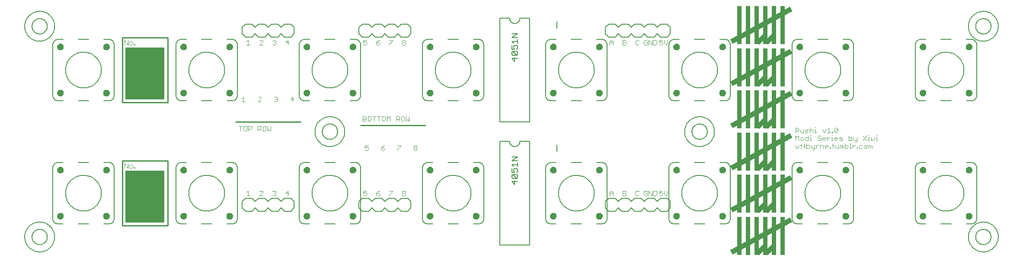
<source format=gto>
G75*
G70*
%OFA0B0*%
%FSLAX24Y24*%
%IPPOS*%
%LPD*%
%AMOC8*
5,1,8,0,0,1.08239X$1,22.5*
%
%ADD10R,0.3000X0.4000*%
%ADD11C,0.0030*%
%ADD12C,0.0100*%
%ADD13C,0.0060*%
%ADD14C,0.0050*%
%ADD15C,0.0080*%
%ADD16R,0.0333X0.2933*%
%ADD17R,0.0333X0.2933*%
%ADD18C,0.0000*%
%ADD19C,0.0001*%
%ADD20C,0.0276*%
D10*
X010760Y005760D03*
X010760Y015260D03*
D11*
X018216Y013322D02*
X018339Y013445D01*
X018339Y013075D01*
X018216Y013075D02*
X018463Y013075D01*
X019466Y013075D02*
X019713Y013322D01*
X019713Y013384D01*
X019651Y013445D01*
X019528Y013445D01*
X019466Y013384D01*
X019466Y013075D02*
X019713Y013075D01*
X020716Y013137D02*
X020778Y013075D01*
X020901Y013075D01*
X020963Y013137D01*
X020963Y013198D01*
X020901Y013260D01*
X020839Y013260D01*
X020901Y013260D02*
X020963Y013322D01*
X020963Y013384D01*
X020901Y013445D01*
X020778Y013445D01*
X020716Y013384D01*
X021966Y013260D02*
X022213Y013260D01*
X022151Y013075D02*
X022151Y013445D01*
X021966Y013260D01*
X027558Y011945D02*
X027744Y011945D01*
X027805Y011884D01*
X027805Y011822D01*
X027744Y011760D01*
X027558Y011760D01*
X027558Y011575D02*
X027744Y011575D01*
X027805Y011637D01*
X027805Y011698D01*
X027744Y011760D01*
X027927Y011637D02*
X027988Y011575D01*
X028112Y011575D01*
X028174Y011637D01*
X028174Y011884D01*
X028112Y011945D01*
X027988Y011945D01*
X027927Y011884D01*
X027927Y011637D01*
X027558Y011575D02*
X027558Y011945D01*
X028295Y011945D02*
X028542Y011945D01*
X028663Y011945D02*
X028910Y011945D01*
X028787Y011945D02*
X028787Y011575D01*
X029032Y011637D02*
X029093Y011575D01*
X029217Y011575D01*
X029279Y011637D01*
X029279Y011884D01*
X029217Y011945D01*
X029093Y011945D01*
X029032Y011884D01*
X029032Y011637D01*
X029400Y011575D02*
X029400Y011945D01*
X029523Y011822D01*
X029647Y011945D01*
X029647Y011575D01*
X030137Y011575D02*
X030137Y011945D01*
X030322Y011945D01*
X030384Y011884D01*
X030384Y011760D01*
X030322Y011698D01*
X030137Y011698D01*
X030260Y011698D02*
X030384Y011575D01*
X030505Y011637D02*
X030567Y011575D01*
X030690Y011575D01*
X030752Y011637D01*
X030752Y011884D01*
X030690Y011945D01*
X030567Y011945D01*
X030505Y011884D01*
X030505Y011637D01*
X030873Y011575D02*
X030997Y011698D01*
X031120Y011575D01*
X031120Y011945D01*
X030873Y011945D02*
X030873Y011575D01*
X028418Y011575D02*
X028418Y011945D01*
X027963Y009695D02*
X027716Y009695D01*
X027716Y009510D01*
X027839Y009572D01*
X027901Y009572D01*
X027963Y009510D01*
X027963Y009387D01*
X027901Y009325D01*
X027778Y009325D01*
X027716Y009387D01*
X028966Y009387D02*
X029028Y009325D01*
X029151Y009325D01*
X029213Y009387D01*
X029213Y009448D01*
X029151Y009510D01*
X028966Y009510D01*
X028966Y009387D01*
X028966Y009510D02*
X029089Y009634D01*
X029213Y009695D01*
X030216Y009695D02*
X030463Y009695D01*
X030463Y009634D01*
X030216Y009387D01*
X030216Y009325D01*
X031466Y009387D02*
X031466Y009448D01*
X031528Y009510D01*
X031651Y009510D01*
X031713Y009448D01*
X031713Y009387D01*
X031651Y009325D01*
X031528Y009325D01*
X031466Y009387D01*
X031528Y009510D02*
X031466Y009572D01*
X031466Y009634D01*
X031528Y009695D01*
X031651Y009695D01*
X031713Y009634D01*
X031713Y009572D01*
X031651Y009510D01*
X020443Y010825D02*
X020443Y011195D01*
X020196Y011195D02*
X020196Y010825D01*
X020319Y010948D01*
X020443Y010825D01*
X020074Y010887D02*
X020074Y011134D01*
X020013Y011195D01*
X019889Y011195D01*
X019827Y011134D01*
X019827Y010887D01*
X019889Y010825D01*
X020013Y010825D01*
X020074Y010887D01*
X019706Y010825D02*
X019583Y010948D01*
X019644Y010948D02*
X019459Y010948D01*
X019459Y010825D02*
X019459Y011195D01*
X019644Y011195D01*
X019706Y011134D01*
X019706Y011010D01*
X019644Y010948D01*
X018969Y011010D02*
X018908Y010948D01*
X018723Y010948D01*
X018723Y010825D02*
X018723Y011195D01*
X018908Y011195D01*
X018969Y011134D01*
X018969Y011010D01*
X018601Y010887D02*
X018601Y011134D01*
X018539Y011195D01*
X018416Y011195D01*
X018354Y011134D01*
X018354Y010887D01*
X018416Y010825D01*
X018539Y010825D01*
X018601Y010887D01*
X018109Y010825D02*
X018109Y011195D01*
X017986Y011195D02*
X018233Y011195D01*
X009805Y008135D02*
X009743Y008197D01*
X009620Y008197D01*
X009558Y008135D01*
X009558Y008012D01*
X009620Y007950D01*
X009743Y007950D01*
X009805Y008012D01*
X009805Y008135D01*
X009926Y008012D02*
X009988Y008012D01*
X009988Y007950D01*
X009926Y007950D01*
X009926Y008012D01*
X009436Y007950D02*
X009190Y008320D01*
X009190Y007950D01*
X009436Y007950D02*
X009436Y008320D01*
X018591Y006072D02*
X018714Y006195D01*
X018714Y005825D01*
X018591Y005825D02*
X018838Y005825D01*
X019591Y005825D02*
X019838Y006072D01*
X019838Y006134D01*
X019776Y006195D01*
X019653Y006195D01*
X019591Y006134D01*
X019591Y005825D02*
X019838Y005825D01*
X020591Y005887D02*
X020653Y005825D01*
X020776Y005825D01*
X020838Y005887D01*
X020838Y005948D01*
X020776Y006010D01*
X020714Y006010D01*
X020776Y006010D02*
X020838Y006072D01*
X020838Y006134D01*
X020776Y006195D01*
X020653Y006195D01*
X020591Y006134D01*
X021591Y006010D02*
X021838Y006010D01*
X021776Y005825D02*
X021776Y006195D01*
X021591Y006010D01*
X027591Y006010D02*
X027714Y006072D01*
X027776Y006072D01*
X027838Y006010D01*
X027838Y005887D01*
X027776Y005825D01*
X027653Y005825D01*
X027591Y005887D01*
X027591Y006010D02*
X027591Y006195D01*
X027838Y006195D01*
X028591Y006010D02*
X028776Y006010D01*
X028838Y005948D01*
X028838Y005887D01*
X028776Y005825D01*
X028653Y005825D01*
X028591Y005887D01*
X028591Y006010D01*
X028714Y006134D01*
X028838Y006195D01*
X029591Y006195D02*
X029838Y006195D01*
X029838Y006134D01*
X029591Y005887D01*
X029591Y005825D01*
X030591Y005887D02*
X030591Y005948D01*
X030653Y006010D01*
X030776Y006010D01*
X030838Y005948D01*
X030838Y005887D01*
X030776Y005825D01*
X030653Y005825D01*
X030591Y005887D01*
X030653Y006010D02*
X030591Y006072D01*
X030591Y006134D01*
X030653Y006195D01*
X030776Y006195D01*
X030838Y006134D01*
X030838Y006072D01*
X030776Y006010D01*
X046591Y006010D02*
X046838Y006010D01*
X046838Y006072D02*
X046838Y005825D01*
X046838Y006072D02*
X046714Y006195D01*
X046591Y006072D01*
X046591Y005825D01*
X047591Y005825D02*
X047591Y006195D01*
X047776Y006195D01*
X047838Y006134D01*
X047838Y006072D01*
X047776Y006010D01*
X047591Y006010D01*
X047591Y005825D02*
X047776Y005825D01*
X047838Y005887D01*
X047838Y005948D01*
X047776Y006010D01*
X048591Y006134D02*
X048591Y005887D01*
X048653Y005825D01*
X048776Y005825D01*
X048838Y005887D01*
X048838Y006134D02*
X048776Y006195D01*
X048653Y006195D01*
X048591Y006134D01*
X049223Y006134D02*
X049223Y005887D01*
X049284Y005825D01*
X049408Y005825D01*
X049469Y005887D01*
X049469Y006010D01*
X049346Y006010D01*
X049469Y006134D02*
X049408Y006195D01*
X049284Y006195D01*
X049223Y006134D01*
X049591Y006195D02*
X049838Y005825D01*
X049838Y006195D01*
X049959Y006195D02*
X049959Y005825D01*
X050144Y005825D01*
X050206Y005887D01*
X050206Y006134D01*
X050144Y006195D01*
X049959Y006195D01*
X049591Y006195D02*
X049591Y005825D01*
X050407Y005887D02*
X050468Y005825D01*
X050592Y005825D01*
X050654Y005887D01*
X050654Y006010D01*
X050592Y006072D01*
X050530Y006072D01*
X050407Y006010D01*
X050407Y006195D01*
X050654Y006195D01*
X050775Y006195D02*
X050775Y005948D01*
X050898Y005825D01*
X051022Y005948D01*
X051022Y006195D01*
X062251Y009352D02*
X062313Y009352D01*
X062375Y009413D01*
X062375Y009722D01*
X062496Y009722D02*
X062496Y009475D01*
X062375Y009475D02*
X062189Y009475D01*
X062128Y009537D01*
X062128Y009722D01*
X062006Y009660D02*
X061945Y009722D01*
X061759Y009722D01*
X061759Y009845D02*
X061759Y009475D01*
X061945Y009475D01*
X062006Y009537D01*
X062006Y009660D01*
X061637Y009660D02*
X061514Y009660D01*
X061392Y009722D02*
X061268Y009722D01*
X061330Y009784D02*
X061330Y009537D01*
X061392Y009475D01*
X061576Y009475D02*
X061576Y009784D01*
X061637Y009845D01*
X061698Y010075D02*
X061637Y010137D01*
X061637Y010260D01*
X061698Y010322D01*
X061884Y010322D01*
X062005Y010322D02*
X062067Y010322D01*
X062067Y010075D01*
X062128Y010075D02*
X062005Y010075D01*
X061884Y010075D02*
X061698Y010075D01*
X061884Y010075D02*
X061884Y010445D01*
X062067Y010445D02*
X062067Y010507D01*
X062005Y010675D02*
X062005Y011045D01*
X062067Y010922D02*
X062190Y010922D01*
X062252Y010860D01*
X062252Y010675D01*
X062373Y010675D02*
X062497Y010675D01*
X062435Y010675D02*
X062435Y010922D01*
X062373Y010922D01*
X062435Y011045D02*
X062435Y011107D01*
X062067Y010922D02*
X062005Y010860D01*
X061884Y010922D02*
X061698Y010922D01*
X061637Y010860D01*
X061698Y010798D01*
X061822Y010798D01*
X061884Y010737D01*
X061822Y010675D01*
X061637Y010675D01*
X061515Y010675D02*
X061515Y010922D01*
X061268Y010922D02*
X061268Y010737D01*
X061330Y010675D01*
X061515Y010675D01*
X061147Y010860D02*
X061085Y010798D01*
X060900Y010798D01*
X060900Y010675D02*
X060900Y011045D01*
X061085Y011045D01*
X061147Y010984D01*
X061147Y010860D01*
X061147Y010445D02*
X061147Y010075D01*
X061268Y010137D02*
X061330Y010075D01*
X061453Y010075D01*
X061515Y010137D01*
X061515Y010260D01*
X061453Y010322D01*
X061330Y010322D01*
X061268Y010260D01*
X061268Y010137D01*
X061023Y010322D02*
X061147Y010445D01*
X061023Y010322D02*
X060900Y010445D01*
X060900Y010075D01*
X060900Y009722D02*
X060900Y009537D01*
X060962Y009475D01*
X061023Y009537D01*
X061085Y009475D01*
X061147Y009537D01*
X061147Y009722D01*
X062496Y009598D02*
X062619Y009722D01*
X062681Y009722D01*
X062803Y009722D02*
X062988Y009722D01*
X063050Y009660D01*
X063050Y009475D01*
X063171Y009537D02*
X063171Y009660D01*
X063233Y009722D01*
X063356Y009722D01*
X063418Y009660D01*
X063418Y009598D01*
X063171Y009598D01*
X063171Y009537D02*
X063233Y009475D01*
X063356Y009475D01*
X063540Y009475D02*
X063601Y009475D01*
X063601Y009537D01*
X063540Y009537D01*
X063540Y009475D01*
X063785Y009537D02*
X063847Y009475D01*
X063785Y009537D02*
X063785Y009784D01*
X063724Y009722D02*
X063847Y009722D01*
X063969Y009722D02*
X063969Y009537D01*
X064031Y009475D01*
X064216Y009475D01*
X064216Y009722D01*
X064338Y009722D02*
X064399Y009722D01*
X064461Y009660D01*
X064523Y009722D01*
X064584Y009660D01*
X064584Y009475D01*
X064706Y009475D02*
X064891Y009475D01*
X064953Y009537D01*
X064953Y009660D01*
X064891Y009722D01*
X064706Y009722D01*
X064706Y009845D02*
X064706Y009475D01*
X064461Y009475D02*
X064461Y009660D01*
X064338Y009722D02*
X064338Y009475D01*
X065074Y009475D02*
X065198Y009475D01*
X065136Y009475D02*
X065136Y009845D01*
X065074Y009845D01*
X065013Y010075D02*
X065198Y010075D01*
X065260Y010137D01*
X065260Y010260D01*
X065198Y010322D01*
X065013Y010322D01*
X065013Y010445D02*
X065013Y010075D01*
X065381Y010137D02*
X065443Y010075D01*
X065628Y010075D01*
X065628Y010013D02*
X065566Y009952D01*
X065505Y009952D01*
X065628Y010013D02*
X065628Y010322D01*
X065381Y010322D02*
X065381Y010137D01*
X066118Y010075D02*
X066365Y010445D01*
X066486Y010322D02*
X066548Y010322D01*
X066548Y010075D01*
X066486Y010075D02*
X066610Y010075D01*
X066732Y010137D02*
X066793Y010075D01*
X066855Y010137D01*
X066917Y010075D01*
X066979Y010137D01*
X066979Y010322D01*
X067100Y010322D02*
X067162Y010322D01*
X067162Y010075D01*
X067223Y010075D02*
X067100Y010075D01*
X066732Y010137D02*
X066732Y010322D01*
X066548Y010445D02*
X066548Y010507D01*
X066118Y010445D02*
X066365Y010075D01*
X066364Y009722D02*
X066241Y009722D01*
X066179Y009660D01*
X066179Y009537D01*
X066241Y009475D01*
X066364Y009475D01*
X066426Y009537D01*
X066426Y009660D01*
X066364Y009722D01*
X066547Y009722D02*
X066609Y009722D01*
X066671Y009660D01*
X066733Y009722D01*
X066794Y009660D01*
X066794Y009475D01*
X066671Y009475D02*
X066671Y009660D01*
X066547Y009722D02*
X066547Y009475D01*
X066058Y009475D02*
X065873Y009475D01*
X065811Y009537D01*
X065811Y009660D01*
X065873Y009722D01*
X066058Y009722D01*
X065688Y009537D02*
X065688Y009475D01*
X065627Y009475D01*
X065627Y009537D01*
X065688Y009537D01*
X065505Y009722D02*
X065443Y009722D01*
X065320Y009598D01*
X065320Y009475D02*
X065320Y009722D01*
X064523Y010137D02*
X064461Y010075D01*
X064276Y010075D01*
X064338Y010198D02*
X064276Y010260D01*
X064338Y010322D01*
X064523Y010322D01*
X064461Y010198D02*
X064338Y010198D01*
X064461Y010198D02*
X064523Y010137D01*
X064155Y010198D02*
X063908Y010198D01*
X063908Y010137D02*
X063908Y010260D01*
X063970Y010322D01*
X064093Y010322D01*
X064155Y010260D01*
X064155Y010198D01*
X064093Y010075D02*
X063970Y010075D01*
X063908Y010137D01*
X063786Y010075D02*
X063662Y010075D01*
X063724Y010075D02*
X063724Y010322D01*
X063662Y010322D01*
X063541Y010322D02*
X063479Y010322D01*
X063355Y010198D01*
X063234Y010198D02*
X062987Y010198D01*
X062987Y010137D02*
X062987Y010260D01*
X063049Y010322D01*
X063172Y010322D01*
X063234Y010260D01*
X063234Y010198D01*
X063172Y010075D02*
X063049Y010075D01*
X062987Y010137D01*
X062866Y010137D02*
X062804Y010075D01*
X062681Y010075D01*
X062619Y010137D01*
X062681Y010260D02*
X062804Y010260D01*
X062866Y010198D01*
X062866Y010137D01*
X062681Y010260D02*
X062619Y010322D01*
X062619Y010384D01*
X062681Y010445D01*
X062804Y010445D01*
X062866Y010384D01*
X063111Y010675D02*
X063234Y010922D01*
X063355Y010922D02*
X063479Y011045D01*
X063479Y010675D01*
X063602Y010675D02*
X063355Y010675D01*
X063111Y010675D02*
X062987Y010922D01*
X063724Y010737D02*
X063785Y010737D01*
X063785Y010675D01*
X063724Y010675D01*
X063724Y010737D01*
X063908Y010737D02*
X064155Y010984D01*
X064155Y010737D01*
X064093Y010675D01*
X063970Y010675D01*
X063908Y010737D01*
X063908Y010984D01*
X063970Y011045D01*
X064093Y011045D01*
X064155Y010984D01*
X063724Y010507D02*
X063724Y010445D01*
X063355Y010322D02*
X063355Y010075D01*
X062803Y009722D02*
X062803Y009475D01*
X067162Y010445D02*
X067162Y010507D01*
X051022Y017573D02*
X051022Y017820D01*
X051022Y017573D02*
X050898Y017450D01*
X050775Y017573D01*
X050775Y017820D01*
X050654Y017820D02*
X050407Y017820D01*
X050407Y017635D01*
X050530Y017697D01*
X050592Y017697D01*
X050654Y017635D01*
X050654Y017512D01*
X050592Y017450D01*
X050468Y017450D01*
X050407Y017512D01*
X050206Y017512D02*
X050206Y017759D01*
X050144Y017820D01*
X049959Y017820D01*
X049959Y017450D01*
X050144Y017450D01*
X050206Y017512D01*
X049838Y017450D02*
X049838Y017820D01*
X049591Y017820D02*
X049838Y017450D01*
X049591Y017450D02*
X049591Y017820D01*
X049469Y017759D02*
X049408Y017820D01*
X049284Y017820D01*
X049223Y017759D01*
X049223Y017512D01*
X049284Y017450D01*
X049408Y017450D01*
X049469Y017512D01*
X049469Y017635D01*
X049346Y017635D01*
X048838Y017512D02*
X048776Y017450D01*
X048653Y017450D01*
X048591Y017512D01*
X048591Y017759D01*
X048653Y017820D01*
X048776Y017820D01*
X048838Y017759D01*
X047838Y017759D02*
X047838Y017697D01*
X047776Y017635D01*
X047591Y017635D01*
X047591Y017450D02*
X047776Y017450D01*
X047838Y017512D01*
X047838Y017573D01*
X047776Y017635D01*
X047838Y017759D02*
X047776Y017820D01*
X047591Y017820D01*
X047591Y017450D01*
X046838Y017450D02*
X046838Y017697D01*
X046714Y017820D01*
X046591Y017697D01*
X046591Y017450D01*
X046591Y017635D02*
X046838Y017635D01*
X030838Y017573D02*
X030838Y017512D01*
X030776Y017450D01*
X030653Y017450D01*
X030591Y017512D01*
X030591Y017573D01*
X030653Y017635D01*
X030776Y017635D01*
X030838Y017573D01*
X030776Y017635D02*
X030838Y017697D01*
X030838Y017759D01*
X030776Y017820D01*
X030653Y017820D01*
X030591Y017759D01*
X030591Y017697D01*
X030653Y017635D01*
X029838Y017759D02*
X029591Y017512D01*
X029591Y017450D01*
X029591Y017820D02*
X029838Y017820D01*
X029838Y017759D01*
X028838Y017820D02*
X028714Y017759D01*
X028591Y017635D01*
X028776Y017635D01*
X028838Y017573D01*
X028838Y017512D01*
X028776Y017450D01*
X028653Y017450D01*
X028591Y017512D01*
X028591Y017635D01*
X027838Y017635D02*
X027776Y017697D01*
X027714Y017697D01*
X027591Y017635D01*
X027591Y017820D01*
X027838Y017820D01*
X027838Y017635D02*
X027838Y017512D01*
X027776Y017450D01*
X027653Y017450D01*
X027591Y017512D01*
X021838Y017635D02*
X021591Y017635D01*
X021776Y017820D01*
X021776Y017450D01*
X020838Y017512D02*
X020776Y017450D01*
X020653Y017450D01*
X020591Y017512D01*
X020714Y017635D02*
X020776Y017635D01*
X020838Y017573D01*
X020838Y017512D01*
X020776Y017635D02*
X020838Y017697D01*
X020838Y017759D01*
X020776Y017820D01*
X020653Y017820D01*
X020591Y017759D01*
X019838Y017759D02*
X019776Y017820D01*
X019653Y017820D01*
X019591Y017759D01*
X019838Y017759D02*
X019838Y017697D01*
X019591Y017450D01*
X019838Y017450D01*
X018838Y017450D02*
X018591Y017450D01*
X018714Y017450D02*
X018714Y017820D01*
X018591Y017697D01*
X009988Y017512D02*
X009988Y017450D01*
X009926Y017450D01*
X009926Y017512D01*
X009988Y017512D01*
X009805Y017512D02*
X009805Y017635D01*
X009743Y017697D01*
X009620Y017697D01*
X009558Y017635D01*
X009558Y017512D01*
X009620Y017450D01*
X009743Y017450D01*
X009805Y017512D01*
X009436Y017450D02*
X009436Y017820D01*
X009190Y017820D02*
X009190Y017450D01*
X009436Y017450D02*
X009190Y017820D01*
D12*
X009010Y018010D02*
X009010Y013010D01*
X012510Y013010D01*
X012510Y018010D01*
X009010Y018010D01*
X017760Y011510D02*
X022760Y011510D01*
X027385Y011260D02*
X032385Y011260D01*
X012510Y008510D02*
X009010Y008510D01*
X009010Y003510D01*
X012510Y003510D01*
X012510Y008510D01*
D13*
X023860Y010760D02*
X023862Y010827D01*
X023868Y010895D01*
X023878Y010962D01*
X023892Y011028D01*
X023909Y011093D01*
X023931Y011157D01*
X023956Y011220D01*
X023985Y011281D01*
X024017Y011340D01*
X024053Y011397D01*
X024092Y011452D01*
X024134Y011505D01*
X024179Y011555D01*
X024227Y011602D01*
X024278Y011647D01*
X024331Y011688D01*
X024387Y011727D01*
X024445Y011762D01*
X024505Y011793D01*
X024566Y011821D01*
X024629Y011845D01*
X024693Y011866D01*
X024759Y011882D01*
X024825Y011895D01*
X024892Y011904D01*
X024959Y011909D01*
X025027Y011910D01*
X025094Y011907D01*
X025161Y011900D01*
X025228Y011889D01*
X025294Y011874D01*
X025359Y011856D01*
X025423Y011833D01*
X025485Y011807D01*
X025546Y011778D01*
X025604Y011744D01*
X025661Y011708D01*
X025716Y011668D01*
X025768Y011625D01*
X025817Y011579D01*
X025864Y011530D01*
X025908Y011479D01*
X025948Y011425D01*
X025986Y011369D01*
X026020Y011310D01*
X026050Y011250D01*
X026077Y011188D01*
X026101Y011125D01*
X026120Y011060D01*
X026136Y010995D01*
X026148Y010928D01*
X026156Y010861D01*
X026160Y010794D01*
X026160Y010726D01*
X026156Y010659D01*
X026148Y010592D01*
X026136Y010525D01*
X026120Y010460D01*
X026101Y010395D01*
X026077Y010332D01*
X026050Y010270D01*
X026020Y010210D01*
X025986Y010151D01*
X025948Y010095D01*
X025908Y010041D01*
X025864Y009990D01*
X025817Y009941D01*
X025768Y009895D01*
X025716Y009852D01*
X025661Y009812D01*
X025604Y009776D01*
X025546Y009742D01*
X025485Y009713D01*
X025423Y009687D01*
X025359Y009664D01*
X025294Y009646D01*
X025228Y009631D01*
X025161Y009620D01*
X025094Y009613D01*
X025027Y009610D01*
X024959Y009611D01*
X024892Y009616D01*
X024825Y009625D01*
X024759Y009638D01*
X024693Y009654D01*
X024629Y009675D01*
X024566Y009699D01*
X024505Y009727D01*
X024445Y009758D01*
X024387Y009793D01*
X024331Y009832D01*
X024278Y009873D01*
X024227Y009918D01*
X024179Y009965D01*
X024134Y010015D01*
X024092Y010068D01*
X024053Y010123D01*
X024017Y010180D01*
X023985Y010239D01*
X023956Y010300D01*
X023931Y010363D01*
X023909Y010427D01*
X023892Y010492D01*
X023878Y010558D01*
X023868Y010625D01*
X023862Y010693D01*
X023860Y010760D01*
X038110Y010010D02*
X038860Y010010D01*
X038862Y009971D01*
X038868Y009932D01*
X038877Y009894D01*
X038890Y009857D01*
X038907Y009821D01*
X038927Y009788D01*
X038951Y009756D01*
X038977Y009727D01*
X039006Y009701D01*
X039038Y009677D01*
X039071Y009657D01*
X039107Y009640D01*
X039144Y009627D01*
X039182Y009618D01*
X039221Y009612D01*
X039260Y009610D01*
X039299Y009612D01*
X039338Y009618D01*
X039376Y009627D01*
X039413Y009640D01*
X039449Y009657D01*
X039482Y009677D01*
X039514Y009701D01*
X039543Y009727D01*
X039569Y009756D01*
X039593Y009788D01*
X039613Y009821D01*
X039630Y009857D01*
X039643Y009894D01*
X039652Y009932D01*
X039658Y009971D01*
X039660Y010010D01*
X040410Y010010D01*
X040410Y002010D01*
X038110Y002010D01*
X038110Y010010D01*
X038110Y011510D02*
X040410Y011510D01*
X040410Y019510D01*
X039660Y019510D01*
X039658Y019471D01*
X039652Y019432D01*
X039643Y019394D01*
X039630Y019357D01*
X039613Y019321D01*
X039593Y019288D01*
X039569Y019256D01*
X039543Y019227D01*
X039514Y019201D01*
X039482Y019177D01*
X039449Y019157D01*
X039413Y019140D01*
X039376Y019127D01*
X039338Y019118D01*
X039299Y019112D01*
X039260Y019110D01*
X039221Y019112D01*
X039182Y019118D01*
X039144Y019127D01*
X039107Y019140D01*
X039071Y019157D01*
X039038Y019177D01*
X039006Y019201D01*
X038977Y019227D01*
X038951Y019256D01*
X038927Y019288D01*
X038907Y019321D01*
X038890Y019357D01*
X038877Y019394D01*
X038868Y019432D01*
X038862Y019471D01*
X038860Y019510D01*
X038110Y019510D01*
X038110Y011510D01*
X052360Y010760D02*
X052362Y010827D01*
X052368Y010895D01*
X052378Y010962D01*
X052392Y011028D01*
X052409Y011093D01*
X052431Y011157D01*
X052456Y011220D01*
X052485Y011281D01*
X052517Y011340D01*
X052553Y011397D01*
X052592Y011452D01*
X052634Y011505D01*
X052679Y011555D01*
X052727Y011602D01*
X052778Y011647D01*
X052831Y011688D01*
X052887Y011727D01*
X052945Y011762D01*
X053005Y011793D01*
X053066Y011821D01*
X053129Y011845D01*
X053193Y011866D01*
X053259Y011882D01*
X053325Y011895D01*
X053392Y011904D01*
X053459Y011909D01*
X053527Y011910D01*
X053594Y011907D01*
X053661Y011900D01*
X053728Y011889D01*
X053794Y011874D01*
X053859Y011856D01*
X053923Y011833D01*
X053985Y011807D01*
X054046Y011778D01*
X054104Y011744D01*
X054161Y011708D01*
X054216Y011668D01*
X054268Y011625D01*
X054317Y011579D01*
X054364Y011530D01*
X054408Y011479D01*
X054448Y011425D01*
X054486Y011369D01*
X054520Y011310D01*
X054550Y011250D01*
X054577Y011188D01*
X054601Y011125D01*
X054620Y011060D01*
X054636Y010995D01*
X054648Y010928D01*
X054656Y010861D01*
X054660Y010794D01*
X054660Y010726D01*
X054656Y010659D01*
X054648Y010592D01*
X054636Y010525D01*
X054620Y010460D01*
X054601Y010395D01*
X054577Y010332D01*
X054550Y010270D01*
X054520Y010210D01*
X054486Y010151D01*
X054448Y010095D01*
X054408Y010041D01*
X054364Y009990D01*
X054317Y009941D01*
X054268Y009895D01*
X054216Y009852D01*
X054161Y009812D01*
X054104Y009776D01*
X054046Y009742D01*
X053985Y009713D01*
X053923Y009687D01*
X053859Y009664D01*
X053794Y009646D01*
X053728Y009631D01*
X053661Y009620D01*
X053594Y009613D01*
X053527Y009610D01*
X053459Y009611D01*
X053392Y009616D01*
X053325Y009625D01*
X053259Y009638D01*
X053193Y009654D01*
X053129Y009675D01*
X053066Y009699D01*
X053005Y009727D01*
X052945Y009758D01*
X052887Y009793D01*
X052831Y009832D01*
X052778Y009873D01*
X052727Y009918D01*
X052679Y009965D01*
X052634Y010015D01*
X052592Y010068D01*
X052553Y010123D01*
X052517Y010180D01*
X052485Y010239D01*
X052456Y010300D01*
X052431Y010363D01*
X052409Y010427D01*
X052392Y010492D01*
X052378Y010558D01*
X052368Y010625D01*
X052362Y010693D01*
X052360Y010760D01*
X074235Y018885D02*
X074237Y018952D01*
X074243Y019020D01*
X074253Y019087D01*
X074267Y019153D01*
X074284Y019218D01*
X074306Y019282D01*
X074331Y019345D01*
X074360Y019406D01*
X074392Y019465D01*
X074428Y019522D01*
X074467Y019577D01*
X074509Y019630D01*
X074554Y019680D01*
X074602Y019727D01*
X074653Y019772D01*
X074706Y019813D01*
X074762Y019852D01*
X074820Y019887D01*
X074880Y019918D01*
X074941Y019946D01*
X075004Y019970D01*
X075068Y019991D01*
X075134Y020007D01*
X075200Y020020D01*
X075267Y020029D01*
X075334Y020034D01*
X075402Y020035D01*
X075469Y020032D01*
X075536Y020025D01*
X075603Y020014D01*
X075669Y019999D01*
X075734Y019981D01*
X075798Y019958D01*
X075860Y019932D01*
X075921Y019903D01*
X075979Y019869D01*
X076036Y019833D01*
X076091Y019793D01*
X076143Y019750D01*
X076192Y019704D01*
X076239Y019655D01*
X076283Y019604D01*
X076323Y019550D01*
X076361Y019494D01*
X076395Y019435D01*
X076425Y019375D01*
X076452Y019313D01*
X076476Y019250D01*
X076495Y019185D01*
X076511Y019120D01*
X076523Y019053D01*
X076531Y018986D01*
X076535Y018919D01*
X076535Y018851D01*
X076531Y018784D01*
X076523Y018717D01*
X076511Y018650D01*
X076495Y018585D01*
X076476Y018520D01*
X076452Y018457D01*
X076425Y018395D01*
X076395Y018335D01*
X076361Y018276D01*
X076323Y018220D01*
X076283Y018166D01*
X076239Y018115D01*
X076192Y018066D01*
X076143Y018020D01*
X076091Y017977D01*
X076036Y017937D01*
X075979Y017901D01*
X075921Y017867D01*
X075860Y017838D01*
X075798Y017812D01*
X075734Y017789D01*
X075669Y017771D01*
X075603Y017756D01*
X075536Y017745D01*
X075469Y017738D01*
X075402Y017735D01*
X075334Y017736D01*
X075267Y017741D01*
X075200Y017750D01*
X075134Y017763D01*
X075068Y017779D01*
X075004Y017800D01*
X074941Y017824D01*
X074880Y017852D01*
X074820Y017883D01*
X074762Y017918D01*
X074706Y017957D01*
X074653Y017998D01*
X074602Y018043D01*
X074554Y018090D01*
X074509Y018140D01*
X074467Y018193D01*
X074428Y018248D01*
X074392Y018305D01*
X074360Y018364D01*
X074331Y018425D01*
X074306Y018488D01*
X074284Y018552D01*
X074267Y018617D01*
X074253Y018683D01*
X074243Y018750D01*
X074237Y018818D01*
X074235Y018885D01*
X074235Y002635D02*
X074237Y002702D01*
X074243Y002770D01*
X074253Y002837D01*
X074267Y002903D01*
X074284Y002968D01*
X074306Y003032D01*
X074331Y003095D01*
X074360Y003156D01*
X074392Y003215D01*
X074428Y003272D01*
X074467Y003327D01*
X074509Y003380D01*
X074554Y003430D01*
X074602Y003477D01*
X074653Y003522D01*
X074706Y003563D01*
X074762Y003602D01*
X074820Y003637D01*
X074880Y003668D01*
X074941Y003696D01*
X075004Y003720D01*
X075068Y003741D01*
X075134Y003757D01*
X075200Y003770D01*
X075267Y003779D01*
X075334Y003784D01*
X075402Y003785D01*
X075469Y003782D01*
X075536Y003775D01*
X075603Y003764D01*
X075669Y003749D01*
X075734Y003731D01*
X075798Y003708D01*
X075860Y003682D01*
X075921Y003653D01*
X075979Y003619D01*
X076036Y003583D01*
X076091Y003543D01*
X076143Y003500D01*
X076192Y003454D01*
X076239Y003405D01*
X076283Y003354D01*
X076323Y003300D01*
X076361Y003244D01*
X076395Y003185D01*
X076425Y003125D01*
X076452Y003063D01*
X076476Y003000D01*
X076495Y002935D01*
X076511Y002870D01*
X076523Y002803D01*
X076531Y002736D01*
X076535Y002669D01*
X076535Y002601D01*
X076531Y002534D01*
X076523Y002467D01*
X076511Y002400D01*
X076495Y002335D01*
X076476Y002270D01*
X076452Y002207D01*
X076425Y002145D01*
X076395Y002085D01*
X076361Y002026D01*
X076323Y001970D01*
X076283Y001916D01*
X076239Y001865D01*
X076192Y001816D01*
X076143Y001770D01*
X076091Y001727D01*
X076036Y001687D01*
X075979Y001651D01*
X075921Y001617D01*
X075860Y001588D01*
X075798Y001562D01*
X075734Y001539D01*
X075669Y001521D01*
X075603Y001506D01*
X075536Y001495D01*
X075469Y001488D01*
X075402Y001485D01*
X075334Y001486D01*
X075267Y001491D01*
X075200Y001500D01*
X075134Y001513D01*
X075068Y001529D01*
X075004Y001550D01*
X074941Y001574D01*
X074880Y001602D01*
X074820Y001633D01*
X074762Y001668D01*
X074706Y001707D01*
X074653Y001748D01*
X074602Y001793D01*
X074554Y001840D01*
X074509Y001890D01*
X074467Y001943D01*
X074428Y001998D01*
X074392Y002055D01*
X074360Y002114D01*
X074331Y002175D01*
X074306Y002238D01*
X074284Y002302D01*
X074267Y002367D01*
X074253Y002433D01*
X074243Y002500D01*
X074237Y002568D01*
X074235Y002635D01*
X001485Y002635D02*
X001487Y002702D01*
X001493Y002770D01*
X001503Y002837D01*
X001517Y002903D01*
X001534Y002968D01*
X001556Y003032D01*
X001581Y003095D01*
X001610Y003156D01*
X001642Y003215D01*
X001678Y003272D01*
X001717Y003327D01*
X001759Y003380D01*
X001804Y003430D01*
X001852Y003477D01*
X001903Y003522D01*
X001956Y003563D01*
X002012Y003602D01*
X002070Y003637D01*
X002130Y003668D01*
X002191Y003696D01*
X002254Y003720D01*
X002318Y003741D01*
X002384Y003757D01*
X002450Y003770D01*
X002517Y003779D01*
X002584Y003784D01*
X002652Y003785D01*
X002719Y003782D01*
X002786Y003775D01*
X002853Y003764D01*
X002919Y003749D01*
X002984Y003731D01*
X003048Y003708D01*
X003110Y003682D01*
X003171Y003653D01*
X003229Y003619D01*
X003286Y003583D01*
X003341Y003543D01*
X003393Y003500D01*
X003442Y003454D01*
X003489Y003405D01*
X003533Y003354D01*
X003573Y003300D01*
X003611Y003244D01*
X003645Y003185D01*
X003675Y003125D01*
X003702Y003063D01*
X003726Y003000D01*
X003745Y002935D01*
X003761Y002870D01*
X003773Y002803D01*
X003781Y002736D01*
X003785Y002669D01*
X003785Y002601D01*
X003781Y002534D01*
X003773Y002467D01*
X003761Y002400D01*
X003745Y002335D01*
X003726Y002270D01*
X003702Y002207D01*
X003675Y002145D01*
X003645Y002085D01*
X003611Y002026D01*
X003573Y001970D01*
X003533Y001916D01*
X003489Y001865D01*
X003442Y001816D01*
X003393Y001770D01*
X003341Y001727D01*
X003286Y001687D01*
X003229Y001651D01*
X003171Y001617D01*
X003110Y001588D01*
X003048Y001562D01*
X002984Y001539D01*
X002919Y001521D01*
X002853Y001506D01*
X002786Y001495D01*
X002719Y001488D01*
X002652Y001485D01*
X002584Y001486D01*
X002517Y001491D01*
X002450Y001500D01*
X002384Y001513D01*
X002318Y001529D01*
X002254Y001550D01*
X002191Y001574D01*
X002130Y001602D01*
X002070Y001633D01*
X002012Y001668D01*
X001956Y001707D01*
X001903Y001748D01*
X001852Y001793D01*
X001804Y001840D01*
X001759Y001890D01*
X001717Y001943D01*
X001678Y001998D01*
X001642Y002055D01*
X001610Y002114D01*
X001581Y002175D01*
X001556Y002238D01*
X001534Y002302D01*
X001517Y002367D01*
X001503Y002433D01*
X001493Y002500D01*
X001487Y002568D01*
X001485Y002635D01*
X001485Y018885D02*
X001487Y018952D01*
X001493Y019020D01*
X001503Y019087D01*
X001517Y019153D01*
X001534Y019218D01*
X001556Y019282D01*
X001581Y019345D01*
X001610Y019406D01*
X001642Y019465D01*
X001678Y019522D01*
X001717Y019577D01*
X001759Y019630D01*
X001804Y019680D01*
X001852Y019727D01*
X001903Y019772D01*
X001956Y019813D01*
X002012Y019852D01*
X002070Y019887D01*
X002130Y019918D01*
X002191Y019946D01*
X002254Y019970D01*
X002318Y019991D01*
X002384Y020007D01*
X002450Y020020D01*
X002517Y020029D01*
X002584Y020034D01*
X002652Y020035D01*
X002719Y020032D01*
X002786Y020025D01*
X002853Y020014D01*
X002919Y019999D01*
X002984Y019981D01*
X003048Y019958D01*
X003110Y019932D01*
X003171Y019903D01*
X003229Y019869D01*
X003286Y019833D01*
X003341Y019793D01*
X003393Y019750D01*
X003442Y019704D01*
X003489Y019655D01*
X003533Y019604D01*
X003573Y019550D01*
X003611Y019494D01*
X003645Y019435D01*
X003675Y019375D01*
X003702Y019313D01*
X003726Y019250D01*
X003745Y019185D01*
X003761Y019120D01*
X003773Y019053D01*
X003781Y018986D01*
X003785Y018919D01*
X003785Y018851D01*
X003781Y018784D01*
X003773Y018717D01*
X003761Y018650D01*
X003745Y018585D01*
X003726Y018520D01*
X003702Y018457D01*
X003675Y018395D01*
X003645Y018335D01*
X003611Y018276D01*
X003573Y018220D01*
X003533Y018166D01*
X003489Y018115D01*
X003442Y018066D01*
X003393Y018020D01*
X003341Y017977D01*
X003286Y017937D01*
X003229Y017901D01*
X003171Y017867D01*
X003110Y017838D01*
X003048Y017812D01*
X002984Y017789D01*
X002919Y017771D01*
X002853Y017756D01*
X002786Y017745D01*
X002719Y017738D01*
X002652Y017735D01*
X002584Y017736D01*
X002517Y017741D01*
X002450Y017750D01*
X002384Y017763D01*
X002318Y017779D01*
X002254Y017800D01*
X002191Y017824D01*
X002130Y017852D01*
X002070Y017883D01*
X002012Y017918D01*
X001956Y017957D01*
X001903Y017998D01*
X001852Y018043D01*
X001804Y018090D01*
X001759Y018140D01*
X001717Y018193D01*
X001678Y018248D01*
X001642Y018305D01*
X001610Y018364D01*
X001581Y018425D01*
X001556Y018488D01*
X001534Y018552D01*
X001517Y018617D01*
X001503Y018683D01*
X001493Y018750D01*
X001487Y018818D01*
X001485Y018885D01*
D14*
X039035Y018325D02*
X039485Y018325D01*
X039035Y018025D01*
X039485Y018025D01*
X039485Y017864D02*
X039485Y017564D01*
X039485Y017714D02*
X039035Y017714D01*
X039185Y017564D01*
X039260Y017404D02*
X039410Y017404D01*
X039485Y017329D01*
X039485Y017179D01*
X039410Y017104D01*
X039260Y017104D02*
X039185Y017254D01*
X039185Y017329D01*
X039260Y017404D01*
X039035Y017404D02*
X039035Y017104D01*
X039260Y017104D01*
X039410Y016944D02*
X039485Y016869D01*
X039485Y016718D01*
X039410Y016643D01*
X039110Y016944D01*
X039410Y016944D01*
X039110Y016944D02*
X039035Y016869D01*
X039035Y016718D01*
X039110Y016643D01*
X039410Y016643D01*
X039260Y016483D02*
X039260Y016183D01*
X039035Y016408D01*
X039485Y016408D01*
X039485Y008825D02*
X039035Y008825D01*
X039035Y008525D02*
X039485Y008825D01*
X039485Y008525D02*
X039035Y008525D01*
X039035Y008214D02*
X039485Y008214D01*
X039485Y008064D02*
X039485Y008364D01*
X039185Y008064D02*
X039035Y008214D01*
X039035Y007904D02*
X039035Y007604D01*
X039260Y007604D01*
X039185Y007754D01*
X039185Y007829D01*
X039260Y007904D01*
X039410Y007904D01*
X039485Y007829D01*
X039485Y007679D01*
X039410Y007604D01*
X039410Y007444D02*
X039485Y007369D01*
X039485Y007218D01*
X039410Y007143D01*
X039110Y007444D01*
X039410Y007444D01*
X039110Y007444D02*
X039035Y007369D01*
X039035Y007218D01*
X039110Y007143D01*
X039410Y007143D01*
X039260Y006983D02*
X039260Y006683D01*
X039035Y006908D01*
X039485Y006908D01*
D15*
X002044Y002635D02*
X002046Y002683D01*
X002052Y002731D01*
X002062Y002778D01*
X002075Y002824D01*
X002093Y002869D01*
X002113Y002913D01*
X002138Y002955D01*
X002166Y002994D01*
X002196Y003031D01*
X002230Y003065D01*
X002267Y003097D01*
X002305Y003126D01*
X002346Y003151D01*
X002389Y003173D01*
X002434Y003191D01*
X002480Y003205D01*
X002527Y003216D01*
X002575Y003223D01*
X002623Y003226D01*
X002671Y003225D01*
X002719Y003220D01*
X002767Y003211D01*
X002813Y003199D01*
X002858Y003182D01*
X002902Y003162D01*
X002944Y003139D01*
X002984Y003112D01*
X003022Y003082D01*
X003057Y003049D01*
X003089Y003013D01*
X003119Y002975D01*
X003145Y002934D01*
X003167Y002891D01*
X003187Y002847D01*
X003202Y002802D01*
X003214Y002755D01*
X003222Y002707D01*
X003226Y002659D01*
X003226Y002611D01*
X003222Y002563D01*
X003214Y002515D01*
X003202Y002468D01*
X003187Y002423D01*
X003167Y002379D01*
X003145Y002336D01*
X003119Y002295D01*
X003089Y002257D01*
X003057Y002221D01*
X003022Y002188D01*
X002984Y002158D01*
X002944Y002131D01*
X002902Y002108D01*
X002858Y002088D01*
X002813Y002071D01*
X002767Y002059D01*
X002719Y002050D01*
X002671Y002045D01*
X002623Y002044D01*
X002575Y002047D01*
X002527Y002054D01*
X002480Y002065D01*
X002434Y002079D01*
X002389Y002097D01*
X002346Y002119D01*
X002305Y002144D01*
X002267Y002173D01*
X002230Y002205D01*
X002196Y002239D01*
X002166Y002276D01*
X002138Y002315D01*
X002113Y002357D01*
X002093Y002401D01*
X002075Y002446D01*
X002062Y002492D01*
X002052Y002539D01*
X002046Y002587D01*
X002044Y002635D01*
X004041Y003648D02*
X004435Y003648D01*
X004041Y003647D02*
X004002Y003649D01*
X003964Y003655D01*
X003927Y003664D01*
X003890Y003677D01*
X003855Y003694D01*
X003822Y003713D01*
X003791Y003736D01*
X003762Y003762D01*
X003736Y003791D01*
X003713Y003822D01*
X003694Y003855D01*
X003677Y003890D01*
X003664Y003927D01*
X003655Y003964D01*
X003649Y004002D01*
X003647Y004041D01*
X003648Y004041D02*
X003648Y007979D01*
X003647Y007979D02*
X003649Y008018D01*
X003655Y008056D01*
X003664Y008093D01*
X003677Y008130D01*
X003694Y008165D01*
X003713Y008198D01*
X003736Y008229D01*
X003762Y008258D01*
X003791Y008284D01*
X003822Y008307D01*
X003855Y008326D01*
X003890Y008343D01*
X003927Y008356D01*
X003964Y008365D01*
X004002Y008371D01*
X004041Y008373D01*
X004041Y008372D02*
X004435Y008372D01*
X005616Y008372D02*
X006404Y008372D01*
X007585Y008372D02*
X007979Y008372D01*
X007979Y008373D02*
X008018Y008371D01*
X008056Y008365D01*
X008093Y008356D01*
X008130Y008343D01*
X008165Y008326D01*
X008198Y008307D01*
X008229Y008284D01*
X008258Y008258D01*
X008284Y008229D01*
X008307Y008198D01*
X008326Y008165D01*
X008343Y008130D01*
X008356Y008093D01*
X008365Y008056D01*
X008371Y008018D01*
X008373Y007979D01*
X008372Y007979D02*
X008372Y004041D01*
X008373Y004041D02*
X008371Y004002D01*
X008365Y003964D01*
X008356Y003927D01*
X008343Y003890D01*
X008326Y003855D01*
X008307Y003822D01*
X008284Y003791D01*
X008258Y003762D01*
X008229Y003736D01*
X008198Y003713D01*
X008165Y003694D01*
X008130Y003677D01*
X008093Y003664D01*
X008056Y003655D01*
X008018Y003649D01*
X007979Y003647D01*
X007979Y003648D02*
X007585Y003648D01*
X006404Y003648D02*
X005616Y003648D01*
X013148Y004041D02*
X013148Y007979D01*
X013147Y007979D02*
X013149Y008018D01*
X013155Y008056D01*
X013164Y008093D01*
X013177Y008130D01*
X013194Y008165D01*
X013213Y008198D01*
X013236Y008229D01*
X013262Y008258D01*
X013291Y008284D01*
X013322Y008307D01*
X013355Y008326D01*
X013390Y008343D01*
X013427Y008356D01*
X013464Y008365D01*
X013502Y008371D01*
X013541Y008373D01*
X013541Y008372D02*
X013935Y008372D01*
X015116Y008372D02*
X015904Y008372D01*
X017085Y008372D02*
X017479Y008372D01*
X017479Y008373D02*
X017518Y008371D01*
X017556Y008365D01*
X017593Y008356D01*
X017630Y008343D01*
X017665Y008326D01*
X017698Y008307D01*
X017729Y008284D01*
X017758Y008258D01*
X017784Y008229D01*
X017807Y008198D01*
X017826Y008165D01*
X017843Y008130D01*
X017856Y008093D01*
X017865Y008056D01*
X017871Y008018D01*
X017873Y007979D01*
X017872Y007979D02*
X017872Y004041D01*
X017873Y004041D02*
X017871Y004002D01*
X017865Y003964D01*
X017856Y003927D01*
X017843Y003890D01*
X017826Y003855D01*
X017807Y003822D01*
X017784Y003791D01*
X017758Y003762D01*
X017729Y003736D01*
X017698Y003713D01*
X017665Y003694D01*
X017630Y003677D01*
X017593Y003664D01*
X017556Y003655D01*
X017518Y003649D01*
X017479Y003647D01*
X017479Y003648D02*
X017085Y003648D01*
X015904Y003648D02*
X015116Y003648D01*
X013935Y003648D02*
X013541Y003648D01*
X013541Y003647D02*
X013502Y003649D01*
X013464Y003655D01*
X013427Y003664D01*
X013390Y003677D01*
X013355Y003694D01*
X013322Y003713D01*
X013291Y003736D01*
X013262Y003762D01*
X013236Y003791D01*
X013213Y003822D01*
X013194Y003855D01*
X013177Y003890D01*
X013164Y003927D01*
X013155Y003964D01*
X013149Y004002D01*
X013147Y004041D01*
X018260Y004868D02*
X018510Y004618D01*
X019010Y004618D01*
X019260Y004868D01*
X019510Y004618D01*
X020010Y004618D01*
X020260Y004868D01*
X020510Y004618D01*
X021010Y004618D01*
X021260Y004868D01*
X021510Y004618D01*
X022010Y004618D01*
X022260Y004868D01*
X022260Y005368D01*
X022010Y005618D01*
X021510Y005618D01*
X021260Y005368D01*
X021010Y005618D01*
X020510Y005618D01*
X020260Y005368D01*
X020010Y005618D01*
X019510Y005618D01*
X019260Y005368D01*
X019010Y005618D01*
X018510Y005618D01*
X018260Y005368D01*
X018260Y004868D01*
X014132Y006010D02*
X014134Y006084D01*
X014140Y006158D01*
X014150Y006231D01*
X014164Y006304D01*
X014181Y006376D01*
X014203Y006446D01*
X014228Y006516D01*
X014257Y006584D01*
X014290Y006650D01*
X014326Y006715D01*
X014366Y006777D01*
X014408Y006838D01*
X014454Y006896D01*
X014503Y006951D01*
X014555Y007004D01*
X014610Y007054D01*
X014667Y007100D01*
X014727Y007144D01*
X014789Y007184D01*
X014853Y007221D01*
X014919Y007255D01*
X014987Y007285D01*
X015056Y007311D01*
X015127Y007334D01*
X015198Y007352D01*
X015271Y007367D01*
X015344Y007378D01*
X015418Y007385D01*
X015492Y007388D01*
X015565Y007387D01*
X015639Y007382D01*
X015713Y007373D01*
X015786Y007360D01*
X015858Y007343D01*
X015929Y007323D01*
X015999Y007298D01*
X016067Y007270D01*
X016134Y007239D01*
X016199Y007203D01*
X016262Y007165D01*
X016323Y007123D01*
X016382Y007077D01*
X016438Y007029D01*
X016491Y006978D01*
X016541Y006924D01*
X016589Y006867D01*
X016633Y006808D01*
X016675Y006746D01*
X016713Y006683D01*
X016747Y006617D01*
X016778Y006550D01*
X016805Y006481D01*
X016828Y006411D01*
X016848Y006340D01*
X016864Y006267D01*
X016876Y006194D01*
X016884Y006121D01*
X016888Y006047D01*
X016888Y005973D01*
X016884Y005899D01*
X016876Y005826D01*
X016864Y005753D01*
X016848Y005680D01*
X016828Y005609D01*
X016805Y005539D01*
X016778Y005470D01*
X016747Y005403D01*
X016713Y005337D01*
X016675Y005274D01*
X016633Y005212D01*
X016589Y005153D01*
X016541Y005096D01*
X016491Y005042D01*
X016438Y004991D01*
X016382Y004943D01*
X016323Y004897D01*
X016262Y004855D01*
X016199Y004817D01*
X016134Y004781D01*
X016067Y004750D01*
X015999Y004722D01*
X015929Y004697D01*
X015858Y004677D01*
X015786Y004660D01*
X015713Y004647D01*
X015639Y004638D01*
X015565Y004633D01*
X015492Y004632D01*
X015418Y004635D01*
X015344Y004642D01*
X015271Y004653D01*
X015198Y004668D01*
X015127Y004686D01*
X015056Y004709D01*
X014987Y004735D01*
X014919Y004765D01*
X014853Y004799D01*
X014789Y004836D01*
X014727Y004876D01*
X014667Y004920D01*
X014610Y004966D01*
X014555Y005016D01*
X014503Y005069D01*
X014454Y005124D01*
X014408Y005182D01*
X014366Y005243D01*
X014326Y005305D01*
X014290Y005370D01*
X014257Y005436D01*
X014228Y005504D01*
X014203Y005574D01*
X014181Y005644D01*
X014164Y005716D01*
X014150Y005789D01*
X014140Y005862D01*
X014134Y005936D01*
X014132Y006010D01*
X004632Y006010D02*
X004634Y006084D01*
X004640Y006158D01*
X004650Y006231D01*
X004664Y006304D01*
X004681Y006376D01*
X004703Y006446D01*
X004728Y006516D01*
X004757Y006584D01*
X004790Y006650D01*
X004826Y006715D01*
X004866Y006777D01*
X004908Y006838D01*
X004954Y006896D01*
X005003Y006951D01*
X005055Y007004D01*
X005110Y007054D01*
X005167Y007100D01*
X005227Y007144D01*
X005289Y007184D01*
X005353Y007221D01*
X005419Y007255D01*
X005487Y007285D01*
X005556Y007311D01*
X005627Y007334D01*
X005698Y007352D01*
X005771Y007367D01*
X005844Y007378D01*
X005918Y007385D01*
X005992Y007388D01*
X006065Y007387D01*
X006139Y007382D01*
X006213Y007373D01*
X006286Y007360D01*
X006358Y007343D01*
X006429Y007323D01*
X006499Y007298D01*
X006567Y007270D01*
X006634Y007239D01*
X006699Y007203D01*
X006762Y007165D01*
X006823Y007123D01*
X006882Y007077D01*
X006938Y007029D01*
X006991Y006978D01*
X007041Y006924D01*
X007089Y006867D01*
X007133Y006808D01*
X007175Y006746D01*
X007213Y006683D01*
X007247Y006617D01*
X007278Y006550D01*
X007305Y006481D01*
X007328Y006411D01*
X007348Y006340D01*
X007364Y006267D01*
X007376Y006194D01*
X007384Y006121D01*
X007388Y006047D01*
X007388Y005973D01*
X007384Y005899D01*
X007376Y005826D01*
X007364Y005753D01*
X007348Y005680D01*
X007328Y005609D01*
X007305Y005539D01*
X007278Y005470D01*
X007247Y005403D01*
X007213Y005337D01*
X007175Y005274D01*
X007133Y005212D01*
X007089Y005153D01*
X007041Y005096D01*
X006991Y005042D01*
X006938Y004991D01*
X006882Y004943D01*
X006823Y004897D01*
X006762Y004855D01*
X006699Y004817D01*
X006634Y004781D01*
X006567Y004750D01*
X006499Y004722D01*
X006429Y004697D01*
X006358Y004677D01*
X006286Y004660D01*
X006213Y004647D01*
X006139Y004638D01*
X006065Y004633D01*
X005992Y004632D01*
X005918Y004635D01*
X005844Y004642D01*
X005771Y004653D01*
X005698Y004668D01*
X005627Y004686D01*
X005556Y004709D01*
X005487Y004735D01*
X005419Y004765D01*
X005353Y004799D01*
X005289Y004836D01*
X005227Y004876D01*
X005167Y004920D01*
X005110Y004966D01*
X005055Y005016D01*
X005003Y005069D01*
X004954Y005124D01*
X004908Y005182D01*
X004866Y005243D01*
X004826Y005305D01*
X004790Y005370D01*
X004757Y005436D01*
X004728Y005504D01*
X004703Y005574D01*
X004681Y005644D01*
X004664Y005716D01*
X004650Y005789D01*
X004640Y005862D01*
X004634Y005936D01*
X004632Y006010D01*
X022648Y004041D02*
X022648Y007979D01*
X022647Y007979D02*
X022649Y008018D01*
X022655Y008056D01*
X022664Y008093D01*
X022677Y008130D01*
X022694Y008165D01*
X022713Y008198D01*
X022736Y008229D01*
X022762Y008258D01*
X022791Y008284D01*
X022822Y008307D01*
X022855Y008326D01*
X022890Y008343D01*
X022927Y008356D01*
X022964Y008365D01*
X023002Y008371D01*
X023041Y008373D01*
X023041Y008372D02*
X023435Y008372D01*
X024616Y008372D02*
X025404Y008372D01*
X026585Y008372D02*
X026979Y008372D01*
X026979Y008373D02*
X027018Y008371D01*
X027056Y008365D01*
X027093Y008356D01*
X027130Y008343D01*
X027165Y008326D01*
X027198Y008307D01*
X027229Y008284D01*
X027258Y008258D01*
X027284Y008229D01*
X027307Y008198D01*
X027326Y008165D01*
X027343Y008130D01*
X027356Y008093D01*
X027365Y008056D01*
X027371Y008018D01*
X027373Y007979D01*
X027372Y007979D02*
X027372Y004041D01*
X027373Y004041D02*
X027371Y004002D01*
X027365Y003964D01*
X027356Y003927D01*
X027343Y003890D01*
X027326Y003855D01*
X027307Y003822D01*
X027284Y003791D01*
X027258Y003762D01*
X027229Y003736D01*
X027198Y003713D01*
X027165Y003694D01*
X027130Y003677D01*
X027093Y003664D01*
X027056Y003655D01*
X027018Y003649D01*
X026979Y003647D01*
X026979Y003648D02*
X026585Y003648D01*
X025404Y003648D02*
X024616Y003648D01*
X023435Y003648D02*
X023041Y003648D01*
X023041Y003647D02*
X023002Y003649D01*
X022964Y003655D01*
X022927Y003664D01*
X022890Y003677D01*
X022855Y003694D01*
X022822Y003713D01*
X022791Y003736D01*
X022762Y003762D01*
X022736Y003791D01*
X022713Y003822D01*
X022694Y003855D01*
X022677Y003890D01*
X022664Y003927D01*
X022655Y003964D01*
X022649Y004002D01*
X022647Y004041D01*
X027260Y004868D02*
X027510Y004618D01*
X028010Y004618D01*
X028260Y004868D01*
X028510Y004618D01*
X029010Y004618D01*
X029260Y004868D01*
X029510Y004618D01*
X030010Y004618D01*
X030260Y004868D01*
X030510Y004618D01*
X031010Y004618D01*
X031260Y004868D01*
X031260Y005368D01*
X031010Y005618D01*
X030510Y005618D01*
X030260Y005368D01*
X030010Y005618D01*
X029510Y005618D01*
X029260Y005368D01*
X029010Y005618D01*
X028510Y005618D01*
X028260Y005368D01*
X028010Y005618D01*
X027510Y005618D01*
X027260Y005368D01*
X027260Y004868D01*
X023632Y006010D02*
X023634Y006084D01*
X023640Y006158D01*
X023650Y006231D01*
X023664Y006304D01*
X023681Y006376D01*
X023703Y006446D01*
X023728Y006516D01*
X023757Y006584D01*
X023790Y006650D01*
X023826Y006715D01*
X023866Y006777D01*
X023908Y006838D01*
X023954Y006896D01*
X024003Y006951D01*
X024055Y007004D01*
X024110Y007054D01*
X024167Y007100D01*
X024227Y007144D01*
X024289Y007184D01*
X024353Y007221D01*
X024419Y007255D01*
X024487Y007285D01*
X024556Y007311D01*
X024627Y007334D01*
X024698Y007352D01*
X024771Y007367D01*
X024844Y007378D01*
X024918Y007385D01*
X024992Y007388D01*
X025065Y007387D01*
X025139Y007382D01*
X025213Y007373D01*
X025286Y007360D01*
X025358Y007343D01*
X025429Y007323D01*
X025499Y007298D01*
X025567Y007270D01*
X025634Y007239D01*
X025699Y007203D01*
X025762Y007165D01*
X025823Y007123D01*
X025882Y007077D01*
X025938Y007029D01*
X025991Y006978D01*
X026041Y006924D01*
X026089Y006867D01*
X026133Y006808D01*
X026175Y006746D01*
X026213Y006683D01*
X026247Y006617D01*
X026278Y006550D01*
X026305Y006481D01*
X026328Y006411D01*
X026348Y006340D01*
X026364Y006267D01*
X026376Y006194D01*
X026384Y006121D01*
X026388Y006047D01*
X026388Y005973D01*
X026384Y005899D01*
X026376Y005826D01*
X026364Y005753D01*
X026348Y005680D01*
X026328Y005609D01*
X026305Y005539D01*
X026278Y005470D01*
X026247Y005403D01*
X026213Y005337D01*
X026175Y005274D01*
X026133Y005212D01*
X026089Y005153D01*
X026041Y005096D01*
X025991Y005042D01*
X025938Y004991D01*
X025882Y004943D01*
X025823Y004897D01*
X025762Y004855D01*
X025699Y004817D01*
X025634Y004781D01*
X025567Y004750D01*
X025499Y004722D01*
X025429Y004697D01*
X025358Y004677D01*
X025286Y004660D01*
X025213Y004647D01*
X025139Y004638D01*
X025065Y004633D01*
X024992Y004632D01*
X024918Y004635D01*
X024844Y004642D01*
X024771Y004653D01*
X024698Y004668D01*
X024627Y004686D01*
X024556Y004709D01*
X024487Y004735D01*
X024419Y004765D01*
X024353Y004799D01*
X024289Y004836D01*
X024227Y004876D01*
X024167Y004920D01*
X024110Y004966D01*
X024055Y005016D01*
X024003Y005069D01*
X023954Y005124D01*
X023908Y005182D01*
X023866Y005243D01*
X023826Y005305D01*
X023790Y005370D01*
X023757Y005436D01*
X023728Y005504D01*
X023703Y005574D01*
X023681Y005644D01*
X023664Y005716D01*
X023650Y005789D01*
X023640Y005862D01*
X023634Y005936D01*
X023632Y006010D01*
X032148Y004041D02*
X032148Y007979D01*
X032147Y007979D02*
X032149Y008018D01*
X032155Y008056D01*
X032164Y008093D01*
X032177Y008130D01*
X032194Y008165D01*
X032213Y008198D01*
X032236Y008229D01*
X032262Y008258D01*
X032291Y008284D01*
X032322Y008307D01*
X032355Y008326D01*
X032390Y008343D01*
X032427Y008356D01*
X032464Y008365D01*
X032502Y008371D01*
X032541Y008373D01*
X032541Y008372D02*
X032935Y008372D01*
X034116Y008372D02*
X034904Y008372D01*
X036085Y008372D02*
X036479Y008372D01*
X036479Y008373D02*
X036518Y008371D01*
X036556Y008365D01*
X036593Y008356D01*
X036630Y008343D01*
X036665Y008326D01*
X036698Y008307D01*
X036729Y008284D01*
X036758Y008258D01*
X036784Y008229D01*
X036807Y008198D01*
X036826Y008165D01*
X036843Y008130D01*
X036856Y008093D01*
X036865Y008056D01*
X036871Y008018D01*
X036873Y007979D01*
X036872Y007979D02*
X036872Y004041D01*
X036873Y004041D02*
X036871Y004002D01*
X036865Y003964D01*
X036856Y003927D01*
X036843Y003890D01*
X036826Y003855D01*
X036807Y003822D01*
X036784Y003791D01*
X036758Y003762D01*
X036729Y003736D01*
X036698Y003713D01*
X036665Y003694D01*
X036630Y003677D01*
X036593Y003664D01*
X036556Y003655D01*
X036518Y003649D01*
X036479Y003647D01*
X036479Y003648D02*
X036085Y003648D01*
X034904Y003648D02*
X034116Y003648D01*
X032935Y003648D02*
X032541Y003648D01*
X032541Y003647D02*
X032502Y003649D01*
X032464Y003655D01*
X032427Y003664D01*
X032390Y003677D01*
X032355Y003694D01*
X032322Y003713D01*
X032291Y003736D01*
X032262Y003762D01*
X032236Y003791D01*
X032213Y003822D01*
X032194Y003855D01*
X032177Y003890D01*
X032164Y003927D01*
X032155Y003964D01*
X032149Y004002D01*
X032147Y004041D01*
X033132Y006010D02*
X033134Y006084D01*
X033140Y006158D01*
X033150Y006231D01*
X033164Y006304D01*
X033181Y006376D01*
X033203Y006446D01*
X033228Y006516D01*
X033257Y006584D01*
X033290Y006650D01*
X033326Y006715D01*
X033366Y006777D01*
X033408Y006838D01*
X033454Y006896D01*
X033503Y006951D01*
X033555Y007004D01*
X033610Y007054D01*
X033667Y007100D01*
X033727Y007144D01*
X033789Y007184D01*
X033853Y007221D01*
X033919Y007255D01*
X033987Y007285D01*
X034056Y007311D01*
X034127Y007334D01*
X034198Y007352D01*
X034271Y007367D01*
X034344Y007378D01*
X034418Y007385D01*
X034492Y007388D01*
X034565Y007387D01*
X034639Y007382D01*
X034713Y007373D01*
X034786Y007360D01*
X034858Y007343D01*
X034929Y007323D01*
X034999Y007298D01*
X035067Y007270D01*
X035134Y007239D01*
X035199Y007203D01*
X035262Y007165D01*
X035323Y007123D01*
X035382Y007077D01*
X035438Y007029D01*
X035491Y006978D01*
X035541Y006924D01*
X035589Y006867D01*
X035633Y006808D01*
X035675Y006746D01*
X035713Y006683D01*
X035747Y006617D01*
X035778Y006550D01*
X035805Y006481D01*
X035828Y006411D01*
X035848Y006340D01*
X035864Y006267D01*
X035876Y006194D01*
X035884Y006121D01*
X035888Y006047D01*
X035888Y005973D01*
X035884Y005899D01*
X035876Y005826D01*
X035864Y005753D01*
X035848Y005680D01*
X035828Y005609D01*
X035805Y005539D01*
X035778Y005470D01*
X035747Y005403D01*
X035713Y005337D01*
X035675Y005274D01*
X035633Y005212D01*
X035589Y005153D01*
X035541Y005096D01*
X035491Y005042D01*
X035438Y004991D01*
X035382Y004943D01*
X035323Y004897D01*
X035262Y004855D01*
X035199Y004817D01*
X035134Y004781D01*
X035067Y004750D01*
X034999Y004722D01*
X034929Y004697D01*
X034858Y004677D01*
X034786Y004660D01*
X034713Y004647D01*
X034639Y004638D01*
X034565Y004633D01*
X034492Y004632D01*
X034418Y004635D01*
X034344Y004642D01*
X034271Y004653D01*
X034198Y004668D01*
X034127Y004686D01*
X034056Y004709D01*
X033987Y004735D01*
X033919Y004765D01*
X033853Y004799D01*
X033789Y004836D01*
X033727Y004876D01*
X033667Y004920D01*
X033610Y004966D01*
X033555Y005016D01*
X033503Y005069D01*
X033454Y005124D01*
X033408Y005182D01*
X033366Y005243D01*
X033326Y005305D01*
X033290Y005370D01*
X033257Y005436D01*
X033228Y005504D01*
X033203Y005574D01*
X033181Y005644D01*
X033164Y005716D01*
X033150Y005789D01*
X033140Y005862D01*
X033134Y005936D01*
X033132Y006010D01*
X041648Y004041D02*
X041648Y007979D01*
X041647Y007979D02*
X041649Y008018D01*
X041655Y008056D01*
X041664Y008093D01*
X041677Y008130D01*
X041694Y008165D01*
X041713Y008198D01*
X041736Y008229D01*
X041762Y008258D01*
X041791Y008284D01*
X041822Y008307D01*
X041855Y008326D01*
X041890Y008343D01*
X041927Y008356D01*
X041964Y008365D01*
X042002Y008371D01*
X042041Y008373D01*
X042041Y008372D02*
X042435Y008372D01*
X043616Y008372D02*
X044404Y008372D01*
X045585Y008372D02*
X045979Y008372D01*
X045979Y008373D02*
X046018Y008371D01*
X046056Y008365D01*
X046093Y008356D01*
X046130Y008343D01*
X046165Y008326D01*
X046198Y008307D01*
X046229Y008284D01*
X046258Y008258D01*
X046284Y008229D01*
X046307Y008198D01*
X046326Y008165D01*
X046343Y008130D01*
X046356Y008093D01*
X046365Y008056D01*
X046371Y008018D01*
X046373Y007979D01*
X046372Y007979D02*
X046372Y004041D01*
X046373Y004041D02*
X046371Y004002D01*
X046365Y003964D01*
X046356Y003927D01*
X046343Y003890D01*
X046326Y003855D01*
X046307Y003822D01*
X046284Y003791D01*
X046258Y003762D01*
X046229Y003736D01*
X046198Y003713D01*
X046165Y003694D01*
X046130Y003677D01*
X046093Y003664D01*
X046056Y003655D01*
X046018Y003649D01*
X045979Y003647D01*
X045979Y003648D02*
X045585Y003648D01*
X044404Y003648D02*
X043616Y003648D01*
X042435Y003648D02*
X042041Y003648D01*
X042041Y003647D02*
X042002Y003649D01*
X041964Y003655D01*
X041927Y003664D01*
X041890Y003677D01*
X041855Y003694D01*
X041822Y003713D01*
X041791Y003736D01*
X041762Y003762D01*
X041736Y003791D01*
X041713Y003822D01*
X041694Y003855D01*
X041677Y003890D01*
X041664Y003927D01*
X041655Y003964D01*
X041649Y004002D01*
X041647Y004041D01*
X046260Y004868D02*
X046260Y005368D01*
X046510Y005618D01*
X047010Y005618D01*
X047260Y005368D01*
X047510Y005618D01*
X048010Y005618D01*
X048260Y005368D01*
X048510Y005618D01*
X049010Y005618D01*
X049260Y005368D01*
X049510Y005618D01*
X050010Y005618D01*
X050260Y005368D01*
X050510Y005618D01*
X051010Y005618D01*
X051260Y005368D01*
X051260Y004868D01*
X051010Y004618D01*
X050510Y004618D01*
X050260Y004868D01*
X050010Y004618D01*
X049510Y004618D01*
X049260Y004868D01*
X049010Y004618D01*
X048510Y004618D01*
X048260Y004868D01*
X048010Y004618D01*
X047510Y004618D01*
X047260Y004868D01*
X047010Y004618D01*
X046510Y004618D01*
X046260Y004868D01*
X042632Y006010D02*
X042634Y006084D01*
X042640Y006158D01*
X042650Y006231D01*
X042664Y006304D01*
X042681Y006376D01*
X042703Y006446D01*
X042728Y006516D01*
X042757Y006584D01*
X042790Y006650D01*
X042826Y006715D01*
X042866Y006777D01*
X042908Y006838D01*
X042954Y006896D01*
X043003Y006951D01*
X043055Y007004D01*
X043110Y007054D01*
X043167Y007100D01*
X043227Y007144D01*
X043289Y007184D01*
X043353Y007221D01*
X043419Y007255D01*
X043487Y007285D01*
X043556Y007311D01*
X043627Y007334D01*
X043698Y007352D01*
X043771Y007367D01*
X043844Y007378D01*
X043918Y007385D01*
X043992Y007388D01*
X044065Y007387D01*
X044139Y007382D01*
X044213Y007373D01*
X044286Y007360D01*
X044358Y007343D01*
X044429Y007323D01*
X044499Y007298D01*
X044567Y007270D01*
X044634Y007239D01*
X044699Y007203D01*
X044762Y007165D01*
X044823Y007123D01*
X044882Y007077D01*
X044938Y007029D01*
X044991Y006978D01*
X045041Y006924D01*
X045089Y006867D01*
X045133Y006808D01*
X045175Y006746D01*
X045213Y006683D01*
X045247Y006617D01*
X045278Y006550D01*
X045305Y006481D01*
X045328Y006411D01*
X045348Y006340D01*
X045364Y006267D01*
X045376Y006194D01*
X045384Y006121D01*
X045388Y006047D01*
X045388Y005973D01*
X045384Y005899D01*
X045376Y005826D01*
X045364Y005753D01*
X045348Y005680D01*
X045328Y005609D01*
X045305Y005539D01*
X045278Y005470D01*
X045247Y005403D01*
X045213Y005337D01*
X045175Y005274D01*
X045133Y005212D01*
X045089Y005153D01*
X045041Y005096D01*
X044991Y005042D01*
X044938Y004991D01*
X044882Y004943D01*
X044823Y004897D01*
X044762Y004855D01*
X044699Y004817D01*
X044634Y004781D01*
X044567Y004750D01*
X044499Y004722D01*
X044429Y004697D01*
X044358Y004677D01*
X044286Y004660D01*
X044213Y004647D01*
X044139Y004638D01*
X044065Y004633D01*
X043992Y004632D01*
X043918Y004635D01*
X043844Y004642D01*
X043771Y004653D01*
X043698Y004668D01*
X043627Y004686D01*
X043556Y004709D01*
X043487Y004735D01*
X043419Y004765D01*
X043353Y004799D01*
X043289Y004836D01*
X043227Y004876D01*
X043167Y004920D01*
X043110Y004966D01*
X043055Y005016D01*
X043003Y005069D01*
X042954Y005124D01*
X042908Y005182D01*
X042866Y005243D01*
X042826Y005305D01*
X042790Y005370D01*
X042757Y005436D01*
X042728Y005504D01*
X042703Y005574D01*
X042681Y005644D01*
X042664Y005716D01*
X042650Y005789D01*
X042640Y005862D01*
X042634Y005936D01*
X042632Y006010D01*
X051148Y004041D02*
X051148Y007979D01*
X051147Y007979D02*
X051149Y008018D01*
X051155Y008056D01*
X051164Y008093D01*
X051177Y008130D01*
X051194Y008165D01*
X051213Y008198D01*
X051236Y008229D01*
X051262Y008258D01*
X051291Y008284D01*
X051322Y008307D01*
X051355Y008326D01*
X051390Y008343D01*
X051427Y008356D01*
X051464Y008365D01*
X051502Y008371D01*
X051541Y008373D01*
X051541Y008372D02*
X051935Y008372D01*
X053116Y008372D02*
X053904Y008372D01*
X055085Y008372D02*
X055479Y008372D01*
X055479Y008373D02*
X055518Y008371D01*
X055556Y008365D01*
X055593Y008356D01*
X055630Y008343D01*
X055665Y008326D01*
X055698Y008307D01*
X055729Y008284D01*
X055758Y008258D01*
X055784Y008229D01*
X055807Y008198D01*
X055826Y008165D01*
X055843Y008130D01*
X055856Y008093D01*
X055865Y008056D01*
X055871Y008018D01*
X055873Y007979D01*
X055872Y007979D02*
X055872Y004041D01*
X055873Y004041D02*
X055871Y004002D01*
X055865Y003964D01*
X055856Y003927D01*
X055843Y003890D01*
X055826Y003855D01*
X055807Y003822D01*
X055784Y003791D01*
X055758Y003762D01*
X055729Y003736D01*
X055698Y003713D01*
X055665Y003694D01*
X055630Y003677D01*
X055593Y003664D01*
X055556Y003655D01*
X055518Y003649D01*
X055479Y003647D01*
X055479Y003648D02*
X055085Y003648D01*
X053904Y003648D02*
X053116Y003648D01*
X051935Y003648D02*
X051541Y003648D01*
X051541Y003647D02*
X051502Y003649D01*
X051464Y003655D01*
X051427Y003664D01*
X051390Y003677D01*
X051355Y003694D01*
X051322Y003713D01*
X051291Y003736D01*
X051262Y003762D01*
X051236Y003791D01*
X051213Y003822D01*
X051194Y003855D01*
X051177Y003890D01*
X051164Y003927D01*
X051155Y003964D01*
X051149Y004002D01*
X051147Y004041D01*
X052132Y006010D02*
X052134Y006084D01*
X052140Y006158D01*
X052150Y006231D01*
X052164Y006304D01*
X052181Y006376D01*
X052203Y006446D01*
X052228Y006516D01*
X052257Y006584D01*
X052290Y006650D01*
X052326Y006715D01*
X052366Y006777D01*
X052408Y006838D01*
X052454Y006896D01*
X052503Y006951D01*
X052555Y007004D01*
X052610Y007054D01*
X052667Y007100D01*
X052727Y007144D01*
X052789Y007184D01*
X052853Y007221D01*
X052919Y007255D01*
X052987Y007285D01*
X053056Y007311D01*
X053127Y007334D01*
X053198Y007352D01*
X053271Y007367D01*
X053344Y007378D01*
X053418Y007385D01*
X053492Y007388D01*
X053565Y007387D01*
X053639Y007382D01*
X053713Y007373D01*
X053786Y007360D01*
X053858Y007343D01*
X053929Y007323D01*
X053999Y007298D01*
X054067Y007270D01*
X054134Y007239D01*
X054199Y007203D01*
X054262Y007165D01*
X054323Y007123D01*
X054382Y007077D01*
X054438Y007029D01*
X054491Y006978D01*
X054541Y006924D01*
X054589Y006867D01*
X054633Y006808D01*
X054675Y006746D01*
X054713Y006683D01*
X054747Y006617D01*
X054778Y006550D01*
X054805Y006481D01*
X054828Y006411D01*
X054848Y006340D01*
X054864Y006267D01*
X054876Y006194D01*
X054884Y006121D01*
X054888Y006047D01*
X054888Y005973D01*
X054884Y005899D01*
X054876Y005826D01*
X054864Y005753D01*
X054848Y005680D01*
X054828Y005609D01*
X054805Y005539D01*
X054778Y005470D01*
X054747Y005403D01*
X054713Y005337D01*
X054675Y005274D01*
X054633Y005212D01*
X054589Y005153D01*
X054541Y005096D01*
X054491Y005042D01*
X054438Y004991D01*
X054382Y004943D01*
X054323Y004897D01*
X054262Y004855D01*
X054199Y004817D01*
X054134Y004781D01*
X054067Y004750D01*
X053999Y004722D01*
X053929Y004697D01*
X053858Y004677D01*
X053786Y004660D01*
X053713Y004647D01*
X053639Y004638D01*
X053565Y004633D01*
X053492Y004632D01*
X053418Y004635D01*
X053344Y004642D01*
X053271Y004653D01*
X053198Y004668D01*
X053127Y004686D01*
X053056Y004709D01*
X052987Y004735D01*
X052919Y004765D01*
X052853Y004799D01*
X052789Y004836D01*
X052727Y004876D01*
X052667Y004920D01*
X052610Y004966D01*
X052555Y005016D01*
X052503Y005069D01*
X052454Y005124D01*
X052408Y005182D01*
X052366Y005243D01*
X052326Y005305D01*
X052290Y005370D01*
X052257Y005436D01*
X052228Y005504D01*
X052203Y005574D01*
X052181Y005644D01*
X052164Y005716D01*
X052150Y005789D01*
X052140Y005862D01*
X052134Y005936D01*
X052132Y006010D01*
X060648Y004041D02*
X060648Y007979D01*
X060647Y007979D02*
X060649Y008018D01*
X060655Y008056D01*
X060664Y008093D01*
X060677Y008130D01*
X060694Y008165D01*
X060713Y008198D01*
X060736Y008229D01*
X060762Y008258D01*
X060791Y008284D01*
X060822Y008307D01*
X060855Y008326D01*
X060890Y008343D01*
X060927Y008356D01*
X060964Y008365D01*
X061002Y008371D01*
X061041Y008373D01*
X061041Y008372D02*
X061435Y008372D01*
X062616Y008372D02*
X063404Y008372D01*
X064585Y008372D02*
X064979Y008372D01*
X064979Y008373D02*
X065018Y008371D01*
X065056Y008365D01*
X065093Y008356D01*
X065130Y008343D01*
X065165Y008326D01*
X065198Y008307D01*
X065229Y008284D01*
X065258Y008258D01*
X065284Y008229D01*
X065307Y008198D01*
X065326Y008165D01*
X065343Y008130D01*
X065356Y008093D01*
X065365Y008056D01*
X065371Y008018D01*
X065373Y007979D01*
X065372Y007979D02*
X065372Y004041D01*
X065373Y004041D02*
X065371Y004002D01*
X065365Y003964D01*
X065356Y003927D01*
X065343Y003890D01*
X065326Y003855D01*
X065307Y003822D01*
X065284Y003791D01*
X065258Y003762D01*
X065229Y003736D01*
X065198Y003713D01*
X065165Y003694D01*
X065130Y003677D01*
X065093Y003664D01*
X065056Y003655D01*
X065018Y003649D01*
X064979Y003647D01*
X064979Y003648D02*
X064585Y003648D01*
X063404Y003648D02*
X062616Y003648D01*
X061435Y003648D02*
X061041Y003648D01*
X061041Y003647D02*
X061002Y003649D01*
X060964Y003655D01*
X060927Y003664D01*
X060890Y003677D01*
X060855Y003694D01*
X060822Y003713D01*
X060791Y003736D01*
X060762Y003762D01*
X060736Y003791D01*
X060713Y003822D01*
X060694Y003855D01*
X060677Y003890D01*
X060664Y003927D01*
X060655Y003964D01*
X060649Y004002D01*
X060647Y004041D01*
X061632Y006010D02*
X061634Y006084D01*
X061640Y006158D01*
X061650Y006231D01*
X061664Y006304D01*
X061681Y006376D01*
X061703Y006446D01*
X061728Y006516D01*
X061757Y006584D01*
X061790Y006650D01*
X061826Y006715D01*
X061866Y006777D01*
X061908Y006838D01*
X061954Y006896D01*
X062003Y006951D01*
X062055Y007004D01*
X062110Y007054D01*
X062167Y007100D01*
X062227Y007144D01*
X062289Y007184D01*
X062353Y007221D01*
X062419Y007255D01*
X062487Y007285D01*
X062556Y007311D01*
X062627Y007334D01*
X062698Y007352D01*
X062771Y007367D01*
X062844Y007378D01*
X062918Y007385D01*
X062992Y007388D01*
X063065Y007387D01*
X063139Y007382D01*
X063213Y007373D01*
X063286Y007360D01*
X063358Y007343D01*
X063429Y007323D01*
X063499Y007298D01*
X063567Y007270D01*
X063634Y007239D01*
X063699Y007203D01*
X063762Y007165D01*
X063823Y007123D01*
X063882Y007077D01*
X063938Y007029D01*
X063991Y006978D01*
X064041Y006924D01*
X064089Y006867D01*
X064133Y006808D01*
X064175Y006746D01*
X064213Y006683D01*
X064247Y006617D01*
X064278Y006550D01*
X064305Y006481D01*
X064328Y006411D01*
X064348Y006340D01*
X064364Y006267D01*
X064376Y006194D01*
X064384Y006121D01*
X064388Y006047D01*
X064388Y005973D01*
X064384Y005899D01*
X064376Y005826D01*
X064364Y005753D01*
X064348Y005680D01*
X064328Y005609D01*
X064305Y005539D01*
X064278Y005470D01*
X064247Y005403D01*
X064213Y005337D01*
X064175Y005274D01*
X064133Y005212D01*
X064089Y005153D01*
X064041Y005096D01*
X063991Y005042D01*
X063938Y004991D01*
X063882Y004943D01*
X063823Y004897D01*
X063762Y004855D01*
X063699Y004817D01*
X063634Y004781D01*
X063567Y004750D01*
X063499Y004722D01*
X063429Y004697D01*
X063358Y004677D01*
X063286Y004660D01*
X063213Y004647D01*
X063139Y004638D01*
X063065Y004633D01*
X062992Y004632D01*
X062918Y004635D01*
X062844Y004642D01*
X062771Y004653D01*
X062698Y004668D01*
X062627Y004686D01*
X062556Y004709D01*
X062487Y004735D01*
X062419Y004765D01*
X062353Y004799D01*
X062289Y004836D01*
X062227Y004876D01*
X062167Y004920D01*
X062110Y004966D01*
X062055Y005016D01*
X062003Y005069D01*
X061954Y005124D01*
X061908Y005182D01*
X061866Y005243D01*
X061826Y005305D01*
X061790Y005370D01*
X061757Y005436D01*
X061728Y005504D01*
X061703Y005574D01*
X061681Y005644D01*
X061664Y005716D01*
X061650Y005789D01*
X061640Y005862D01*
X061634Y005936D01*
X061632Y006010D01*
X070148Y004041D02*
X070148Y007979D01*
X070147Y007979D02*
X070149Y008018D01*
X070155Y008056D01*
X070164Y008093D01*
X070177Y008130D01*
X070194Y008165D01*
X070213Y008198D01*
X070236Y008229D01*
X070262Y008258D01*
X070291Y008284D01*
X070322Y008307D01*
X070355Y008326D01*
X070390Y008343D01*
X070427Y008356D01*
X070464Y008365D01*
X070502Y008371D01*
X070541Y008373D01*
X070541Y008372D02*
X070935Y008372D01*
X072116Y008372D02*
X072904Y008372D01*
X074085Y008372D02*
X074479Y008372D01*
X074479Y008373D02*
X074518Y008371D01*
X074556Y008365D01*
X074593Y008356D01*
X074630Y008343D01*
X074665Y008326D01*
X074698Y008307D01*
X074729Y008284D01*
X074758Y008258D01*
X074784Y008229D01*
X074807Y008198D01*
X074826Y008165D01*
X074843Y008130D01*
X074856Y008093D01*
X074865Y008056D01*
X074871Y008018D01*
X074873Y007979D01*
X074872Y007979D02*
X074872Y004041D01*
X074873Y004041D02*
X074871Y004002D01*
X074865Y003964D01*
X074856Y003927D01*
X074843Y003890D01*
X074826Y003855D01*
X074807Y003822D01*
X074784Y003791D01*
X074758Y003762D01*
X074729Y003736D01*
X074698Y003713D01*
X074665Y003694D01*
X074630Y003677D01*
X074593Y003664D01*
X074556Y003655D01*
X074518Y003649D01*
X074479Y003647D01*
X074479Y003648D02*
X074085Y003648D01*
X072904Y003648D02*
X072116Y003648D01*
X070935Y003648D02*
X070541Y003648D01*
X070541Y003647D02*
X070502Y003649D01*
X070464Y003655D01*
X070427Y003664D01*
X070390Y003677D01*
X070355Y003694D01*
X070322Y003713D01*
X070291Y003736D01*
X070262Y003762D01*
X070236Y003791D01*
X070213Y003822D01*
X070194Y003855D01*
X070177Y003890D01*
X070164Y003927D01*
X070155Y003964D01*
X070149Y004002D01*
X070147Y004041D01*
X074794Y002635D02*
X074796Y002683D01*
X074802Y002731D01*
X074812Y002778D01*
X074825Y002824D01*
X074843Y002869D01*
X074863Y002913D01*
X074888Y002955D01*
X074916Y002994D01*
X074946Y003031D01*
X074980Y003065D01*
X075017Y003097D01*
X075055Y003126D01*
X075096Y003151D01*
X075139Y003173D01*
X075184Y003191D01*
X075230Y003205D01*
X075277Y003216D01*
X075325Y003223D01*
X075373Y003226D01*
X075421Y003225D01*
X075469Y003220D01*
X075517Y003211D01*
X075563Y003199D01*
X075608Y003182D01*
X075652Y003162D01*
X075694Y003139D01*
X075734Y003112D01*
X075772Y003082D01*
X075807Y003049D01*
X075839Y003013D01*
X075869Y002975D01*
X075895Y002934D01*
X075917Y002891D01*
X075937Y002847D01*
X075952Y002802D01*
X075964Y002755D01*
X075972Y002707D01*
X075976Y002659D01*
X075976Y002611D01*
X075972Y002563D01*
X075964Y002515D01*
X075952Y002468D01*
X075937Y002423D01*
X075917Y002379D01*
X075895Y002336D01*
X075869Y002295D01*
X075839Y002257D01*
X075807Y002221D01*
X075772Y002188D01*
X075734Y002158D01*
X075694Y002131D01*
X075652Y002108D01*
X075608Y002088D01*
X075563Y002071D01*
X075517Y002059D01*
X075469Y002050D01*
X075421Y002045D01*
X075373Y002044D01*
X075325Y002047D01*
X075277Y002054D01*
X075230Y002065D01*
X075184Y002079D01*
X075139Y002097D01*
X075096Y002119D01*
X075055Y002144D01*
X075017Y002173D01*
X074980Y002205D01*
X074946Y002239D01*
X074916Y002276D01*
X074888Y002315D01*
X074863Y002357D01*
X074843Y002401D01*
X074825Y002446D01*
X074812Y002492D01*
X074802Y002539D01*
X074796Y002587D01*
X074794Y002635D01*
X071132Y006010D02*
X071134Y006084D01*
X071140Y006158D01*
X071150Y006231D01*
X071164Y006304D01*
X071181Y006376D01*
X071203Y006446D01*
X071228Y006516D01*
X071257Y006584D01*
X071290Y006650D01*
X071326Y006715D01*
X071366Y006777D01*
X071408Y006838D01*
X071454Y006896D01*
X071503Y006951D01*
X071555Y007004D01*
X071610Y007054D01*
X071667Y007100D01*
X071727Y007144D01*
X071789Y007184D01*
X071853Y007221D01*
X071919Y007255D01*
X071987Y007285D01*
X072056Y007311D01*
X072127Y007334D01*
X072198Y007352D01*
X072271Y007367D01*
X072344Y007378D01*
X072418Y007385D01*
X072492Y007388D01*
X072565Y007387D01*
X072639Y007382D01*
X072713Y007373D01*
X072786Y007360D01*
X072858Y007343D01*
X072929Y007323D01*
X072999Y007298D01*
X073067Y007270D01*
X073134Y007239D01*
X073199Y007203D01*
X073262Y007165D01*
X073323Y007123D01*
X073382Y007077D01*
X073438Y007029D01*
X073491Y006978D01*
X073541Y006924D01*
X073589Y006867D01*
X073633Y006808D01*
X073675Y006746D01*
X073713Y006683D01*
X073747Y006617D01*
X073778Y006550D01*
X073805Y006481D01*
X073828Y006411D01*
X073848Y006340D01*
X073864Y006267D01*
X073876Y006194D01*
X073884Y006121D01*
X073888Y006047D01*
X073888Y005973D01*
X073884Y005899D01*
X073876Y005826D01*
X073864Y005753D01*
X073848Y005680D01*
X073828Y005609D01*
X073805Y005539D01*
X073778Y005470D01*
X073747Y005403D01*
X073713Y005337D01*
X073675Y005274D01*
X073633Y005212D01*
X073589Y005153D01*
X073541Y005096D01*
X073491Y005042D01*
X073438Y004991D01*
X073382Y004943D01*
X073323Y004897D01*
X073262Y004855D01*
X073199Y004817D01*
X073134Y004781D01*
X073067Y004750D01*
X072999Y004722D01*
X072929Y004697D01*
X072858Y004677D01*
X072786Y004660D01*
X072713Y004647D01*
X072639Y004638D01*
X072565Y004633D01*
X072492Y004632D01*
X072418Y004635D01*
X072344Y004642D01*
X072271Y004653D01*
X072198Y004668D01*
X072127Y004686D01*
X072056Y004709D01*
X071987Y004735D01*
X071919Y004765D01*
X071853Y004799D01*
X071789Y004836D01*
X071727Y004876D01*
X071667Y004920D01*
X071610Y004966D01*
X071555Y005016D01*
X071503Y005069D01*
X071454Y005124D01*
X071408Y005182D01*
X071366Y005243D01*
X071326Y005305D01*
X071290Y005370D01*
X071257Y005436D01*
X071228Y005504D01*
X071203Y005574D01*
X071181Y005644D01*
X071164Y005716D01*
X071150Y005789D01*
X071140Y005862D01*
X071134Y005936D01*
X071132Y006010D01*
X052919Y010760D02*
X052921Y010808D01*
X052927Y010856D01*
X052937Y010903D01*
X052950Y010949D01*
X052968Y010994D01*
X052988Y011038D01*
X053013Y011080D01*
X053041Y011119D01*
X053071Y011156D01*
X053105Y011190D01*
X053142Y011222D01*
X053180Y011251D01*
X053221Y011276D01*
X053264Y011298D01*
X053309Y011316D01*
X053355Y011330D01*
X053402Y011341D01*
X053450Y011348D01*
X053498Y011351D01*
X053546Y011350D01*
X053594Y011345D01*
X053642Y011336D01*
X053688Y011324D01*
X053733Y011307D01*
X053777Y011287D01*
X053819Y011264D01*
X053859Y011237D01*
X053897Y011207D01*
X053932Y011174D01*
X053964Y011138D01*
X053994Y011100D01*
X054020Y011059D01*
X054042Y011016D01*
X054062Y010972D01*
X054077Y010927D01*
X054089Y010880D01*
X054097Y010832D01*
X054101Y010784D01*
X054101Y010736D01*
X054097Y010688D01*
X054089Y010640D01*
X054077Y010593D01*
X054062Y010548D01*
X054042Y010504D01*
X054020Y010461D01*
X053994Y010420D01*
X053964Y010382D01*
X053932Y010346D01*
X053897Y010313D01*
X053859Y010283D01*
X053819Y010256D01*
X053777Y010233D01*
X053733Y010213D01*
X053688Y010196D01*
X053642Y010184D01*
X053594Y010175D01*
X053546Y010170D01*
X053498Y010169D01*
X053450Y010172D01*
X053402Y010179D01*
X053355Y010190D01*
X053309Y010204D01*
X053264Y010222D01*
X053221Y010244D01*
X053180Y010269D01*
X053142Y010298D01*
X053105Y010330D01*
X053071Y010364D01*
X053041Y010401D01*
X053013Y010440D01*
X052988Y010482D01*
X052968Y010526D01*
X052950Y010571D01*
X052937Y010617D01*
X052927Y010664D01*
X052921Y010712D01*
X052919Y010760D01*
X053116Y013148D02*
X053904Y013148D01*
X055085Y013148D02*
X055479Y013148D01*
X055479Y013147D02*
X055518Y013149D01*
X055556Y013155D01*
X055593Y013164D01*
X055630Y013177D01*
X055665Y013194D01*
X055698Y013213D01*
X055729Y013236D01*
X055758Y013262D01*
X055784Y013291D01*
X055807Y013322D01*
X055826Y013355D01*
X055843Y013390D01*
X055856Y013427D01*
X055865Y013464D01*
X055871Y013502D01*
X055873Y013541D01*
X055872Y013541D02*
X055872Y017479D01*
X055873Y017479D02*
X055871Y017518D01*
X055865Y017556D01*
X055856Y017593D01*
X055843Y017630D01*
X055826Y017665D01*
X055807Y017698D01*
X055784Y017729D01*
X055758Y017758D01*
X055729Y017784D01*
X055698Y017807D01*
X055665Y017826D01*
X055630Y017843D01*
X055593Y017856D01*
X055556Y017865D01*
X055518Y017871D01*
X055479Y017873D01*
X055479Y017872D02*
X055085Y017872D01*
X053904Y017872D02*
X053116Y017872D01*
X051935Y017872D02*
X051541Y017872D01*
X051260Y018306D02*
X051010Y018056D01*
X050510Y018056D01*
X050260Y018306D01*
X050010Y018056D01*
X049510Y018056D01*
X049260Y018306D01*
X049010Y018056D01*
X048510Y018056D01*
X048260Y018306D01*
X048010Y018056D01*
X047510Y018056D01*
X047260Y018306D01*
X047010Y018056D01*
X046510Y018056D01*
X046260Y018306D01*
X046260Y018806D01*
X046510Y019056D01*
X047010Y019056D01*
X047260Y018806D01*
X047510Y019056D01*
X048010Y019056D01*
X048260Y018806D01*
X048510Y019056D01*
X049010Y019056D01*
X049260Y018806D01*
X049510Y019056D01*
X050010Y019056D01*
X050260Y018806D01*
X050510Y019056D01*
X051010Y019056D01*
X051260Y018806D01*
X051260Y018306D01*
X051148Y017479D02*
X051148Y013541D01*
X051147Y013541D02*
X051149Y013502D01*
X051155Y013464D01*
X051164Y013427D01*
X051177Y013390D01*
X051194Y013355D01*
X051213Y013322D01*
X051236Y013291D01*
X051262Y013262D01*
X051291Y013236D01*
X051322Y013213D01*
X051355Y013194D01*
X051390Y013177D01*
X051427Y013164D01*
X051464Y013155D01*
X051502Y013149D01*
X051541Y013147D01*
X051541Y013148D02*
X051935Y013148D01*
X046372Y013541D02*
X046372Y017479D01*
X046373Y017479D02*
X046371Y017518D01*
X046365Y017556D01*
X046356Y017593D01*
X046343Y017630D01*
X046326Y017665D01*
X046307Y017698D01*
X046284Y017729D01*
X046258Y017758D01*
X046229Y017784D01*
X046198Y017807D01*
X046165Y017826D01*
X046130Y017843D01*
X046093Y017856D01*
X046056Y017865D01*
X046018Y017871D01*
X045979Y017873D01*
X045979Y017872D02*
X045585Y017872D01*
X044404Y017872D02*
X043616Y017872D01*
X042435Y017872D02*
X042041Y017872D01*
X042041Y017873D02*
X042002Y017871D01*
X041964Y017865D01*
X041927Y017856D01*
X041890Y017843D01*
X041855Y017826D01*
X041822Y017807D01*
X041791Y017784D01*
X041762Y017758D01*
X041736Y017729D01*
X041713Y017698D01*
X041694Y017665D01*
X041677Y017630D01*
X041664Y017593D01*
X041655Y017556D01*
X041649Y017518D01*
X041647Y017479D01*
X041648Y017479D02*
X041648Y013541D01*
X041647Y013541D02*
X041649Y013502D01*
X041655Y013464D01*
X041664Y013427D01*
X041677Y013390D01*
X041694Y013355D01*
X041713Y013322D01*
X041736Y013291D01*
X041762Y013262D01*
X041791Y013236D01*
X041822Y013213D01*
X041855Y013194D01*
X041890Y013177D01*
X041927Y013164D01*
X041964Y013155D01*
X042002Y013149D01*
X042041Y013147D01*
X042041Y013148D02*
X042435Y013148D01*
X043616Y013148D02*
X044404Y013148D01*
X045585Y013148D02*
X045979Y013148D01*
X045979Y013147D02*
X046018Y013149D01*
X046056Y013155D01*
X046093Y013164D01*
X046130Y013177D01*
X046165Y013194D01*
X046198Y013213D01*
X046229Y013236D01*
X046258Y013262D01*
X046284Y013291D01*
X046307Y013322D01*
X046326Y013355D01*
X046343Y013390D01*
X046356Y013427D01*
X046365Y013464D01*
X046371Y013502D01*
X046373Y013541D01*
X042632Y015510D02*
X042634Y015584D01*
X042640Y015658D01*
X042650Y015731D01*
X042664Y015804D01*
X042681Y015876D01*
X042703Y015946D01*
X042728Y016016D01*
X042757Y016084D01*
X042790Y016150D01*
X042826Y016215D01*
X042866Y016277D01*
X042908Y016338D01*
X042954Y016396D01*
X043003Y016451D01*
X043055Y016504D01*
X043110Y016554D01*
X043167Y016600D01*
X043227Y016644D01*
X043289Y016684D01*
X043353Y016721D01*
X043419Y016755D01*
X043487Y016785D01*
X043556Y016811D01*
X043627Y016834D01*
X043698Y016852D01*
X043771Y016867D01*
X043844Y016878D01*
X043918Y016885D01*
X043992Y016888D01*
X044065Y016887D01*
X044139Y016882D01*
X044213Y016873D01*
X044286Y016860D01*
X044358Y016843D01*
X044429Y016823D01*
X044499Y016798D01*
X044567Y016770D01*
X044634Y016739D01*
X044699Y016703D01*
X044762Y016665D01*
X044823Y016623D01*
X044882Y016577D01*
X044938Y016529D01*
X044991Y016478D01*
X045041Y016424D01*
X045089Y016367D01*
X045133Y016308D01*
X045175Y016246D01*
X045213Y016183D01*
X045247Y016117D01*
X045278Y016050D01*
X045305Y015981D01*
X045328Y015911D01*
X045348Y015840D01*
X045364Y015767D01*
X045376Y015694D01*
X045384Y015621D01*
X045388Y015547D01*
X045388Y015473D01*
X045384Y015399D01*
X045376Y015326D01*
X045364Y015253D01*
X045348Y015180D01*
X045328Y015109D01*
X045305Y015039D01*
X045278Y014970D01*
X045247Y014903D01*
X045213Y014837D01*
X045175Y014774D01*
X045133Y014712D01*
X045089Y014653D01*
X045041Y014596D01*
X044991Y014542D01*
X044938Y014491D01*
X044882Y014443D01*
X044823Y014397D01*
X044762Y014355D01*
X044699Y014317D01*
X044634Y014281D01*
X044567Y014250D01*
X044499Y014222D01*
X044429Y014197D01*
X044358Y014177D01*
X044286Y014160D01*
X044213Y014147D01*
X044139Y014138D01*
X044065Y014133D01*
X043992Y014132D01*
X043918Y014135D01*
X043844Y014142D01*
X043771Y014153D01*
X043698Y014168D01*
X043627Y014186D01*
X043556Y014209D01*
X043487Y014235D01*
X043419Y014265D01*
X043353Y014299D01*
X043289Y014336D01*
X043227Y014376D01*
X043167Y014420D01*
X043110Y014466D01*
X043055Y014516D01*
X043003Y014569D01*
X042954Y014624D01*
X042908Y014682D01*
X042866Y014743D01*
X042826Y014805D01*
X042790Y014870D01*
X042757Y014936D01*
X042728Y015004D01*
X042703Y015074D01*
X042681Y015144D01*
X042664Y015216D01*
X042650Y015289D01*
X042640Y015362D01*
X042634Y015436D01*
X042632Y015510D01*
X036872Y017479D02*
X036872Y013541D01*
X036873Y013541D02*
X036871Y013502D01*
X036865Y013464D01*
X036856Y013427D01*
X036843Y013390D01*
X036826Y013355D01*
X036807Y013322D01*
X036784Y013291D01*
X036758Y013262D01*
X036729Y013236D01*
X036698Y013213D01*
X036665Y013194D01*
X036630Y013177D01*
X036593Y013164D01*
X036556Y013155D01*
X036518Y013149D01*
X036479Y013147D01*
X036479Y013148D02*
X036085Y013148D01*
X034904Y013148D02*
X034116Y013148D01*
X032935Y013148D02*
X032541Y013148D01*
X032541Y013147D02*
X032502Y013149D01*
X032464Y013155D01*
X032427Y013164D01*
X032390Y013177D01*
X032355Y013194D01*
X032322Y013213D01*
X032291Y013236D01*
X032262Y013262D01*
X032236Y013291D01*
X032213Y013322D01*
X032194Y013355D01*
X032177Y013390D01*
X032164Y013427D01*
X032155Y013464D01*
X032149Y013502D01*
X032147Y013541D01*
X032148Y013541D02*
X032148Y017479D01*
X032147Y017479D02*
X032149Y017518D01*
X032155Y017556D01*
X032164Y017593D01*
X032177Y017630D01*
X032194Y017665D01*
X032213Y017698D01*
X032236Y017729D01*
X032262Y017758D01*
X032291Y017784D01*
X032322Y017807D01*
X032355Y017826D01*
X032390Y017843D01*
X032427Y017856D01*
X032464Y017865D01*
X032502Y017871D01*
X032541Y017873D01*
X032541Y017872D02*
X032935Y017872D01*
X034116Y017872D02*
X034904Y017872D01*
X036085Y017872D02*
X036479Y017872D01*
X036479Y017873D02*
X036518Y017871D01*
X036556Y017865D01*
X036593Y017856D01*
X036630Y017843D01*
X036665Y017826D01*
X036698Y017807D01*
X036729Y017784D01*
X036758Y017758D01*
X036784Y017729D01*
X036807Y017698D01*
X036826Y017665D01*
X036843Y017630D01*
X036856Y017593D01*
X036865Y017556D01*
X036871Y017518D01*
X036873Y017479D01*
X031260Y018306D02*
X031260Y018806D01*
X031010Y019056D01*
X030510Y019056D01*
X030260Y018806D01*
X030010Y019056D01*
X029510Y019056D01*
X029260Y018806D01*
X029010Y019056D01*
X028510Y019056D01*
X028260Y018806D01*
X028010Y019056D01*
X027510Y019056D01*
X027260Y018806D01*
X027260Y018306D01*
X027510Y018056D01*
X028010Y018056D01*
X028260Y018306D01*
X028510Y018056D01*
X029010Y018056D01*
X029260Y018306D01*
X029510Y018056D01*
X030010Y018056D01*
X030260Y018306D01*
X030510Y018056D01*
X031010Y018056D01*
X031260Y018306D01*
X027372Y017479D02*
X027372Y013541D01*
X027373Y013541D02*
X027371Y013502D01*
X027365Y013464D01*
X027356Y013427D01*
X027343Y013390D01*
X027326Y013355D01*
X027307Y013322D01*
X027284Y013291D01*
X027258Y013262D01*
X027229Y013236D01*
X027198Y013213D01*
X027165Y013194D01*
X027130Y013177D01*
X027093Y013164D01*
X027056Y013155D01*
X027018Y013149D01*
X026979Y013147D01*
X026979Y013148D02*
X026585Y013148D01*
X025404Y013148D02*
X024616Y013148D01*
X023435Y013148D02*
X023041Y013148D01*
X023041Y013147D02*
X023002Y013149D01*
X022964Y013155D01*
X022927Y013164D01*
X022890Y013177D01*
X022855Y013194D01*
X022822Y013213D01*
X022791Y013236D01*
X022762Y013262D01*
X022736Y013291D01*
X022713Y013322D01*
X022694Y013355D01*
X022677Y013390D01*
X022664Y013427D01*
X022655Y013464D01*
X022649Y013502D01*
X022647Y013541D01*
X022648Y013541D02*
X022648Y017479D01*
X022647Y017479D02*
X022649Y017518D01*
X022655Y017556D01*
X022664Y017593D01*
X022677Y017630D01*
X022694Y017665D01*
X022713Y017698D01*
X022736Y017729D01*
X022762Y017758D01*
X022791Y017784D01*
X022822Y017807D01*
X022855Y017826D01*
X022890Y017843D01*
X022927Y017856D01*
X022964Y017865D01*
X023002Y017871D01*
X023041Y017873D01*
X023041Y017872D02*
X023435Y017872D01*
X024616Y017872D02*
X025404Y017872D01*
X026585Y017872D02*
X026979Y017872D01*
X026979Y017873D02*
X027018Y017871D01*
X027056Y017865D01*
X027093Y017856D01*
X027130Y017843D01*
X027165Y017826D01*
X027198Y017807D01*
X027229Y017784D01*
X027258Y017758D01*
X027284Y017729D01*
X027307Y017698D01*
X027326Y017665D01*
X027343Y017630D01*
X027356Y017593D01*
X027365Y017556D01*
X027371Y017518D01*
X027373Y017479D01*
X022260Y018306D02*
X022010Y018056D01*
X021510Y018056D01*
X021260Y018306D01*
X021010Y018056D01*
X020510Y018056D01*
X020260Y018306D01*
X020010Y018056D01*
X019510Y018056D01*
X019260Y018306D01*
X019010Y018056D01*
X018510Y018056D01*
X018260Y018306D01*
X018260Y018806D01*
X018510Y019056D01*
X019010Y019056D01*
X019260Y018806D01*
X019510Y019056D01*
X020010Y019056D01*
X020260Y018806D01*
X020510Y019056D01*
X021010Y019056D01*
X021260Y018806D01*
X021510Y019056D01*
X022010Y019056D01*
X022260Y018806D01*
X022260Y018306D01*
X017872Y017479D02*
X017872Y013541D01*
X017873Y013541D02*
X017871Y013502D01*
X017865Y013464D01*
X017856Y013427D01*
X017843Y013390D01*
X017826Y013355D01*
X017807Y013322D01*
X017784Y013291D01*
X017758Y013262D01*
X017729Y013236D01*
X017698Y013213D01*
X017665Y013194D01*
X017630Y013177D01*
X017593Y013164D01*
X017556Y013155D01*
X017518Y013149D01*
X017479Y013147D01*
X017479Y013148D02*
X017085Y013148D01*
X015904Y013148D02*
X015116Y013148D01*
X013935Y013148D02*
X013541Y013148D01*
X013541Y013147D02*
X013502Y013149D01*
X013464Y013155D01*
X013427Y013164D01*
X013390Y013177D01*
X013355Y013194D01*
X013322Y013213D01*
X013291Y013236D01*
X013262Y013262D01*
X013236Y013291D01*
X013213Y013322D01*
X013194Y013355D01*
X013177Y013390D01*
X013164Y013427D01*
X013155Y013464D01*
X013149Y013502D01*
X013147Y013541D01*
X013148Y013541D02*
X013148Y017479D01*
X013147Y017479D02*
X013149Y017518D01*
X013155Y017556D01*
X013164Y017593D01*
X013177Y017630D01*
X013194Y017665D01*
X013213Y017698D01*
X013236Y017729D01*
X013262Y017758D01*
X013291Y017784D01*
X013322Y017807D01*
X013355Y017826D01*
X013390Y017843D01*
X013427Y017856D01*
X013464Y017865D01*
X013502Y017871D01*
X013541Y017873D01*
X013541Y017872D02*
X013935Y017872D01*
X015116Y017872D02*
X015904Y017872D01*
X017085Y017872D02*
X017479Y017872D01*
X017479Y017873D02*
X017518Y017871D01*
X017556Y017865D01*
X017593Y017856D01*
X017630Y017843D01*
X017665Y017826D01*
X017698Y017807D01*
X017729Y017784D01*
X017758Y017758D01*
X017784Y017729D01*
X017807Y017698D01*
X017826Y017665D01*
X017843Y017630D01*
X017856Y017593D01*
X017865Y017556D01*
X017871Y017518D01*
X017873Y017479D01*
X014132Y015510D02*
X014134Y015584D01*
X014140Y015658D01*
X014150Y015731D01*
X014164Y015804D01*
X014181Y015876D01*
X014203Y015946D01*
X014228Y016016D01*
X014257Y016084D01*
X014290Y016150D01*
X014326Y016215D01*
X014366Y016277D01*
X014408Y016338D01*
X014454Y016396D01*
X014503Y016451D01*
X014555Y016504D01*
X014610Y016554D01*
X014667Y016600D01*
X014727Y016644D01*
X014789Y016684D01*
X014853Y016721D01*
X014919Y016755D01*
X014987Y016785D01*
X015056Y016811D01*
X015127Y016834D01*
X015198Y016852D01*
X015271Y016867D01*
X015344Y016878D01*
X015418Y016885D01*
X015492Y016888D01*
X015565Y016887D01*
X015639Y016882D01*
X015713Y016873D01*
X015786Y016860D01*
X015858Y016843D01*
X015929Y016823D01*
X015999Y016798D01*
X016067Y016770D01*
X016134Y016739D01*
X016199Y016703D01*
X016262Y016665D01*
X016323Y016623D01*
X016382Y016577D01*
X016438Y016529D01*
X016491Y016478D01*
X016541Y016424D01*
X016589Y016367D01*
X016633Y016308D01*
X016675Y016246D01*
X016713Y016183D01*
X016747Y016117D01*
X016778Y016050D01*
X016805Y015981D01*
X016828Y015911D01*
X016848Y015840D01*
X016864Y015767D01*
X016876Y015694D01*
X016884Y015621D01*
X016888Y015547D01*
X016888Y015473D01*
X016884Y015399D01*
X016876Y015326D01*
X016864Y015253D01*
X016848Y015180D01*
X016828Y015109D01*
X016805Y015039D01*
X016778Y014970D01*
X016747Y014903D01*
X016713Y014837D01*
X016675Y014774D01*
X016633Y014712D01*
X016589Y014653D01*
X016541Y014596D01*
X016491Y014542D01*
X016438Y014491D01*
X016382Y014443D01*
X016323Y014397D01*
X016262Y014355D01*
X016199Y014317D01*
X016134Y014281D01*
X016067Y014250D01*
X015999Y014222D01*
X015929Y014197D01*
X015858Y014177D01*
X015786Y014160D01*
X015713Y014147D01*
X015639Y014138D01*
X015565Y014133D01*
X015492Y014132D01*
X015418Y014135D01*
X015344Y014142D01*
X015271Y014153D01*
X015198Y014168D01*
X015127Y014186D01*
X015056Y014209D01*
X014987Y014235D01*
X014919Y014265D01*
X014853Y014299D01*
X014789Y014336D01*
X014727Y014376D01*
X014667Y014420D01*
X014610Y014466D01*
X014555Y014516D01*
X014503Y014569D01*
X014454Y014624D01*
X014408Y014682D01*
X014366Y014743D01*
X014326Y014805D01*
X014290Y014870D01*
X014257Y014936D01*
X014228Y015004D01*
X014203Y015074D01*
X014181Y015144D01*
X014164Y015216D01*
X014150Y015289D01*
X014140Y015362D01*
X014134Y015436D01*
X014132Y015510D01*
X008372Y017479D02*
X008372Y013541D01*
X008373Y013541D02*
X008371Y013502D01*
X008365Y013464D01*
X008356Y013427D01*
X008343Y013390D01*
X008326Y013355D01*
X008307Y013322D01*
X008284Y013291D01*
X008258Y013262D01*
X008229Y013236D01*
X008198Y013213D01*
X008165Y013194D01*
X008130Y013177D01*
X008093Y013164D01*
X008056Y013155D01*
X008018Y013149D01*
X007979Y013147D01*
X007979Y013148D02*
X007585Y013148D01*
X006404Y013148D02*
X005616Y013148D01*
X004435Y013148D02*
X004041Y013148D01*
X004041Y013147D02*
X004002Y013149D01*
X003964Y013155D01*
X003927Y013164D01*
X003890Y013177D01*
X003855Y013194D01*
X003822Y013213D01*
X003791Y013236D01*
X003762Y013262D01*
X003736Y013291D01*
X003713Y013322D01*
X003694Y013355D01*
X003677Y013390D01*
X003664Y013427D01*
X003655Y013464D01*
X003649Y013502D01*
X003647Y013541D01*
X003648Y013541D02*
X003648Y017479D01*
X003647Y017479D02*
X003649Y017518D01*
X003655Y017556D01*
X003664Y017593D01*
X003677Y017630D01*
X003694Y017665D01*
X003713Y017698D01*
X003736Y017729D01*
X003762Y017758D01*
X003791Y017784D01*
X003822Y017807D01*
X003855Y017826D01*
X003890Y017843D01*
X003927Y017856D01*
X003964Y017865D01*
X004002Y017871D01*
X004041Y017873D01*
X004041Y017872D02*
X004435Y017872D01*
X005616Y017872D02*
X006404Y017872D01*
X007585Y017872D02*
X007979Y017872D01*
X007979Y017873D02*
X008018Y017871D01*
X008056Y017865D01*
X008093Y017856D01*
X008130Y017843D01*
X008165Y017826D01*
X008198Y017807D01*
X008229Y017784D01*
X008258Y017758D01*
X008284Y017729D01*
X008307Y017698D01*
X008326Y017665D01*
X008343Y017630D01*
X008356Y017593D01*
X008365Y017556D01*
X008371Y017518D01*
X008373Y017479D01*
X002044Y018885D02*
X002046Y018933D01*
X002052Y018981D01*
X002062Y019028D01*
X002075Y019074D01*
X002093Y019119D01*
X002113Y019163D01*
X002138Y019205D01*
X002166Y019244D01*
X002196Y019281D01*
X002230Y019315D01*
X002267Y019347D01*
X002305Y019376D01*
X002346Y019401D01*
X002389Y019423D01*
X002434Y019441D01*
X002480Y019455D01*
X002527Y019466D01*
X002575Y019473D01*
X002623Y019476D01*
X002671Y019475D01*
X002719Y019470D01*
X002767Y019461D01*
X002813Y019449D01*
X002858Y019432D01*
X002902Y019412D01*
X002944Y019389D01*
X002984Y019362D01*
X003022Y019332D01*
X003057Y019299D01*
X003089Y019263D01*
X003119Y019225D01*
X003145Y019184D01*
X003167Y019141D01*
X003187Y019097D01*
X003202Y019052D01*
X003214Y019005D01*
X003222Y018957D01*
X003226Y018909D01*
X003226Y018861D01*
X003222Y018813D01*
X003214Y018765D01*
X003202Y018718D01*
X003187Y018673D01*
X003167Y018629D01*
X003145Y018586D01*
X003119Y018545D01*
X003089Y018507D01*
X003057Y018471D01*
X003022Y018438D01*
X002984Y018408D01*
X002944Y018381D01*
X002902Y018358D01*
X002858Y018338D01*
X002813Y018321D01*
X002767Y018309D01*
X002719Y018300D01*
X002671Y018295D01*
X002623Y018294D01*
X002575Y018297D01*
X002527Y018304D01*
X002480Y018315D01*
X002434Y018329D01*
X002389Y018347D01*
X002346Y018369D01*
X002305Y018394D01*
X002267Y018423D01*
X002230Y018455D01*
X002196Y018489D01*
X002166Y018526D01*
X002138Y018565D01*
X002113Y018607D01*
X002093Y018651D01*
X002075Y018696D01*
X002062Y018742D01*
X002052Y018789D01*
X002046Y018837D01*
X002044Y018885D01*
X004632Y015510D02*
X004634Y015584D01*
X004640Y015658D01*
X004650Y015731D01*
X004664Y015804D01*
X004681Y015876D01*
X004703Y015946D01*
X004728Y016016D01*
X004757Y016084D01*
X004790Y016150D01*
X004826Y016215D01*
X004866Y016277D01*
X004908Y016338D01*
X004954Y016396D01*
X005003Y016451D01*
X005055Y016504D01*
X005110Y016554D01*
X005167Y016600D01*
X005227Y016644D01*
X005289Y016684D01*
X005353Y016721D01*
X005419Y016755D01*
X005487Y016785D01*
X005556Y016811D01*
X005627Y016834D01*
X005698Y016852D01*
X005771Y016867D01*
X005844Y016878D01*
X005918Y016885D01*
X005992Y016888D01*
X006065Y016887D01*
X006139Y016882D01*
X006213Y016873D01*
X006286Y016860D01*
X006358Y016843D01*
X006429Y016823D01*
X006499Y016798D01*
X006567Y016770D01*
X006634Y016739D01*
X006699Y016703D01*
X006762Y016665D01*
X006823Y016623D01*
X006882Y016577D01*
X006938Y016529D01*
X006991Y016478D01*
X007041Y016424D01*
X007089Y016367D01*
X007133Y016308D01*
X007175Y016246D01*
X007213Y016183D01*
X007247Y016117D01*
X007278Y016050D01*
X007305Y015981D01*
X007328Y015911D01*
X007348Y015840D01*
X007364Y015767D01*
X007376Y015694D01*
X007384Y015621D01*
X007388Y015547D01*
X007388Y015473D01*
X007384Y015399D01*
X007376Y015326D01*
X007364Y015253D01*
X007348Y015180D01*
X007328Y015109D01*
X007305Y015039D01*
X007278Y014970D01*
X007247Y014903D01*
X007213Y014837D01*
X007175Y014774D01*
X007133Y014712D01*
X007089Y014653D01*
X007041Y014596D01*
X006991Y014542D01*
X006938Y014491D01*
X006882Y014443D01*
X006823Y014397D01*
X006762Y014355D01*
X006699Y014317D01*
X006634Y014281D01*
X006567Y014250D01*
X006499Y014222D01*
X006429Y014197D01*
X006358Y014177D01*
X006286Y014160D01*
X006213Y014147D01*
X006139Y014138D01*
X006065Y014133D01*
X005992Y014132D01*
X005918Y014135D01*
X005844Y014142D01*
X005771Y014153D01*
X005698Y014168D01*
X005627Y014186D01*
X005556Y014209D01*
X005487Y014235D01*
X005419Y014265D01*
X005353Y014299D01*
X005289Y014336D01*
X005227Y014376D01*
X005167Y014420D01*
X005110Y014466D01*
X005055Y014516D01*
X005003Y014569D01*
X004954Y014624D01*
X004908Y014682D01*
X004866Y014743D01*
X004826Y014805D01*
X004790Y014870D01*
X004757Y014936D01*
X004728Y015004D01*
X004703Y015074D01*
X004681Y015144D01*
X004664Y015216D01*
X004650Y015289D01*
X004640Y015362D01*
X004634Y015436D01*
X004632Y015510D01*
X023632Y015510D02*
X023634Y015584D01*
X023640Y015658D01*
X023650Y015731D01*
X023664Y015804D01*
X023681Y015876D01*
X023703Y015946D01*
X023728Y016016D01*
X023757Y016084D01*
X023790Y016150D01*
X023826Y016215D01*
X023866Y016277D01*
X023908Y016338D01*
X023954Y016396D01*
X024003Y016451D01*
X024055Y016504D01*
X024110Y016554D01*
X024167Y016600D01*
X024227Y016644D01*
X024289Y016684D01*
X024353Y016721D01*
X024419Y016755D01*
X024487Y016785D01*
X024556Y016811D01*
X024627Y016834D01*
X024698Y016852D01*
X024771Y016867D01*
X024844Y016878D01*
X024918Y016885D01*
X024992Y016888D01*
X025065Y016887D01*
X025139Y016882D01*
X025213Y016873D01*
X025286Y016860D01*
X025358Y016843D01*
X025429Y016823D01*
X025499Y016798D01*
X025567Y016770D01*
X025634Y016739D01*
X025699Y016703D01*
X025762Y016665D01*
X025823Y016623D01*
X025882Y016577D01*
X025938Y016529D01*
X025991Y016478D01*
X026041Y016424D01*
X026089Y016367D01*
X026133Y016308D01*
X026175Y016246D01*
X026213Y016183D01*
X026247Y016117D01*
X026278Y016050D01*
X026305Y015981D01*
X026328Y015911D01*
X026348Y015840D01*
X026364Y015767D01*
X026376Y015694D01*
X026384Y015621D01*
X026388Y015547D01*
X026388Y015473D01*
X026384Y015399D01*
X026376Y015326D01*
X026364Y015253D01*
X026348Y015180D01*
X026328Y015109D01*
X026305Y015039D01*
X026278Y014970D01*
X026247Y014903D01*
X026213Y014837D01*
X026175Y014774D01*
X026133Y014712D01*
X026089Y014653D01*
X026041Y014596D01*
X025991Y014542D01*
X025938Y014491D01*
X025882Y014443D01*
X025823Y014397D01*
X025762Y014355D01*
X025699Y014317D01*
X025634Y014281D01*
X025567Y014250D01*
X025499Y014222D01*
X025429Y014197D01*
X025358Y014177D01*
X025286Y014160D01*
X025213Y014147D01*
X025139Y014138D01*
X025065Y014133D01*
X024992Y014132D01*
X024918Y014135D01*
X024844Y014142D01*
X024771Y014153D01*
X024698Y014168D01*
X024627Y014186D01*
X024556Y014209D01*
X024487Y014235D01*
X024419Y014265D01*
X024353Y014299D01*
X024289Y014336D01*
X024227Y014376D01*
X024167Y014420D01*
X024110Y014466D01*
X024055Y014516D01*
X024003Y014569D01*
X023954Y014624D01*
X023908Y014682D01*
X023866Y014743D01*
X023826Y014805D01*
X023790Y014870D01*
X023757Y014936D01*
X023728Y015004D01*
X023703Y015074D01*
X023681Y015144D01*
X023664Y015216D01*
X023650Y015289D01*
X023640Y015362D01*
X023634Y015436D01*
X023632Y015510D01*
X033132Y015510D02*
X033134Y015584D01*
X033140Y015658D01*
X033150Y015731D01*
X033164Y015804D01*
X033181Y015876D01*
X033203Y015946D01*
X033228Y016016D01*
X033257Y016084D01*
X033290Y016150D01*
X033326Y016215D01*
X033366Y016277D01*
X033408Y016338D01*
X033454Y016396D01*
X033503Y016451D01*
X033555Y016504D01*
X033610Y016554D01*
X033667Y016600D01*
X033727Y016644D01*
X033789Y016684D01*
X033853Y016721D01*
X033919Y016755D01*
X033987Y016785D01*
X034056Y016811D01*
X034127Y016834D01*
X034198Y016852D01*
X034271Y016867D01*
X034344Y016878D01*
X034418Y016885D01*
X034492Y016888D01*
X034565Y016887D01*
X034639Y016882D01*
X034713Y016873D01*
X034786Y016860D01*
X034858Y016843D01*
X034929Y016823D01*
X034999Y016798D01*
X035067Y016770D01*
X035134Y016739D01*
X035199Y016703D01*
X035262Y016665D01*
X035323Y016623D01*
X035382Y016577D01*
X035438Y016529D01*
X035491Y016478D01*
X035541Y016424D01*
X035589Y016367D01*
X035633Y016308D01*
X035675Y016246D01*
X035713Y016183D01*
X035747Y016117D01*
X035778Y016050D01*
X035805Y015981D01*
X035828Y015911D01*
X035848Y015840D01*
X035864Y015767D01*
X035876Y015694D01*
X035884Y015621D01*
X035888Y015547D01*
X035888Y015473D01*
X035884Y015399D01*
X035876Y015326D01*
X035864Y015253D01*
X035848Y015180D01*
X035828Y015109D01*
X035805Y015039D01*
X035778Y014970D01*
X035747Y014903D01*
X035713Y014837D01*
X035675Y014774D01*
X035633Y014712D01*
X035589Y014653D01*
X035541Y014596D01*
X035491Y014542D01*
X035438Y014491D01*
X035382Y014443D01*
X035323Y014397D01*
X035262Y014355D01*
X035199Y014317D01*
X035134Y014281D01*
X035067Y014250D01*
X034999Y014222D01*
X034929Y014197D01*
X034858Y014177D01*
X034786Y014160D01*
X034713Y014147D01*
X034639Y014138D01*
X034565Y014133D01*
X034492Y014132D01*
X034418Y014135D01*
X034344Y014142D01*
X034271Y014153D01*
X034198Y014168D01*
X034127Y014186D01*
X034056Y014209D01*
X033987Y014235D01*
X033919Y014265D01*
X033853Y014299D01*
X033789Y014336D01*
X033727Y014376D01*
X033667Y014420D01*
X033610Y014466D01*
X033555Y014516D01*
X033503Y014569D01*
X033454Y014624D01*
X033408Y014682D01*
X033366Y014743D01*
X033326Y014805D01*
X033290Y014870D01*
X033257Y014936D01*
X033228Y015004D01*
X033203Y015074D01*
X033181Y015144D01*
X033164Y015216D01*
X033150Y015289D01*
X033140Y015362D01*
X033134Y015436D01*
X033132Y015510D01*
X042510Y018760D02*
X042510Y019260D01*
X051147Y017479D02*
X051149Y017518D01*
X051155Y017556D01*
X051164Y017593D01*
X051177Y017630D01*
X051194Y017665D01*
X051213Y017698D01*
X051236Y017729D01*
X051262Y017758D01*
X051291Y017784D01*
X051322Y017807D01*
X051355Y017826D01*
X051390Y017843D01*
X051427Y017856D01*
X051464Y017865D01*
X051502Y017871D01*
X051541Y017873D01*
X052132Y015510D02*
X052134Y015584D01*
X052140Y015658D01*
X052150Y015731D01*
X052164Y015804D01*
X052181Y015876D01*
X052203Y015946D01*
X052228Y016016D01*
X052257Y016084D01*
X052290Y016150D01*
X052326Y016215D01*
X052366Y016277D01*
X052408Y016338D01*
X052454Y016396D01*
X052503Y016451D01*
X052555Y016504D01*
X052610Y016554D01*
X052667Y016600D01*
X052727Y016644D01*
X052789Y016684D01*
X052853Y016721D01*
X052919Y016755D01*
X052987Y016785D01*
X053056Y016811D01*
X053127Y016834D01*
X053198Y016852D01*
X053271Y016867D01*
X053344Y016878D01*
X053418Y016885D01*
X053492Y016888D01*
X053565Y016887D01*
X053639Y016882D01*
X053713Y016873D01*
X053786Y016860D01*
X053858Y016843D01*
X053929Y016823D01*
X053999Y016798D01*
X054067Y016770D01*
X054134Y016739D01*
X054199Y016703D01*
X054262Y016665D01*
X054323Y016623D01*
X054382Y016577D01*
X054438Y016529D01*
X054491Y016478D01*
X054541Y016424D01*
X054589Y016367D01*
X054633Y016308D01*
X054675Y016246D01*
X054713Y016183D01*
X054747Y016117D01*
X054778Y016050D01*
X054805Y015981D01*
X054828Y015911D01*
X054848Y015840D01*
X054864Y015767D01*
X054876Y015694D01*
X054884Y015621D01*
X054888Y015547D01*
X054888Y015473D01*
X054884Y015399D01*
X054876Y015326D01*
X054864Y015253D01*
X054848Y015180D01*
X054828Y015109D01*
X054805Y015039D01*
X054778Y014970D01*
X054747Y014903D01*
X054713Y014837D01*
X054675Y014774D01*
X054633Y014712D01*
X054589Y014653D01*
X054541Y014596D01*
X054491Y014542D01*
X054438Y014491D01*
X054382Y014443D01*
X054323Y014397D01*
X054262Y014355D01*
X054199Y014317D01*
X054134Y014281D01*
X054067Y014250D01*
X053999Y014222D01*
X053929Y014197D01*
X053858Y014177D01*
X053786Y014160D01*
X053713Y014147D01*
X053639Y014138D01*
X053565Y014133D01*
X053492Y014132D01*
X053418Y014135D01*
X053344Y014142D01*
X053271Y014153D01*
X053198Y014168D01*
X053127Y014186D01*
X053056Y014209D01*
X052987Y014235D01*
X052919Y014265D01*
X052853Y014299D01*
X052789Y014336D01*
X052727Y014376D01*
X052667Y014420D01*
X052610Y014466D01*
X052555Y014516D01*
X052503Y014569D01*
X052454Y014624D01*
X052408Y014682D01*
X052366Y014743D01*
X052326Y014805D01*
X052290Y014870D01*
X052257Y014936D01*
X052228Y015004D01*
X052203Y015074D01*
X052181Y015144D01*
X052164Y015216D01*
X052150Y015289D01*
X052140Y015362D01*
X052134Y015436D01*
X052132Y015510D01*
X060648Y013541D02*
X060648Y017479D01*
X060647Y017479D02*
X060649Y017518D01*
X060655Y017556D01*
X060664Y017593D01*
X060677Y017630D01*
X060694Y017665D01*
X060713Y017698D01*
X060736Y017729D01*
X060762Y017758D01*
X060791Y017784D01*
X060822Y017807D01*
X060855Y017826D01*
X060890Y017843D01*
X060927Y017856D01*
X060964Y017865D01*
X061002Y017871D01*
X061041Y017873D01*
X061041Y017872D02*
X061435Y017872D01*
X062616Y017872D02*
X063404Y017872D01*
X064585Y017872D02*
X064979Y017872D01*
X064979Y017873D02*
X065018Y017871D01*
X065056Y017865D01*
X065093Y017856D01*
X065130Y017843D01*
X065165Y017826D01*
X065198Y017807D01*
X065229Y017784D01*
X065258Y017758D01*
X065284Y017729D01*
X065307Y017698D01*
X065326Y017665D01*
X065343Y017630D01*
X065356Y017593D01*
X065365Y017556D01*
X065371Y017518D01*
X065373Y017479D01*
X065372Y017479D02*
X065372Y013541D01*
X065373Y013541D02*
X065371Y013502D01*
X065365Y013464D01*
X065356Y013427D01*
X065343Y013390D01*
X065326Y013355D01*
X065307Y013322D01*
X065284Y013291D01*
X065258Y013262D01*
X065229Y013236D01*
X065198Y013213D01*
X065165Y013194D01*
X065130Y013177D01*
X065093Y013164D01*
X065056Y013155D01*
X065018Y013149D01*
X064979Y013147D01*
X064979Y013148D02*
X064585Y013148D01*
X063404Y013148D02*
X062616Y013148D01*
X061435Y013148D02*
X061041Y013148D01*
X061041Y013147D02*
X061002Y013149D01*
X060964Y013155D01*
X060927Y013164D01*
X060890Y013177D01*
X060855Y013194D01*
X060822Y013213D01*
X060791Y013236D01*
X060762Y013262D01*
X060736Y013291D01*
X060713Y013322D01*
X060694Y013355D01*
X060677Y013390D01*
X060664Y013427D01*
X060655Y013464D01*
X060649Y013502D01*
X060647Y013541D01*
X061632Y015510D02*
X061634Y015584D01*
X061640Y015658D01*
X061650Y015731D01*
X061664Y015804D01*
X061681Y015876D01*
X061703Y015946D01*
X061728Y016016D01*
X061757Y016084D01*
X061790Y016150D01*
X061826Y016215D01*
X061866Y016277D01*
X061908Y016338D01*
X061954Y016396D01*
X062003Y016451D01*
X062055Y016504D01*
X062110Y016554D01*
X062167Y016600D01*
X062227Y016644D01*
X062289Y016684D01*
X062353Y016721D01*
X062419Y016755D01*
X062487Y016785D01*
X062556Y016811D01*
X062627Y016834D01*
X062698Y016852D01*
X062771Y016867D01*
X062844Y016878D01*
X062918Y016885D01*
X062992Y016888D01*
X063065Y016887D01*
X063139Y016882D01*
X063213Y016873D01*
X063286Y016860D01*
X063358Y016843D01*
X063429Y016823D01*
X063499Y016798D01*
X063567Y016770D01*
X063634Y016739D01*
X063699Y016703D01*
X063762Y016665D01*
X063823Y016623D01*
X063882Y016577D01*
X063938Y016529D01*
X063991Y016478D01*
X064041Y016424D01*
X064089Y016367D01*
X064133Y016308D01*
X064175Y016246D01*
X064213Y016183D01*
X064247Y016117D01*
X064278Y016050D01*
X064305Y015981D01*
X064328Y015911D01*
X064348Y015840D01*
X064364Y015767D01*
X064376Y015694D01*
X064384Y015621D01*
X064388Y015547D01*
X064388Y015473D01*
X064384Y015399D01*
X064376Y015326D01*
X064364Y015253D01*
X064348Y015180D01*
X064328Y015109D01*
X064305Y015039D01*
X064278Y014970D01*
X064247Y014903D01*
X064213Y014837D01*
X064175Y014774D01*
X064133Y014712D01*
X064089Y014653D01*
X064041Y014596D01*
X063991Y014542D01*
X063938Y014491D01*
X063882Y014443D01*
X063823Y014397D01*
X063762Y014355D01*
X063699Y014317D01*
X063634Y014281D01*
X063567Y014250D01*
X063499Y014222D01*
X063429Y014197D01*
X063358Y014177D01*
X063286Y014160D01*
X063213Y014147D01*
X063139Y014138D01*
X063065Y014133D01*
X062992Y014132D01*
X062918Y014135D01*
X062844Y014142D01*
X062771Y014153D01*
X062698Y014168D01*
X062627Y014186D01*
X062556Y014209D01*
X062487Y014235D01*
X062419Y014265D01*
X062353Y014299D01*
X062289Y014336D01*
X062227Y014376D01*
X062167Y014420D01*
X062110Y014466D01*
X062055Y014516D01*
X062003Y014569D01*
X061954Y014624D01*
X061908Y014682D01*
X061866Y014743D01*
X061826Y014805D01*
X061790Y014870D01*
X061757Y014936D01*
X061728Y015004D01*
X061703Y015074D01*
X061681Y015144D01*
X061664Y015216D01*
X061650Y015289D01*
X061640Y015362D01*
X061634Y015436D01*
X061632Y015510D01*
X070148Y013541D02*
X070148Y017479D01*
X070147Y017479D02*
X070149Y017518D01*
X070155Y017556D01*
X070164Y017593D01*
X070177Y017630D01*
X070194Y017665D01*
X070213Y017698D01*
X070236Y017729D01*
X070262Y017758D01*
X070291Y017784D01*
X070322Y017807D01*
X070355Y017826D01*
X070390Y017843D01*
X070427Y017856D01*
X070464Y017865D01*
X070502Y017871D01*
X070541Y017873D01*
X070541Y017872D02*
X070935Y017872D01*
X072116Y017872D02*
X072904Y017872D01*
X074085Y017872D02*
X074479Y017872D01*
X074479Y017873D02*
X074518Y017871D01*
X074556Y017865D01*
X074593Y017856D01*
X074630Y017843D01*
X074665Y017826D01*
X074698Y017807D01*
X074729Y017784D01*
X074758Y017758D01*
X074784Y017729D01*
X074807Y017698D01*
X074826Y017665D01*
X074843Y017630D01*
X074856Y017593D01*
X074865Y017556D01*
X074871Y017518D01*
X074873Y017479D01*
X074872Y017479D02*
X074872Y013541D01*
X074873Y013541D02*
X074871Y013502D01*
X074865Y013464D01*
X074856Y013427D01*
X074843Y013390D01*
X074826Y013355D01*
X074807Y013322D01*
X074784Y013291D01*
X074758Y013262D01*
X074729Y013236D01*
X074698Y013213D01*
X074665Y013194D01*
X074630Y013177D01*
X074593Y013164D01*
X074556Y013155D01*
X074518Y013149D01*
X074479Y013147D01*
X074479Y013148D02*
X074085Y013148D01*
X072904Y013148D02*
X072116Y013148D01*
X070935Y013148D02*
X070541Y013148D01*
X070541Y013147D02*
X070502Y013149D01*
X070464Y013155D01*
X070427Y013164D01*
X070390Y013177D01*
X070355Y013194D01*
X070322Y013213D01*
X070291Y013236D01*
X070262Y013262D01*
X070236Y013291D01*
X070213Y013322D01*
X070194Y013355D01*
X070177Y013390D01*
X070164Y013427D01*
X070155Y013464D01*
X070149Y013502D01*
X070147Y013541D01*
X071132Y015510D02*
X071134Y015584D01*
X071140Y015658D01*
X071150Y015731D01*
X071164Y015804D01*
X071181Y015876D01*
X071203Y015946D01*
X071228Y016016D01*
X071257Y016084D01*
X071290Y016150D01*
X071326Y016215D01*
X071366Y016277D01*
X071408Y016338D01*
X071454Y016396D01*
X071503Y016451D01*
X071555Y016504D01*
X071610Y016554D01*
X071667Y016600D01*
X071727Y016644D01*
X071789Y016684D01*
X071853Y016721D01*
X071919Y016755D01*
X071987Y016785D01*
X072056Y016811D01*
X072127Y016834D01*
X072198Y016852D01*
X072271Y016867D01*
X072344Y016878D01*
X072418Y016885D01*
X072492Y016888D01*
X072565Y016887D01*
X072639Y016882D01*
X072713Y016873D01*
X072786Y016860D01*
X072858Y016843D01*
X072929Y016823D01*
X072999Y016798D01*
X073067Y016770D01*
X073134Y016739D01*
X073199Y016703D01*
X073262Y016665D01*
X073323Y016623D01*
X073382Y016577D01*
X073438Y016529D01*
X073491Y016478D01*
X073541Y016424D01*
X073589Y016367D01*
X073633Y016308D01*
X073675Y016246D01*
X073713Y016183D01*
X073747Y016117D01*
X073778Y016050D01*
X073805Y015981D01*
X073828Y015911D01*
X073848Y015840D01*
X073864Y015767D01*
X073876Y015694D01*
X073884Y015621D01*
X073888Y015547D01*
X073888Y015473D01*
X073884Y015399D01*
X073876Y015326D01*
X073864Y015253D01*
X073848Y015180D01*
X073828Y015109D01*
X073805Y015039D01*
X073778Y014970D01*
X073747Y014903D01*
X073713Y014837D01*
X073675Y014774D01*
X073633Y014712D01*
X073589Y014653D01*
X073541Y014596D01*
X073491Y014542D01*
X073438Y014491D01*
X073382Y014443D01*
X073323Y014397D01*
X073262Y014355D01*
X073199Y014317D01*
X073134Y014281D01*
X073067Y014250D01*
X072999Y014222D01*
X072929Y014197D01*
X072858Y014177D01*
X072786Y014160D01*
X072713Y014147D01*
X072639Y014138D01*
X072565Y014133D01*
X072492Y014132D01*
X072418Y014135D01*
X072344Y014142D01*
X072271Y014153D01*
X072198Y014168D01*
X072127Y014186D01*
X072056Y014209D01*
X071987Y014235D01*
X071919Y014265D01*
X071853Y014299D01*
X071789Y014336D01*
X071727Y014376D01*
X071667Y014420D01*
X071610Y014466D01*
X071555Y014516D01*
X071503Y014569D01*
X071454Y014624D01*
X071408Y014682D01*
X071366Y014743D01*
X071326Y014805D01*
X071290Y014870D01*
X071257Y014936D01*
X071228Y015004D01*
X071203Y015074D01*
X071181Y015144D01*
X071164Y015216D01*
X071150Y015289D01*
X071140Y015362D01*
X071134Y015436D01*
X071132Y015510D01*
X074794Y018885D02*
X074796Y018933D01*
X074802Y018981D01*
X074812Y019028D01*
X074825Y019074D01*
X074843Y019119D01*
X074863Y019163D01*
X074888Y019205D01*
X074916Y019244D01*
X074946Y019281D01*
X074980Y019315D01*
X075017Y019347D01*
X075055Y019376D01*
X075096Y019401D01*
X075139Y019423D01*
X075184Y019441D01*
X075230Y019455D01*
X075277Y019466D01*
X075325Y019473D01*
X075373Y019476D01*
X075421Y019475D01*
X075469Y019470D01*
X075517Y019461D01*
X075563Y019449D01*
X075608Y019432D01*
X075652Y019412D01*
X075694Y019389D01*
X075734Y019362D01*
X075772Y019332D01*
X075807Y019299D01*
X075839Y019263D01*
X075869Y019225D01*
X075895Y019184D01*
X075917Y019141D01*
X075937Y019097D01*
X075952Y019052D01*
X075964Y019005D01*
X075972Y018957D01*
X075976Y018909D01*
X075976Y018861D01*
X075972Y018813D01*
X075964Y018765D01*
X075952Y018718D01*
X075937Y018673D01*
X075917Y018629D01*
X075895Y018586D01*
X075869Y018545D01*
X075839Y018507D01*
X075807Y018471D01*
X075772Y018438D01*
X075734Y018408D01*
X075694Y018381D01*
X075652Y018358D01*
X075608Y018338D01*
X075563Y018321D01*
X075517Y018309D01*
X075469Y018300D01*
X075421Y018295D01*
X075373Y018294D01*
X075325Y018297D01*
X075277Y018304D01*
X075230Y018315D01*
X075184Y018329D01*
X075139Y018347D01*
X075096Y018369D01*
X075055Y018394D01*
X075017Y018423D01*
X074980Y018455D01*
X074946Y018489D01*
X074916Y018526D01*
X074888Y018565D01*
X074863Y018607D01*
X074843Y018651D01*
X074825Y018696D01*
X074812Y018742D01*
X074802Y018789D01*
X074796Y018837D01*
X074794Y018885D01*
X042510Y009760D02*
X042510Y009260D01*
X024419Y010760D02*
X024421Y010808D01*
X024427Y010856D01*
X024437Y010903D01*
X024450Y010949D01*
X024468Y010994D01*
X024488Y011038D01*
X024513Y011080D01*
X024541Y011119D01*
X024571Y011156D01*
X024605Y011190D01*
X024642Y011222D01*
X024680Y011251D01*
X024721Y011276D01*
X024764Y011298D01*
X024809Y011316D01*
X024855Y011330D01*
X024902Y011341D01*
X024950Y011348D01*
X024998Y011351D01*
X025046Y011350D01*
X025094Y011345D01*
X025142Y011336D01*
X025188Y011324D01*
X025233Y011307D01*
X025277Y011287D01*
X025319Y011264D01*
X025359Y011237D01*
X025397Y011207D01*
X025432Y011174D01*
X025464Y011138D01*
X025494Y011100D01*
X025520Y011059D01*
X025542Y011016D01*
X025562Y010972D01*
X025577Y010927D01*
X025589Y010880D01*
X025597Y010832D01*
X025601Y010784D01*
X025601Y010736D01*
X025597Y010688D01*
X025589Y010640D01*
X025577Y010593D01*
X025562Y010548D01*
X025542Y010504D01*
X025520Y010461D01*
X025494Y010420D01*
X025464Y010382D01*
X025432Y010346D01*
X025397Y010313D01*
X025359Y010283D01*
X025319Y010256D01*
X025277Y010233D01*
X025233Y010213D01*
X025188Y010196D01*
X025142Y010184D01*
X025094Y010175D01*
X025046Y010170D01*
X024998Y010169D01*
X024950Y010172D01*
X024902Y010179D01*
X024855Y010190D01*
X024809Y010204D01*
X024764Y010222D01*
X024721Y010244D01*
X024680Y010269D01*
X024642Y010298D01*
X024605Y010330D01*
X024571Y010364D01*
X024541Y010401D01*
X024513Y010440D01*
X024488Y010482D01*
X024468Y010526D01*
X024450Y010571D01*
X024437Y010617D01*
X024427Y010664D01*
X024421Y010712D01*
X024419Y010760D01*
D16*
X056585Y009227D03*
X056585Y012477D03*
X056585Y015727D03*
X056585Y018977D03*
X056585Y005977D03*
X056585Y002727D03*
D17*
X057252Y002727D03*
X057918Y002727D03*
X058585Y002727D03*
X059251Y002727D03*
X059918Y002727D03*
X059918Y005977D03*
X059251Y005977D03*
X058585Y005977D03*
X057918Y005977D03*
X057252Y005977D03*
X057252Y009227D03*
X057918Y009227D03*
X058585Y009227D03*
X059251Y009227D03*
X059918Y009227D03*
X059918Y012477D03*
X059251Y012477D03*
X058585Y012477D03*
X057918Y012477D03*
X057252Y012477D03*
X057252Y015727D03*
X057918Y015727D03*
X058585Y015727D03*
X059251Y015727D03*
X059918Y015727D03*
X059918Y018977D03*
X059251Y018977D03*
X058585Y018977D03*
X057918Y018977D03*
X057252Y018977D03*
D18*
X058085Y017977D02*
X058418Y018310D01*
X058418Y017843D01*
X058085Y017510D01*
X058085Y017977D01*
X058418Y018310D01*
X058751Y017977D02*
X059085Y018310D01*
X059085Y017843D01*
X058751Y017510D01*
X059085Y017843D01*
X058751Y017977D02*
X058751Y017510D01*
X058418Y017843D02*
X058085Y017510D01*
X058751Y017977D02*
X059085Y018310D01*
X060618Y020076D02*
X056052Y017577D01*
X055885Y017877D01*
X060451Y020376D01*
X060618Y020076D01*
X060451Y020376D01*
X060618Y020076D02*
X056052Y017577D01*
X055885Y017877D01*
X055885Y014627D02*
X060451Y017126D01*
X060618Y016826D01*
X056052Y014327D01*
X055885Y014627D01*
X056052Y014327D01*
X060618Y016826D01*
X060451Y017126D01*
X059085Y015060D02*
X059085Y014593D01*
X058751Y014260D01*
X059085Y014593D01*
X058751Y014727D02*
X058751Y014260D01*
X058418Y014593D02*
X058085Y014260D01*
X058085Y014727D01*
X058418Y015060D01*
X058418Y014593D01*
X058085Y014260D01*
X058085Y014727D02*
X058418Y015060D01*
X058751Y014727D02*
X059085Y015060D01*
X058751Y014727D01*
X060451Y013876D02*
X055885Y011377D01*
X056052Y011077D01*
X060618Y013576D01*
X060451Y013876D01*
X060618Y013576D01*
X056052Y011077D01*
X055885Y011377D01*
X058085Y011477D02*
X058085Y011010D01*
X058418Y011343D01*
X058418Y011810D01*
X058085Y011477D01*
X058418Y011810D01*
X058751Y011477D02*
X059085Y011810D01*
X059085Y011343D01*
X058751Y011010D01*
X059085Y011343D01*
X058751Y011477D02*
X058751Y011010D01*
X058418Y011343D02*
X058085Y011010D01*
X058751Y011477D02*
X059085Y011810D01*
X060451Y010626D02*
X055885Y008127D01*
X056052Y007827D01*
X060618Y010326D01*
X060451Y010626D01*
X060618Y010326D01*
X056052Y007827D01*
X055885Y008127D01*
X058085Y008227D02*
X058085Y007760D01*
X058418Y008093D01*
X058418Y008560D01*
X058085Y008227D01*
X058418Y008560D01*
X058751Y008227D02*
X059085Y008560D01*
X059085Y008093D01*
X058751Y007760D01*
X059085Y008093D01*
X058751Y008227D02*
X058751Y007760D01*
X058418Y008093D02*
X058085Y007760D01*
X058751Y008227D02*
X059085Y008560D01*
X060451Y007376D02*
X055885Y004877D01*
X056052Y004577D01*
X060618Y007076D01*
X060451Y007376D01*
X060618Y007076D01*
X056052Y004577D01*
X055885Y004877D01*
X058085Y004977D02*
X058085Y004510D01*
X058418Y004843D01*
X058418Y005310D01*
X058085Y004977D01*
X058418Y005310D01*
X058751Y004977D02*
X059085Y005310D01*
X059085Y004843D01*
X058751Y004510D01*
X059085Y004843D01*
X058751Y004977D02*
X058751Y004510D01*
X058418Y004843D02*
X058085Y004510D01*
X058751Y004977D02*
X059085Y005310D01*
X060451Y004126D02*
X055885Y001627D01*
X056052Y001327D01*
X060618Y003826D01*
X060451Y004126D01*
X060618Y003826D01*
X056052Y001327D01*
X055885Y001627D01*
X058085Y001727D02*
X058085Y001260D01*
X058418Y001593D01*
X058418Y002060D01*
X058085Y001727D01*
X058418Y002060D01*
X058751Y001727D02*
X059085Y002060D01*
X059085Y001593D01*
X058751Y001260D01*
X059085Y001593D01*
X058751Y001727D02*
X058751Y001260D01*
X058418Y001593D02*
X058085Y001260D01*
X058751Y001727D02*
X059085Y002060D01*
D19*
X059084Y002059D02*
X059085Y002059D01*
X059085Y002058D02*
X059083Y002058D01*
X059082Y002057D02*
X059085Y002057D01*
X059085Y002056D02*
X059081Y002056D01*
X059080Y002055D02*
X059085Y002055D01*
X059085Y002054D02*
X059079Y002054D01*
X059078Y002053D02*
X059085Y002053D01*
X059085Y002052D02*
X059077Y002052D01*
X059076Y002051D02*
X059085Y002051D01*
X059085Y002050D02*
X059075Y002050D01*
X059074Y002049D02*
X059085Y002049D01*
X059085Y002048D02*
X059073Y002048D01*
X059072Y002047D02*
X059085Y002047D01*
X059085Y002046D02*
X059071Y002046D01*
X059070Y002045D02*
X059085Y002045D01*
X059085Y002044D02*
X059069Y002044D01*
X059068Y002043D02*
X059085Y002043D01*
X059085Y002042D02*
X059067Y002042D01*
X059066Y002041D02*
X059085Y002041D01*
X059085Y002040D02*
X059065Y002040D01*
X059064Y002039D02*
X059085Y002039D01*
X059085Y002038D02*
X059063Y002038D01*
X059062Y002037D02*
X059085Y002037D01*
X059085Y002036D02*
X059061Y002036D01*
X059060Y002035D02*
X059085Y002035D01*
X059085Y002034D02*
X059059Y002034D01*
X059058Y002033D02*
X059085Y002033D01*
X059085Y002032D02*
X059057Y002032D01*
X059056Y002031D02*
X059085Y002031D01*
X059085Y002030D02*
X059055Y002030D01*
X059054Y002029D02*
X059085Y002029D01*
X059085Y002028D02*
X059053Y002028D01*
X059052Y002027D02*
X059085Y002027D01*
X059085Y002026D02*
X059051Y002026D01*
X059050Y002025D02*
X059085Y002025D01*
X059085Y002024D02*
X059049Y002024D01*
X059048Y002023D02*
X059085Y002023D01*
X059085Y002022D02*
X059047Y002022D01*
X059046Y002021D02*
X059085Y002021D01*
X059085Y002020D02*
X059045Y002020D01*
X059044Y002019D02*
X059085Y002019D01*
X059085Y002018D02*
X059043Y002018D01*
X059042Y002017D02*
X059085Y002017D01*
X059085Y002016D02*
X059041Y002016D01*
X059040Y002015D02*
X059085Y002015D01*
X059085Y002014D02*
X059039Y002014D01*
X059038Y002013D02*
X059085Y002013D01*
X059085Y002012D02*
X059037Y002012D01*
X059036Y002011D02*
X059085Y002011D01*
X059085Y002010D02*
X059035Y002010D01*
X059034Y002009D02*
X059085Y002009D01*
X059085Y002008D02*
X059033Y002008D01*
X059032Y002007D02*
X059085Y002007D01*
X059085Y002006D02*
X059031Y002006D01*
X059030Y002005D02*
X059085Y002005D01*
X059085Y002004D02*
X059029Y002004D01*
X059028Y002003D02*
X059085Y002003D01*
X059085Y002002D02*
X059027Y002002D01*
X059026Y002001D02*
X059085Y002001D01*
X059085Y002000D02*
X059025Y002000D01*
X059024Y001999D02*
X059085Y001999D01*
X059085Y001998D02*
X059023Y001998D01*
X059022Y001997D02*
X059085Y001997D01*
X059085Y001996D02*
X059021Y001996D01*
X059020Y001995D02*
X059085Y001995D01*
X059085Y001994D02*
X059019Y001994D01*
X059018Y001993D02*
X059085Y001993D01*
X059085Y001992D02*
X059017Y001992D01*
X059016Y001991D02*
X059085Y001991D01*
X059085Y001990D02*
X059015Y001990D01*
X059014Y001989D02*
X059085Y001989D01*
X059085Y001988D02*
X059013Y001988D01*
X059012Y001987D02*
X059085Y001987D01*
X059085Y001986D02*
X059011Y001986D01*
X059010Y001985D02*
X059085Y001985D01*
X059085Y001984D02*
X059009Y001984D01*
X059008Y001983D02*
X059085Y001983D01*
X059085Y001982D02*
X059007Y001982D01*
X059006Y001981D02*
X059085Y001981D01*
X059085Y001980D02*
X059005Y001980D01*
X059004Y001979D02*
X059085Y001979D01*
X059085Y001978D02*
X059003Y001978D01*
X059002Y001977D02*
X059085Y001977D01*
X059085Y001976D02*
X059001Y001976D01*
X059000Y001975D02*
X059085Y001975D01*
X059085Y001974D02*
X058999Y001974D01*
X058998Y001973D02*
X059085Y001973D01*
X059085Y001972D02*
X058997Y001972D01*
X058996Y001971D02*
X059085Y001971D01*
X059085Y001970D02*
X058995Y001970D01*
X058994Y001969D02*
X059085Y001969D01*
X059085Y001968D02*
X058993Y001968D01*
X058992Y001967D02*
X059085Y001967D01*
X059085Y001966D02*
X058991Y001966D01*
X058990Y001965D02*
X059085Y001965D01*
X059085Y001964D02*
X058989Y001964D01*
X058988Y001963D02*
X059085Y001963D01*
X059085Y001962D02*
X058987Y001962D01*
X058986Y001961D02*
X059085Y001961D01*
X059085Y001960D02*
X058985Y001960D01*
X058984Y001959D02*
X059085Y001959D01*
X059085Y001958D02*
X058983Y001958D01*
X058982Y001957D02*
X059085Y001957D01*
X059085Y001956D02*
X058981Y001956D01*
X058980Y001955D02*
X059085Y001955D01*
X059085Y001954D02*
X058979Y001954D01*
X058978Y001953D02*
X059085Y001953D01*
X059085Y001952D02*
X058977Y001952D01*
X058976Y001951D02*
X059085Y001951D01*
X059085Y001950D02*
X058975Y001950D01*
X058974Y001949D02*
X059085Y001949D01*
X059085Y001948D02*
X058973Y001948D01*
X058972Y001947D02*
X059085Y001947D01*
X059085Y001946D02*
X058971Y001946D01*
X058970Y001945D02*
X059085Y001945D01*
X059085Y001944D02*
X058969Y001944D01*
X058968Y001943D02*
X059085Y001943D01*
X059085Y001942D02*
X058967Y001942D01*
X058966Y001941D02*
X059085Y001941D01*
X059085Y001940D02*
X058965Y001940D01*
X058964Y001939D02*
X059085Y001939D01*
X059085Y001938D02*
X058963Y001938D01*
X058962Y001937D02*
X059085Y001937D01*
X059085Y001936D02*
X058961Y001936D01*
X058960Y001935D02*
X059085Y001935D01*
X059085Y001934D02*
X058959Y001934D01*
X058958Y001933D02*
X059085Y001933D01*
X059085Y001932D02*
X058957Y001932D01*
X058956Y001931D02*
X059085Y001931D01*
X059085Y001930D02*
X058955Y001930D01*
X058954Y001929D02*
X059085Y001929D01*
X059085Y001928D02*
X058953Y001928D01*
X058952Y001927D02*
X059085Y001927D01*
X059085Y001926D02*
X058951Y001926D01*
X058950Y001925D02*
X059085Y001925D01*
X059085Y001924D02*
X058949Y001924D01*
X058948Y001923D02*
X059085Y001923D01*
X059085Y001922D02*
X058947Y001922D01*
X058946Y001921D02*
X059085Y001921D01*
X059085Y001920D02*
X058945Y001920D01*
X058944Y001919D02*
X059085Y001919D01*
X059085Y001918D02*
X058943Y001918D01*
X058942Y001917D02*
X059085Y001917D01*
X059085Y001916D02*
X058941Y001916D01*
X058940Y001915D02*
X059085Y001915D01*
X059085Y001914D02*
X058939Y001914D01*
X058938Y001913D02*
X059085Y001913D01*
X059085Y001912D02*
X058937Y001912D01*
X058936Y001911D02*
X059085Y001911D01*
X059085Y001910D02*
X058935Y001910D01*
X058934Y001909D02*
X059085Y001909D01*
X059085Y001908D02*
X058933Y001908D01*
X058932Y001907D02*
X059085Y001907D01*
X059085Y001906D02*
X058931Y001906D01*
X058930Y001905D02*
X059085Y001905D01*
X059085Y001904D02*
X058929Y001904D01*
X058928Y001903D02*
X059085Y001903D01*
X059085Y001902D02*
X058927Y001902D01*
X058926Y001901D02*
X059085Y001901D01*
X059085Y001900D02*
X058925Y001900D01*
X058924Y001899D02*
X059085Y001899D01*
X059085Y001898D02*
X058923Y001898D01*
X058922Y001897D02*
X059085Y001897D01*
X059085Y001896D02*
X058921Y001896D01*
X058920Y001895D02*
X059085Y001895D01*
X059085Y001894D02*
X058919Y001894D01*
X058918Y001893D02*
X059085Y001893D01*
X059085Y001892D02*
X058917Y001892D01*
X058916Y001891D02*
X059085Y001891D01*
X059085Y001890D02*
X058915Y001890D01*
X058914Y001889D02*
X059085Y001889D01*
X059085Y001888D02*
X058913Y001888D01*
X058912Y001887D02*
X059085Y001887D01*
X059085Y001886D02*
X058911Y001886D01*
X058910Y001885D02*
X059085Y001885D01*
X059085Y001884D02*
X058909Y001884D01*
X058908Y001883D02*
X059085Y001883D01*
X059085Y001882D02*
X058907Y001882D01*
X058906Y001881D02*
X059085Y001881D01*
X059085Y001880D02*
X058905Y001880D01*
X058904Y001879D02*
X059085Y001879D01*
X059085Y001878D02*
X058903Y001878D01*
X058902Y001877D02*
X059085Y001877D01*
X059085Y001876D02*
X058901Y001876D01*
X058900Y001875D02*
X059085Y001875D01*
X059085Y001874D02*
X058899Y001874D01*
X058898Y001873D02*
X059085Y001873D01*
X059085Y001872D02*
X058897Y001872D01*
X058896Y001871D02*
X059085Y001871D01*
X059085Y001870D02*
X058895Y001870D01*
X058894Y001869D02*
X059085Y001869D01*
X059085Y001868D02*
X058893Y001868D01*
X058892Y001867D02*
X059085Y001867D01*
X059085Y001866D02*
X058891Y001866D01*
X058890Y001865D02*
X059085Y001865D01*
X059085Y001864D02*
X058889Y001864D01*
X058888Y001863D02*
X059085Y001863D01*
X059085Y001862D02*
X058887Y001862D01*
X058886Y001861D02*
X059085Y001861D01*
X059085Y001860D02*
X058885Y001860D01*
X058884Y001859D02*
X059085Y001859D01*
X059085Y001858D02*
X058883Y001858D01*
X058882Y001857D02*
X059085Y001857D01*
X059085Y001856D02*
X058881Y001856D01*
X058880Y001855D02*
X059085Y001855D01*
X059085Y001854D02*
X058879Y001854D01*
X058878Y001853D02*
X059085Y001853D01*
X059085Y001852D02*
X058877Y001852D01*
X058876Y001851D02*
X059085Y001851D01*
X059085Y001850D02*
X058875Y001850D01*
X058874Y001849D02*
X059085Y001849D01*
X059085Y001848D02*
X058873Y001848D01*
X058872Y001847D02*
X059085Y001847D01*
X059085Y001846D02*
X058871Y001846D01*
X058870Y001845D02*
X059085Y001845D01*
X059085Y001844D02*
X058869Y001844D01*
X058868Y001843D02*
X059085Y001843D01*
X059085Y001842D02*
X058867Y001842D01*
X058866Y001841D02*
X059085Y001841D01*
X059085Y001840D02*
X058865Y001840D01*
X058864Y001839D02*
X059085Y001839D01*
X059085Y001838D02*
X058863Y001838D01*
X058862Y001837D02*
X059085Y001837D01*
X059085Y001836D02*
X058861Y001836D01*
X058860Y001835D02*
X059085Y001835D01*
X059085Y001834D02*
X058859Y001834D01*
X058858Y001833D02*
X059085Y001833D01*
X059085Y001832D02*
X058857Y001832D01*
X058856Y001831D02*
X059085Y001831D01*
X059085Y001830D02*
X058855Y001830D01*
X058854Y001829D02*
X059085Y001829D01*
X059085Y001828D02*
X058853Y001828D01*
X058852Y001827D02*
X059085Y001827D01*
X059085Y001826D02*
X058851Y001826D01*
X058850Y001825D02*
X059085Y001825D01*
X059085Y001824D02*
X058849Y001824D01*
X058848Y001823D02*
X059085Y001823D01*
X059085Y001822D02*
X058847Y001822D01*
X058846Y001821D02*
X059085Y001821D01*
X059085Y001820D02*
X058845Y001820D01*
X058844Y001819D02*
X059085Y001819D01*
X059085Y001818D02*
X058843Y001818D01*
X058842Y001817D02*
X059085Y001817D01*
X059085Y001816D02*
X058841Y001816D01*
X058840Y001815D02*
X059085Y001815D01*
X059085Y001814D02*
X058839Y001814D01*
X058838Y001813D02*
X059085Y001813D01*
X059085Y001812D02*
X058837Y001812D01*
X058836Y001811D02*
X059085Y001811D01*
X059085Y001810D02*
X058835Y001810D01*
X058834Y001809D02*
X059085Y001809D01*
X059085Y001808D02*
X058833Y001808D01*
X058832Y001807D02*
X059085Y001807D01*
X059085Y001806D02*
X058831Y001806D01*
X058830Y001805D02*
X059085Y001805D01*
X059085Y001804D02*
X058829Y001804D01*
X058828Y001803D02*
X059085Y001803D01*
X059085Y001802D02*
X058827Y001802D01*
X058826Y001801D02*
X059085Y001801D01*
X059085Y001800D02*
X058825Y001800D01*
X058824Y001799D02*
X059085Y001799D01*
X059085Y001798D02*
X058823Y001798D01*
X058822Y001797D02*
X059085Y001797D01*
X059085Y001796D02*
X058821Y001796D01*
X058820Y001795D02*
X059085Y001795D01*
X059085Y001794D02*
X058819Y001794D01*
X058818Y001793D02*
X059085Y001793D01*
X059085Y001792D02*
X058817Y001792D01*
X058816Y001791D02*
X059085Y001791D01*
X059085Y001790D02*
X058815Y001790D01*
X058814Y001789D02*
X059085Y001789D01*
X059085Y001788D02*
X058813Y001788D01*
X058812Y001787D02*
X059085Y001787D01*
X059085Y001786D02*
X058811Y001786D01*
X058810Y001785D02*
X059085Y001785D01*
X059085Y001784D02*
X058809Y001784D01*
X058808Y001783D02*
X059085Y001783D01*
X059085Y001782D02*
X058807Y001782D01*
X058806Y001781D02*
X059085Y001781D01*
X059085Y001780D02*
X058805Y001780D01*
X058804Y001779D02*
X059085Y001779D01*
X059085Y001778D02*
X058803Y001778D01*
X058802Y001777D02*
X059085Y001777D01*
X059085Y001776D02*
X058801Y001776D01*
X058800Y001775D02*
X059085Y001775D01*
X059085Y001774D02*
X058799Y001774D01*
X058798Y001773D02*
X059085Y001773D01*
X059085Y001772D02*
X058797Y001772D01*
X058796Y001771D02*
X059085Y001771D01*
X059085Y001770D02*
X058795Y001770D01*
X058794Y001769D02*
X059085Y001769D01*
X059085Y001768D02*
X058793Y001768D01*
X058792Y001768D02*
X059085Y001768D01*
X059085Y001767D02*
X058791Y001767D01*
X058790Y001766D02*
X059085Y001766D01*
X059085Y001765D02*
X058789Y001765D01*
X058788Y001764D02*
X059085Y001764D01*
X059085Y001763D02*
X058787Y001763D01*
X058786Y001762D02*
X059085Y001762D01*
X059085Y001761D02*
X058785Y001761D01*
X058784Y001760D02*
X059085Y001760D01*
X059085Y001759D02*
X058783Y001759D01*
X058782Y001758D02*
X059085Y001758D01*
X059085Y001757D02*
X058781Y001757D01*
X058780Y001756D02*
X059085Y001756D01*
X059085Y001755D02*
X058779Y001755D01*
X058778Y001754D02*
X059085Y001754D01*
X059085Y001753D02*
X058777Y001753D01*
X058776Y001752D02*
X059085Y001752D01*
X059085Y001751D02*
X058775Y001751D01*
X058774Y001750D02*
X059085Y001750D01*
X059085Y001749D02*
X058773Y001749D01*
X058772Y001748D02*
X059085Y001748D01*
X059085Y001747D02*
X058771Y001747D01*
X058770Y001746D02*
X059085Y001746D01*
X059085Y001745D02*
X058769Y001745D01*
X058768Y001744D02*
X059085Y001744D01*
X059085Y001743D02*
X058767Y001743D01*
X058766Y001742D02*
X059085Y001742D01*
X059085Y001741D02*
X058765Y001741D01*
X058764Y001740D02*
X059085Y001740D01*
X059085Y001739D02*
X058763Y001739D01*
X058762Y001738D02*
X059085Y001738D01*
X059085Y001737D02*
X058761Y001737D01*
X058760Y001736D02*
X059085Y001736D01*
X059085Y001735D02*
X058759Y001735D01*
X058758Y001734D02*
X059085Y001734D01*
X059085Y001733D02*
X058757Y001733D01*
X058756Y001732D02*
X059085Y001732D01*
X059085Y001731D02*
X058755Y001731D01*
X058754Y001730D02*
X059085Y001730D01*
X059085Y001729D02*
X058753Y001729D01*
X058752Y001728D02*
X059085Y001728D01*
X059085Y001727D02*
X058751Y001727D01*
X058751Y001726D02*
X059085Y001726D01*
X059085Y001725D02*
X058751Y001725D01*
X058751Y001724D02*
X059085Y001724D01*
X059085Y001723D02*
X058751Y001723D01*
X058751Y001722D02*
X059085Y001722D01*
X059085Y001721D02*
X058751Y001721D01*
X058751Y001720D02*
X059085Y001720D01*
X059085Y001719D02*
X058751Y001719D01*
X058751Y001718D02*
X059085Y001718D01*
X059085Y001717D02*
X058751Y001717D01*
X058751Y001716D02*
X059085Y001716D01*
X059085Y001715D02*
X058751Y001715D01*
X058751Y001714D02*
X059085Y001714D01*
X059085Y001713D02*
X058751Y001713D01*
X058751Y001712D02*
X059085Y001712D01*
X059085Y001711D02*
X058751Y001711D01*
X058751Y001710D02*
X059085Y001710D01*
X059085Y001709D02*
X058751Y001709D01*
X058751Y001708D02*
X059085Y001708D01*
X059085Y001707D02*
X058751Y001707D01*
X058751Y001706D02*
X059085Y001706D01*
X059085Y001705D02*
X058751Y001705D01*
X058751Y001704D02*
X059085Y001704D01*
X059085Y001703D02*
X058751Y001703D01*
X058751Y001702D02*
X059085Y001702D01*
X059085Y001701D02*
X058751Y001701D01*
X058751Y001700D02*
X059085Y001700D01*
X059085Y001699D02*
X058751Y001699D01*
X058751Y001698D02*
X059085Y001698D01*
X059085Y001697D02*
X058751Y001697D01*
X058751Y001696D02*
X059085Y001696D01*
X059085Y001695D02*
X058751Y001695D01*
X058751Y001694D02*
X059085Y001694D01*
X059085Y001693D02*
X058751Y001693D01*
X058751Y001692D02*
X059085Y001692D01*
X059085Y001691D02*
X058751Y001691D01*
X058751Y001690D02*
X059085Y001690D01*
X059085Y001689D02*
X058751Y001689D01*
X058751Y001688D02*
X059085Y001688D01*
X059085Y001687D02*
X058751Y001687D01*
X058751Y001686D02*
X059085Y001686D01*
X059085Y001685D02*
X058751Y001685D01*
X058751Y001684D02*
X059085Y001684D01*
X059085Y001683D02*
X058751Y001683D01*
X058751Y001682D02*
X059085Y001682D01*
X059085Y001681D02*
X058751Y001681D01*
X058751Y001680D02*
X059085Y001680D01*
X059085Y001679D02*
X058751Y001679D01*
X058751Y001678D02*
X059085Y001678D01*
X059085Y001677D02*
X058751Y001677D01*
X058751Y001676D02*
X059085Y001676D01*
X059085Y001675D02*
X058751Y001675D01*
X058751Y001674D02*
X059085Y001674D01*
X059085Y001673D02*
X058751Y001673D01*
X058751Y001672D02*
X059085Y001672D01*
X059085Y001671D02*
X058751Y001671D01*
X058751Y001670D02*
X059085Y001670D01*
X059085Y001669D02*
X058751Y001669D01*
X058751Y001668D02*
X059085Y001668D01*
X059085Y001667D02*
X058751Y001667D01*
X058751Y001666D02*
X059085Y001666D01*
X059085Y001665D02*
X058751Y001665D01*
X058751Y001664D02*
X059085Y001664D01*
X059085Y001663D02*
X058751Y001663D01*
X058751Y001662D02*
X059085Y001662D01*
X059085Y001661D02*
X058751Y001661D01*
X058751Y001660D02*
X059085Y001660D01*
X059085Y001659D02*
X058751Y001659D01*
X058751Y001658D02*
X059085Y001658D01*
X059085Y001657D02*
X058751Y001657D01*
X058751Y001656D02*
X059085Y001656D01*
X059085Y001655D02*
X058751Y001655D01*
X058751Y001654D02*
X059085Y001654D01*
X059085Y001653D02*
X058751Y001653D01*
X058751Y001652D02*
X059085Y001652D01*
X059085Y001651D02*
X058751Y001651D01*
X058751Y001650D02*
X059085Y001650D01*
X059085Y001649D02*
X058751Y001649D01*
X058751Y001648D02*
X059085Y001648D01*
X059085Y001647D02*
X058751Y001647D01*
X058751Y001646D02*
X059085Y001646D01*
X059085Y001645D02*
X058751Y001645D01*
X058751Y001644D02*
X059085Y001644D01*
X059085Y001643D02*
X058751Y001643D01*
X058751Y001642D02*
X059085Y001642D01*
X059085Y001641D02*
X058751Y001641D01*
X058751Y001640D02*
X059085Y001640D01*
X059085Y001639D02*
X058751Y001639D01*
X058751Y001638D02*
X059085Y001638D01*
X059085Y001637D02*
X058751Y001637D01*
X058751Y001636D02*
X059085Y001636D01*
X059085Y001635D02*
X058751Y001635D01*
X058751Y001634D02*
X059085Y001634D01*
X059085Y001633D02*
X058751Y001633D01*
X058751Y001632D02*
X059085Y001632D01*
X059085Y001631D02*
X058751Y001631D01*
X058751Y001630D02*
X059085Y001630D01*
X059085Y001629D02*
X058751Y001629D01*
X058751Y001628D02*
X059085Y001628D01*
X059085Y001627D02*
X058751Y001627D01*
X058751Y001626D02*
X059085Y001626D01*
X059085Y001625D02*
X058751Y001625D01*
X058751Y001624D02*
X059085Y001624D01*
X059085Y001623D02*
X058751Y001623D01*
X058751Y001622D02*
X059085Y001622D01*
X059085Y001621D02*
X058751Y001621D01*
X058751Y001620D02*
X059085Y001620D01*
X059085Y001619D02*
X058751Y001619D01*
X058751Y001618D02*
X059085Y001618D01*
X059085Y001617D02*
X058751Y001617D01*
X058751Y001616D02*
X059085Y001616D01*
X059085Y001615D02*
X058751Y001615D01*
X058751Y001614D02*
X059085Y001614D01*
X059085Y001613D02*
X058751Y001613D01*
X058751Y001612D02*
X059085Y001612D01*
X059085Y001611D02*
X058751Y001611D01*
X058751Y001610D02*
X059085Y001610D01*
X059085Y001609D02*
X058751Y001609D01*
X058751Y001608D02*
X059085Y001608D01*
X059085Y001607D02*
X058751Y001607D01*
X058751Y001606D02*
X059085Y001606D01*
X059085Y001605D02*
X058751Y001605D01*
X058751Y001604D02*
X059085Y001604D01*
X059085Y001603D02*
X058751Y001603D01*
X058751Y001602D02*
X059085Y001602D01*
X059085Y001601D02*
X058751Y001601D01*
X058751Y001600D02*
X059085Y001600D01*
X059085Y001599D02*
X058751Y001599D01*
X058751Y001598D02*
X059085Y001598D01*
X059085Y001597D02*
X058751Y001597D01*
X058751Y001596D02*
X059085Y001596D01*
X059085Y001595D02*
X058751Y001595D01*
X058751Y001594D02*
X059085Y001594D01*
X059084Y001593D02*
X058751Y001593D01*
X058751Y001592D02*
X059083Y001592D01*
X059082Y001591D02*
X058751Y001591D01*
X058751Y001590D02*
X059081Y001590D01*
X059080Y001589D02*
X058751Y001589D01*
X058751Y001588D02*
X059079Y001588D01*
X059078Y001587D02*
X058751Y001587D01*
X058751Y001586D02*
X059077Y001586D01*
X059076Y001585D02*
X058751Y001585D01*
X058751Y001584D02*
X059075Y001584D01*
X059074Y001583D02*
X058751Y001583D01*
X058751Y001582D02*
X059073Y001582D01*
X059072Y001581D02*
X058751Y001581D01*
X058751Y001580D02*
X059071Y001580D01*
X059070Y001579D02*
X058751Y001579D01*
X058751Y001578D02*
X059069Y001578D01*
X059068Y001577D02*
X058751Y001577D01*
X058751Y001576D02*
X059067Y001576D01*
X059066Y001575D02*
X058751Y001575D01*
X058751Y001574D02*
X059065Y001574D01*
X059064Y001573D02*
X058751Y001573D01*
X058751Y001572D02*
X059063Y001572D01*
X059062Y001571D02*
X058751Y001571D01*
X058751Y001570D02*
X059061Y001570D01*
X059060Y001569D02*
X058751Y001569D01*
X058751Y001568D02*
X059059Y001568D01*
X059058Y001567D02*
X058751Y001567D01*
X058751Y001566D02*
X059057Y001566D01*
X059056Y001565D02*
X058751Y001565D01*
X058751Y001564D02*
X059055Y001564D01*
X059054Y001563D02*
X058751Y001563D01*
X058751Y001562D02*
X059053Y001562D01*
X059052Y001561D02*
X058751Y001561D01*
X058751Y001560D02*
X059051Y001560D01*
X059050Y001559D02*
X058751Y001559D01*
X058751Y001558D02*
X059049Y001558D01*
X059048Y001557D02*
X058751Y001557D01*
X058751Y001556D02*
X059047Y001556D01*
X059046Y001555D02*
X058751Y001555D01*
X058751Y001554D02*
X059045Y001554D01*
X059044Y001553D02*
X058751Y001553D01*
X058751Y001552D02*
X059043Y001552D01*
X059042Y001551D02*
X058751Y001551D01*
X058751Y001550D02*
X059041Y001550D01*
X059040Y001549D02*
X058751Y001549D01*
X058751Y001548D02*
X059039Y001548D01*
X059038Y001547D02*
X058751Y001547D01*
X058751Y001546D02*
X059037Y001546D01*
X059036Y001545D02*
X058751Y001545D01*
X058751Y001544D02*
X059035Y001544D01*
X059034Y001543D02*
X058751Y001543D01*
X058751Y001542D02*
X059033Y001542D01*
X059032Y001541D02*
X058751Y001541D01*
X058751Y001540D02*
X059031Y001540D01*
X059030Y001539D02*
X058751Y001539D01*
X058751Y001538D02*
X059029Y001538D01*
X059028Y001537D02*
X058751Y001537D01*
X058751Y001536D02*
X059027Y001536D01*
X059026Y001535D02*
X058751Y001535D01*
X058751Y001534D02*
X059025Y001534D01*
X059024Y001533D02*
X058751Y001533D01*
X058751Y001532D02*
X059023Y001532D01*
X059022Y001531D02*
X058751Y001531D01*
X058751Y001530D02*
X059021Y001530D01*
X059020Y001529D02*
X058751Y001529D01*
X058751Y001528D02*
X059019Y001528D01*
X059018Y001527D02*
X058751Y001527D01*
X058751Y001526D02*
X059017Y001526D01*
X059016Y001525D02*
X058751Y001525D01*
X058751Y001524D02*
X059015Y001524D01*
X059014Y001523D02*
X058751Y001523D01*
X058751Y001522D02*
X059013Y001522D01*
X059012Y001521D02*
X058751Y001521D01*
X058751Y001520D02*
X059011Y001520D01*
X059010Y001519D02*
X058751Y001519D01*
X058751Y001518D02*
X059009Y001518D01*
X059008Y001517D02*
X058751Y001517D01*
X058751Y001516D02*
X059007Y001516D01*
X059006Y001515D02*
X058751Y001515D01*
X058751Y001514D02*
X059005Y001514D01*
X059004Y001513D02*
X058751Y001513D01*
X058751Y001512D02*
X059003Y001512D01*
X059002Y001511D02*
X058751Y001511D01*
X058751Y001510D02*
X059001Y001510D01*
X059000Y001509D02*
X058751Y001509D01*
X058751Y001508D02*
X058999Y001508D01*
X058998Y001507D02*
X058751Y001507D01*
X058751Y001506D02*
X058997Y001506D01*
X058996Y001505D02*
X058751Y001505D01*
X058751Y001504D02*
X058995Y001504D01*
X058994Y001503D02*
X058751Y001503D01*
X058751Y001502D02*
X058993Y001502D01*
X058992Y001501D02*
X058751Y001501D01*
X058751Y001500D02*
X058991Y001500D01*
X058990Y001499D02*
X058751Y001499D01*
X058751Y001498D02*
X058989Y001498D01*
X058988Y001497D02*
X058751Y001497D01*
X058751Y001496D02*
X058987Y001496D01*
X058986Y001495D02*
X058751Y001495D01*
X058751Y001494D02*
X058985Y001494D01*
X058984Y001493D02*
X058751Y001493D01*
X058751Y001492D02*
X058983Y001492D01*
X058982Y001491D02*
X058751Y001491D01*
X058751Y001490D02*
X058981Y001490D01*
X058980Y001489D02*
X058751Y001489D01*
X058751Y001488D02*
X058979Y001488D01*
X058978Y001487D02*
X058751Y001487D01*
X058751Y001486D02*
X058977Y001486D01*
X058976Y001485D02*
X058751Y001485D01*
X058751Y001484D02*
X058975Y001484D01*
X058974Y001483D02*
X058751Y001483D01*
X058751Y001482D02*
X058973Y001482D01*
X058972Y001481D02*
X058751Y001481D01*
X058751Y001480D02*
X058971Y001480D01*
X058970Y001479D02*
X058751Y001479D01*
X058751Y001478D02*
X058969Y001478D01*
X058968Y001477D02*
X058751Y001477D01*
X058751Y001476D02*
X058967Y001476D01*
X058966Y001475D02*
X058751Y001475D01*
X058751Y001474D02*
X058965Y001474D01*
X058964Y001473D02*
X058751Y001473D01*
X058751Y001472D02*
X058963Y001472D01*
X058962Y001471D02*
X058751Y001471D01*
X058751Y001470D02*
X058961Y001470D01*
X058960Y001469D02*
X058751Y001469D01*
X058751Y001468D02*
X058959Y001468D01*
X058958Y001467D02*
X058751Y001467D01*
X058751Y001466D02*
X058957Y001466D01*
X058956Y001465D02*
X058751Y001465D01*
X058751Y001464D02*
X058955Y001464D01*
X058954Y001463D02*
X058751Y001463D01*
X058751Y001462D02*
X058953Y001462D01*
X058952Y001461D02*
X058751Y001461D01*
X058751Y001460D02*
X058951Y001460D01*
X058950Y001459D02*
X058751Y001459D01*
X058751Y001458D02*
X058949Y001458D01*
X058948Y001457D02*
X058751Y001457D01*
X058751Y001456D02*
X058947Y001456D01*
X058946Y001455D02*
X058751Y001455D01*
X058751Y001454D02*
X058945Y001454D01*
X058944Y001453D02*
X058751Y001453D01*
X058751Y001452D02*
X058943Y001452D01*
X058942Y001451D02*
X058751Y001451D01*
X058751Y001450D02*
X058941Y001450D01*
X058940Y001449D02*
X058751Y001449D01*
X058751Y001448D02*
X058939Y001448D01*
X058938Y001447D02*
X058751Y001447D01*
X058751Y001446D02*
X058937Y001446D01*
X058936Y001445D02*
X058751Y001445D01*
X058751Y001444D02*
X058935Y001444D01*
X058934Y001443D02*
X058751Y001443D01*
X058751Y001442D02*
X058933Y001442D01*
X058932Y001441D02*
X058751Y001441D01*
X058751Y001440D02*
X058931Y001440D01*
X058930Y001439D02*
X058751Y001439D01*
X058751Y001438D02*
X058929Y001438D01*
X058928Y001437D02*
X058751Y001437D01*
X058751Y001436D02*
X058927Y001436D01*
X058926Y001435D02*
X058751Y001435D01*
X058751Y001434D02*
X058925Y001434D01*
X058924Y001433D02*
X058751Y001433D01*
X058751Y001432D02*
X058923Y001432D01*
X058922Y001431D02*
X058751Y001431D01*
X058751Y001430D02*
X058921Y001430D01*
X058920Y001429D02*
X058751Y001429D01*
X058751Y001428D02*
X058919Y001428D01*
X058918Y001427D02*
X058751Y001427D01*
X058751Y001426D02*
X058917Y001426D01*
X058916Y001425D02*
X058751Y001425D01*
X058751Y001424D02*
X058915Y001424D01*
X058914Y001423D02*
X058751Y001423D01*
X058751Y001422D02*
X058913Y001422D01*
X058912Y001421D02*
X058751Y001421D01*
X058751Y001420D02*
X058911Y001420D01*
X058910Y001419D02*
X058751Y001419D01*
X058751Y001418D02*
X058909Y001418D01*
X058908Y001417D02*
X058751Y001417D01*
X058751Y001416D02*
X058907Y001416D01*
X058906Y001415D02*
X058751Y001415D01*
X058751Y001414D02*
X058905Y001414D01*
X058904Y001413D02*
X058751Y001413D01*
X058751Y001412D02*
X058903Y001412D01*
X058902Y001411D02*
X058751Y001411D01*
X058751Y001410D02*
X058901Y001410D01*
X058900Y001409D02*
X058751Y001409D01*
X058751Y001408D02*
X058899Y001408D01*
X058898Y001407D02*
X058751Y001407D01*
X058751Y001406D02*
X058897Y001406D01*
X058896Y001405D02*
X058751Y001405D01*
X058751Y001404D02*
X058895Y001404D01*
X058894Y001403D02*
X058751Y001403D01*
X058751Y001402D02*
X058893Y001402D01*
X058892Y001401D02*
X058751Y001401D01*
X058751Y001400D02*
X058891Y001400D01*
X058890Y001399D02*
X058751Y001399D01*
X058751Y001398D02*
X058889Y001398D01*
X058888Y001397D02*
X058751Y001397D01*
X058751Y001396D02*
X058887Y001396D01*
X058886Y001395D02*
X058751Y001395D01*
X058751Y001394D02*
X058885Y001394D01*
X058884Y001393D02*
X058751Y001393D01*
X058751Y001392D02*
X058883Y001392D01*
X058882Y001391D02*
X058751Y001391D01*
X058751Y001390D02*
X058881Y001390D01*
X058880Y001389D02*
X058751Y001389D01*
X058751Y001388D02*
X058879Y001388D01*
X058878Y001387D02*
X058751Y001387D01*
X058751Y001386D02*
X058877Y001386D01*
X058876Y001385D02*
X058751Y001385D01*
X058751Y001384D02*
X058875Y001384D01*
X058874Y001383D02*
X058751Y001383D01*
X058751Y001382D02*
X058873Y001382D01*
X058872Y001381D02*
X058751Y001381D01*
X058751Y001380D02*
X058871Y001380D01*
X058870Y001379D02*
X058751Y001379D01*
X058751Y001378D02*
X058869Y001378D01*
X058868Y001377D02*
X058751Y001377D01*
X058751Y001376D02*
X058867Y001376D01*
X058866Y001375D02*
X058751Y001375D01*
X058751Y001374D02*
X058865Y001374D01*
X058864Y001373D02*
X058751Y001373D01*
X058751Y001372D02*
X058863Y001372D01*
X058862Y001371D02*
X058751Y001371D01*
X058751Y001370D02*
X058861Y001370D01*
X058860Y001369D02*
X058751Y001369D01*
X058751Y001368D02*
X058859Y001368D01*
X058858Y001367D02*
X058751Y001367D01*
X058751Y001366D02*
X058857Y001366D01*
X058856Y001365D02*
X058751Y001365D01*
X058751Y001364D02*
X058855Y001364D01*
X058854Y001363D02*
X058751Y001363D01*
X058751Y001362D02*
X058853Y001362D01*
X058852Y001361D02*
X058751Y001361D01*
X058751Y001360D02*
X058851Y001360D01*
X058850Y001359D02*
X058751Y001359D01*
X058751Y001358D02*
X058849Y001358D01*
X058848Y001357D02*
X058751Y001357D01*
X058751Y001356D02*
X058847Y001356D01*
X058846Y001355D02*
X058751Y001355D01*
X058751Y001354D02*
X058845Y001354D01*
X058844Y001353D02*
X058751Y001353D01*
X058751Y001352D02*
X058843Y001352D01*
X058842Y001351D02*
X058751Y001351D01*
X058751Y001350D02*
X058841Y001350D01*
X058840Y001349D02*
X058751Y001349D01*
X058751Y001348D02*
X058839Y001348D01*
X058838Y001347D02*
X058751Y001347D01*
X058751Y001346D02*
X058837Y001346D01*
X058836Y001345D02*
X058751Y001345D01*
X058751Y001344D02*
X058835Y001344D01*
X058834Y001343D02*
X058751Y001343D01*
X058751Y001342D02*
X058833Y001342D01*
X058832Y001341D02*
X058751Y001341D01*
X058751Y001340D02*
X058831Y001340D01*
X058830Y001339D02*
X058751Y001339D01*
X058751Y001338D02*
X058829Y001338D01*
X058828Y001337D02*
X058751Y001337D01*
X058751Y001336D02*
X058827Y001336D01*
X058826Y001335D02*
X058751Y001335D01*
X058751Y001334D02*
X058825Y001334D01*
X058824Y001333D02*
X058751Y001333D01*
X058751Y001332D02*
X058823Y001332D01*
X058822Y001331D02*
X058751Y001331D01*
X058751Y001330D02*
X058821Y001330D01*
X058820Y001329D02*
X058751Y001329D01*
X058751Y001328D02*
X058819Y001328D01*
X058818Y001327D02*
X058751Y001327D01*
X058751Y001326D02*
X058817Y001326D01*
X058816Y001325D02*
X058751Y001325D01*
X058751Y001324D02*
X058815Y001324D01*
X058814Y001323D02*
X058751Y001323D01*
X058751Y001322D02*
X058813Y001322D01*
X058812Y001321D02*
X058751Y001321D01*
X058751Y001320D02*
X058811Y001320D01*
X058810Y001319D02*
X058751Y001319D01*
X058751Y001318D02*
X058809Y001318D01*
X058808Y001317D02*
X058751Y001317D01*
X058751Y001316D02*
X058807Y001316D01*
X058806Y001315D02*
X058751Y001315D01*
X058751Y001314D02*
X058805Y001314D01*
X058804Y001313D02*
X058751Y001313D01*
X058751Y001312D02*
X058803Y001312D01*
X058802Y001311D02*
X058751Y001311D01*
X058751Y001310D02*
X058801Y001310D01*
X058800Y001309D02*
X058751Y001309D01*
X058751Y001308D02*
X058799Y001308D01*
X058798Y001307D02*
X058751Y001307D01*
X058751Y001306D02*
X058797Y001306D01*
X058796Y001305D02*
X058751Y001305D01*
X058751Y001304D02*
X058795Y001304D01*
X058794Y001303D02*
X058751Y001303D01*
X058751Y001302D02*
X058793Y001302D01*
X058792Y001301D02*
X058751Y001301D01*
X058751Y001300D02*
X058791Y001300D01*
X058790Y001299D02*
X058751Y001299D01*
X058751Y001298D02*
X058789Y001298D01*
X058788Y001297D02*
X058751Y001297D01*
X058751Y001296D02*
X058787Y001296D01*
X058786Y001295D02*
X058751Y001295D01*
X058751Y001294D02*
X058785Y001294D01*
X058784Y001293D02*
X058751Y001293D01*
X058751Y001292D02*
X058783Y001292D01*
X058782Y001291D02*
X058751Y001291D01*
X058751Y001290D02*
X058781Y001290D01*
X058780Y001289D02*
X058751Y001289D01*
X058751Y001288D02*
X058779Y001288D01*
X058778Y001287D02*
X058751Y001287D01*
X058751Y001286D02*
X058777Y001286D01*
X058776Y001285D02*
X058751Y001285D01*
X058751Y001284D02*
X058775Y001284D01*
X058774Y001283D02*
X058751Y001283D01*
X058751Y001282D02*
X058773Y001282D01*
X058772Y001281D02*
X058751Y001281D01*
X058751Y001280D02*
X058771Y001280D01*
X058770Y001279D02*
X058751Y001279D01*
X058751Y001278D02*
X058769Y001278D01*
X058768Y001277D02*
X058751Y001277D01*
X058751Y001276D02*
X058767Y001276D01*
X058766Y001275D02*
X058751Y001275D01*
X058751Y001274D02*
X058765Y001274D01*
X058764Y001273D02*
X058751Y001273D01*
X058751Y001272D02*
X058763Y001272D01*
X058762Y001271D02*
X058751Y001271D01*
X058751Y001270D02*
X058761Y001270D01*
X058760Y001269D02*
X058751Y001269D01*
X058751Y001268D02*
X058759Y001268D01*
X058758Y001267D02*
X058751Y001267D01*
X058751Y001266D02*
X058757Y001266D01*
X058756Y001265D02*
X058751Y001265D01*
X058751Y001264D02*
X058755Y001264D01*
X058754Y001263D02*
X058751Y001263D01*
X058751Y001262D02*
X058753Y001262D01*
X058752Y001261D02*
X058751Y001261D01*
X058331Y001506D02*
X058085Y001506D01*
X058085Y001507D02*
X058332Y001507D01*
X058333Y001508D02*
X058085Y001508D01*
X058085Y001509D02*
X058334Y001509D01*
X058335Y001510D02*
X058085Y001510D01*
X058085Y001511D02*
X058336Y001511D01*
X058337Y001512D02*
X058085Y001512D01*
X058085Y001513D02*
X058338Y001513D01*
X058339Y001514D02*
X058085Y001514D01*
X058085Y001515D02*
X058340Y001515D01*
X058341Y001516D02*
X058085Y001516D01*
X058085Y001517D02*
X058342Y001517D01*
X058343Y001518D02*
X058085Y001518D01*
X058085Y001519D02*
X058344Y001519D01*
X058345Y001520D02*
X058085Y001520D01*
X058085Y001521D02*
X058346Y001521D01*
X058347Y001522D02*
X058085Y001522D01*
X058085Y001523D02*
X058348Y001523D01*
X058349Y001524D02*
X058085Y001524D01*
X058085Y001525D02*
X058350Y001525D01*
X058351Y001526D02*
X058085Y001526D01*
X058085Y001527D02*
X058352Y001527D01*
X058353Y001528D02*
X058085Y001528D01*
X058085Y001529D02*
X058354Y001529D01*
X058355Y001530D02*
X058085Y001530D01*
X058085Y001531D02*
X058356Y001531D01*
X058357Y001532D02*
X058085Y001532D01*
X058085Y001533D02*
X058358Y001533D01*
X058359Y001534D02*
X058085Y001534D01*
X058085Y001535D02*
X058360Y001535D01*
X058361Y001536D02*
X058085Y001536D01*
X058085Y001537D02*
X058362Y001537D01*
X058363Y001538D02*
X058085Y001538D01*
X058085Y001539D02*
X058364Y001539D01*
X058365Y001540D02*
X058085Y001540D01*
X058085Y001541D02*
X058366Y001541D01*
X058367Y001542D02*
X058085Y001542D01*
X058085Y001543D02*
X058368Y001543D01*
X058369Y001544D02*
X058085Y001544D01*
X058085Y001545D02*
X058369Y001545D01*
X058370Y001546D02*
X058085Y001546D01*
X058085Y001547D02*
X058371Y001547D01*
X058372Y001548D02*
X058085Y001548D01*
X058085Y001549D02*
X058373Y001549D01*
X058374Y001550D02*
X058085Y001550D01*
X058085Y001551D02*
X058375Y001551D01*
X058376Y001552D02*
X058085Y001552D01*
X058085Y001553D02*
X058377Y001553D01*
X058378Y001554D02*
X058085Y001554D01*
X058085Y001555D02*
X058379Y001555D01*
X058380Y001556D02*
X058085Y001556D01*
X058085Y001557D02*
X058381Y001557D01*
X058382Y001558D02*
X058085Y001558D01*
X058085Y001559D02*
X058383Y001559D01*
X058384Y001560D02*
X058085Y001560D01*
X058085Y001561D02*
X058385Y001561D01*
X058386Y001562D02*
X058085Y001562D01*
X058085Y001563D02*
X058387Y001563D01*
X058388Y001564D02*
X058085Y001564D01*
X058085Y001565D02*
X058389Y001565D01*
X058390Y001566D02*
X058085Y001566D01*
X058085Y001567D02*
X058391Y001567D01*
X058392Y001568D02*
X058085Y001568D01*
X058085Y001569D02*
X058393Y001569D01*
X058394Y001570D02*
X058085Y001570D01*
X058085Y001571D02*
X058395Y001571D01*
X058396Y001572D02*
X058085Y001572D01*
X058085Y001573D02*
X058397Y001573D01*
X058398Y001574D02*
X058085Y001574D01*
X058085Y001575D02*
X058399Y001575D01*
X058400Y001576D02*
X058085Y001576D01*
X058085Y001577D02*
X058401Y001577D01*
X058402Y001578D02*
X058085Y001578D01*
X058085Y001579D02*
X058403Y001579D01*
X058404Y001580D02*
X058085Y001580D01*
X058085Y001581D02*
X058405Y001581D01*
X058406Y001582D02*
X058085Y001582D01*
X058085Y001583D02*
X058407Y001583D01*
X058408Y001584D02*
X058085Y001584D01*
X058085Y001585D02*
X058409Y001585D01*
X058410Y001586D02*
X058085Y001586D01*
X058085Y001587D02*
X058411Y001587D01*
X058412Y001588D02*
X058085Y001588D01*
X058085Y001589D02*
X058413Y001589D01*
X058414Y001590D02*
X058085Y001590D01*
X058085Y001591D02*
X058415Y001591D01*
X058416Y001592D02*
X058085Y001592D01*
X058085Y001593D02*
X058417Y001593D01*
X058418Y001594D02*
X058085Y001594D01*
X058085Y001595D02*
X058418Y001595D01*
X058418Y001596D02*
X058085Y001596D01*
X058085Y001597D02*
X058418Y001597D01*
X058418Y001598D02*
X058085Y001598D01*
X058085Y001599D02*
X058418Y001599D01*
X058418Y001600D02*
X058085Y001600D01*
X058085Y001601D02*
X058418Y001601D01*
X058418Y001602D02*
X058085Y001602D01*
X058085Y001603D02*
X058418Y001603D01*
X058418Y001604D02*
X058085Y001604D01*
X058085Y001605D02*
X058418Y001605D01*
X058418Y001606D02*
X058085Y001606D01*
X058085Y001607D02*
X058418Y001607D01*
X058418Y001608D02*
X058085Y001608D01*
X058085Y001609D02*
X058418Y001609D01*
X058418Y001610D02*
X058085Y001610D01*
X058085Y001611D02*
X058418Y001611D01*
X058418Y001612D02*
X058085Y001612D01*
X058085Y001613D02*
X058418Y001613D01*
X058418Y001614D02*
X058085Y001614D01*
X058085Y001615D02*
X058418Y001615D01*
X058418Y001616D02*
X058085Y001616D01*
X058085Y001617D02*
X058418Y001617D01*
X058418Y001618D02*
X058085Y001618D01*
X058085Y001619D02*
X058418Y001619D01*
X058418Y001620D02*
X058085Y001620D01*
X058085Y001621D02*
X058418Y001621D01*
X058418Y001622D02*
X058085Y001622D01*
X058085Y001623D02*
X058418Y001623D01*
X058418Y001624D02*
X058085Y001624D01*
X058085Y001625D02*
X058418Y001625D01*
X058418Y001626D02*
X058085Y001626D01*
X058085Y001627D02*
X058418Y001627D01*
X058418Y001628D02*
X058085Y001628D01*
X058085Y001629D02*
X058418Y001629D01*
X058418Y001630D02*
X058085Y001630D01*
X058085Y001631D02*
X058418Y001631D01*
X058418Y001632D02*
X058085Y001632D01*
X058085Y001633D02*
X058418Y001633D01*
X058418Y001634D02*
X058085Y001634D01*
X058085Y001635D02*
X058418Y001635D01*
X058418Y001636D02*
X058085Y001636D01*
X058085Y001637D02*
X058418Y001637D01*
X058418Y001638D02*
X058085Y001638D01*
X058085Y001639D02*
X058418Y001639D01*
X058418Y001640D02*
X058085Y001640D01*
X058085Y001641D02*
X058418Y001641D01*
X058418Y001642D02*
X058085Y001642D01*
X058085Y001643D02*
X058418Y001643D01*
X058418Y001644D02*
X058085Y001644D01*
X058085Y001645D02*
X058418Y001645D01*
X058418Y001646D02*
X058085Y001646D01*
X058085Y001647D02*
X058418Y001647D01*
X058418Y001648D02*
X058085Y001648D01*
X058085Y001649D02*
X058418Y001649D01*
X058418Y001650D02*
X058085Y001650D01*
X058085Y001651D02*
X058418Y001651D01*
X058418Y001652D02*
X058085Y001652D01*
X058085Y001653D02*
X058418Y001653D01*
X058418Y001654D02*
X058085Y001654D01*
X058085Y001655D02*
X058418Y001655D01*
X058418Y001656D02*
X058085Y001656D01*
X058085Y001657D02*
X058418Y001657D01*
X058418Y001658D02*
X058085Y001658D01*
X058085Y001659D02*
X058418Y001659D01*
X058418Y001660D02*
X058085Y001660D01*
X058085Y001661D02*
X058418Y001661D01*
X058418Y001662D02*
X058085Y001662D01*
X058085Y001663D02*
X058418Y001663D01*
X058418Y001664D02*
X058085Y001664D01*
X058085Y001665D02*
X058418Y001665D01*
X058418Y001666D02*
X058085Y001666D01*
X058085Y001667D02*
X058418Y001667D01*
X058418Y001668D02*
X058085Y001668D01*
X058085Y001669D02*
X058418Y001669D01*
X058418Y001670D02*
X058085Y001670D01*
X058085Y001671D02*
X058418Y001671D01*
X058418Y001672D02*
X058085Y001672D01*
X058085Y001673D02*
X058418Y001673D01*
X058418Y001674D02*
X058085Y001674D01*
X058085Y001675D02*
X058418Y001675D01*
X058418Y001676D02*
X058085Y001676D01*
X058085Y001677D02*
X058418Y001677D01*
X058418Y001678D02*
X058085Y001678D01*
X058085Y001679D02*
X058418Y001679D01*
X058418Y001680D02*
X058085Y001680D01*
X058085Y001681D02*
X058418Y001681D01*
X058418Y001682D02*
X058085Y001682D01*
X058085Y001683D02*
X058418Y001683D01*
X058418Y001684D02*
X058085Y001684D01*
X058085Y001685D02*
X058418Y001685D01*
X058418Y001686D02*
X058085Y001686D01*
X058085Y001687D02*
X058418Y001687D01*
X058418Y001688D02*
X058085Y001688D01*
X058085Y001689D02*
X058418Y001689D01*
X058418Y001690D02*
X058085Y001690D01*
X058085Y001691D02*
X058418Y001691D01*
X058418Y001692D02*
X058085Y001692D01*
X058085Y001693D02*
X058418Y001693D01*
X058418Y001694D02*
X058085Y001694D01*
X058085Y001695D02*
X058418Y001695D01*
X058418Y001696D02*
X058085Y001696D01*
X058085Y001697D02*
X058418Y001697D01*
X058418Y001698D02*
X058085Y001698D01*
X058085Y001699D02*
X058418Y001699D01*
X058418Y001700D02*
X058085Y001700D01*
X058085Y001701D02*
X058418Y001701D01*
X058418Y001702D02*
X058085Y001702D01*
X058085Y001703D02*
X058418Y001703D01*
X058418Y001704D02*
X058085Y001704D01*
X058085Y001705D02*
X058418Y001705D01*
X058418Y001706D02*
X058085Y001706D01*
X058085Y001707D02*
X058418Y001707D01*
X058418Y001708D02*
X058085Y001708D01*
X058085Y001709D02*
X058418Y001709D01*
X058418Y001710D02*
X058085Y001710D01*
X058085Y001711D02*
X058418Y001711D01*
X058418Y001712D02*
X058085Y001712D01*
X058085Y001713D02*
X058418Y001713D01*
X058418Y001714D02*
X058085Y001714D01*
X058085Y001715D02*
X058418Y001715D01*
X058418Y001716D02*
X058085Y001716D01*
X058085Y001717D02*
X058418Y001717D01*
X058418Y001718D02*
X058085Y001718D01*
X058085Y001719D02*
X058418Y001719D01*
X058418Y001720D02*
X058085Y001720D01*
X058085Y001721D02*
X058418Y001721D01*
X058418Y001722D02*
X058085Y001722D01*
X058085Y001723D02*
X058418Y001723D01*
X058418Y001724D02*
X058085Y001724D01*
X058085Y001725D02*
X058418Y001725D01*
X058418Y001726D02*
X058085Y001726D01*
X058085Y001727D02*
X058418Y001727D01*
X058418Y001728D02*
X058086Y001728D01*
X058087Y001729D02*
X058418Y001729D01*
X058418Y001730D02*
X058088Y001730D01*
X058089Y001731D02*
X058418Y001731D01*
X058418Y001732D02*
X058090Y001732D01*
X058091Y001733D02*
X058418Y001733D01*
X058418Y001734D02*
X058092Y001734D01*
X058093Y001735D02*
X058418Y001735D01*
X058418Y001736D02*
X058094Y001736D01*
X058095Y001737D02*
X058418Y001737D01*
X058418Y001738D02*
X058096Y001738D01*
X058097Y001739D02*
X058418Y001739D01*
X058418Y001740D02*
X058098Y001740D01*
X058099Y001741D02*
X058418Y001741D01*
X058418Y001742D02*
X058100Y001742D01*
X058101Y001743D02*
X058418Y001743D01*
X058418Y001744D02*
X058102Y001744D01*
X058103Y001745D02*
X058418Y001745D01*
X058418Y001746D02*
X058104Y001746D01*
X058105Y001747D02*
X058418Y001747D01*
X058418Y001748D02*
X058106Y001748D01*
X058107Y001749D02*
X058418Y001749D01*
X058418Y001750D02*
X058108Y001750D01*
X058109Y001751D02*
X058418Y001751D01*
X058418Y001752D02*
X058110Y001752D01*
X058111Y001753D02*
X058418Y001753D01*
X058418Y001754D02*
X058112Y001754D01*
X058113Y001755D02*
X058418Y001755D01*
X058418Y001756D02*
X058114Y001756D01*
X058115Y001757D02*
X058418Y001757D01*
X058418Y001758D02*
X058116Y001758D01*
X058117Y001759D02*
X058418Y001759D01*
X058418Y001760D02*
X058118Y001760D01*
X058119Y001761D02*
X058418Y001761D01*
X058418Y001762D02*
X058120Y001762D01*
X058121Y001763D02*
X058418Y001763D01*
X058418Y001764D02*
X058122Y001764D01*
X058123Y001765D02*
X058418Y001765D01*
X058418Y001766D02*
X058124Y001766D01*
X058125Y001767D02*
X058418Y001767D01*
X058418Y001768D02*
X058126Y001768D01*
X058127Y001768D02*
X058418Y001768D01*
X058418Y001769D02*
X058128Y001769D01*
X058129Y001770D02*
X058418Y001770D01*
X058418Y001771D02*
X058130Y001771D01*
X058131Y001772D02*
X058418Y001772D01*
X058418Y001773D02*
X058132Y001773D01*
X058133Y001774D02*
X058418Y001774D01*
X058418Y001775D02*
X058134Y001775D01*
X058135Y001776D02*
X058418Y001776D01*
X058418Y001777D02*
X058136Y001777D01*
X058137Y001778D02*
X058418Y001778D01*
X058418Y001779D02*
X058138Y001779D01*
X058139Y001780D02*
X058418Y001780D01*
X058418Y001781D02*
X058140Y001781D01*
X058141Y001782D02*
X058418Y001782D01*
X058418Y001783D02*
X058142Y001783D01*
X058143Y001784D02*
X058418Y001784D01*
X058418Y001785D02*
X058144Y001785D01*
X058145Y001786D02*
X058418Y001786D01*
X058418Y001787D02*
X058146Y001787D01*
X058147Y001788D02*
X058418Y001788D01*
X058418Y001789D02*
X058148Y001789D01*
X058149Y001790D02*
X058418Y001790D01*
X058418Y001791D02*
X058150Y001791D01*
X058151Y001792D02*
X058418Y001792D01*
X058418Y001793D02*
X058152Y001793D01*
X058153Y001794D02*
X058418Y001794D01*
X058418Y001795D02*
X058154Y001795D01*
X058155Y001796D02*
X058418Y001796D01*
X058418Y001797D02*
X058156Y001797D01*
X058157Y001798D02*
X058418Y001798D01*
X058418Y001799D02*
X058158Y001799D01*
X058159Y001800D02*
X058418Y001800D01*
X058418Y001801D02*
X058160Y001801D01*
X058161Y001802D02*
X058418Y001802D01*
X058418Y001803D02*
X058162Y001803D01*
X058163Y001804D02*
X058418Y001804D01*
X058418Y001805D02*
X058164Y001805D01*
X058165Y001806D02*
X058418Y001806D01*
X058418Y001807D02*
X058166Y001807D01*
X058167Y001808D02*
X058418Y001808D01*
X058418Y001809D02*
X058168Y001809D01*
X058169Y001810D02*
X058418Y001810D01*
X058418Y001811D02*
X058170Y001811D01*
X058171Y001812D02*
X058418Y001812D01*
X058418Y001813D02*
X058172Y001813D01*
X058173Y001814D02*
X058418Y001814D01*
X058418Y001815D02*
X058174Y001815D01*
X058175Y001816D02*
X058418Y001816D01*
X058418Y001817D02*
X058176Y001817D01*
X058177Y001818D02*
X058418Y001818D01*
X058418Y001819D02*
X058178Y001819D01*
X058179Y001820D02*
X058418Y001820D01*
X058418Y001821D02*
X058180Y001821D01*
X058181Y001822D02*
X058418Y001822D01*
X058418Y001823D02*
X058182Y001823D01*
X058183Y001824D02*
X058418Y001824D01*
X058418Y001825D02*
X058184Y001825D01*
X058185Y001826D02*
X058418Y001826D01*
X058418Y001827D02*
X058186Y001827D01*
X058187Y001828D02*
X058418Y001828D01*
X058418Y001829D02*
X058188Y001829D01*
X058189Y001830D02*
X058418Y001830D01*
X058418Y001831D02*
X058190Y001831D01*
X058191Y001832D02*
X058418Y001832D01*
X058418Y001833D02*
X058192Y001833D01*
X058193Y001834D02*
X058418Y001834D01*
X058418Y001835D02*
X058194Y001835D01*
X058195Y001836D02*
X058418Y001836D01*
X058418Y001837D02*
X058196Y001837D01*
X058197Y001838D02*
X058418Y001838D01*
X058418Y001839D02*
X058198Y001839D01*
X058199Y001840D02*
X058418Y001840D01*
X058418Y001841D02*
X058200Y001841D01*
X058201Y001842D02*
X058418Y001842D01*
X058418Y001843D02*
X058202Y001843D01*
X058203Y001844D02*
X058418Y001844D01*
X058418Y001845D02*
X058204Y001845D01*
X058205Y001846D02*
X058418Y001846D01*
X058418Y001847D02*
X058206Y001847D01*
X058207Y001848D02*
X058418Y001848D01*
X058418Y001849D02*
X058208Y001849D01*
X058209Y001850D02*
X058418Y001850D01*
X058418Y001851D02*
X058210Y001851D01*
X058211Y001852D02*
X058418Y001852D01*
X058418Y001853D02*
X058212Y001853D01*
X058213Y001854D02*
X058418Y001854D01*
X058418Y001855D02*
X058214Y001855D01*
X058215Y001856D02*
X058418Y001856D01*
X058418Y001857D02*
X058216Y001857D01*
X058217Y001858D02*
X058418Y001858D01*
X058418Y001859D02*
X058218Y001859D01*
X058219Y001860D02*
X058418Y001860D01*
X058418Y001861D02*
X058220Y001861D01*
X058221Y001862D02*
X058418Y001862D01*
X058418Y001863D02*
X058222Y001863D01*
X058223Y001864D02*
X058418Y001864D01*
X058418Y001865D02*
X058224Y001865D01*
X058225Y001866D02*
X058418Y001866D01*
X058418Y001867D02*
X058226Y001867D01*
X058227Y001868D02*
X058418Y001868D01*
X058418Y001869D02*
X058228Y001869D01*
X058229Y001870D02*
X058418Y001870D01*
X058418Y001871D02*
X058230Y001871D01*
X058231Y001872D02*
X058418Y001872D01*
X058418Y001873D02*
X058232Y001873D01*
X058233Y001874D02*
X058418Y001874D01*
X058418Y001875D02*
X058234Y001875D01*
X058235Y001876D02*
X058418Y001876D01*
X058418Y001877D02*
X058236Y001877D01*
X058237Y001878D02*
X058418Y001878D01*
X058418Y001879D02*
X058238Y001879D01*
X058239Y001880D02*
X058418Y001880D01*
X058418Y001881D02*
X058240Y001881D01*
X058241Y001882D02*
X058418Y001882D01*
X058418Y001883D02*
X058242Y001883D01*
X058243Y001884D02*
X058418Y001884D01*
X058418Y001885D02*
X058244Y001885D01*
X058245Y001886D02*
X058418Y001886D01*
X058418Y001887D02*
X058246Y001887D01*
X058247Y001888D02*
X058418Y001888D01*
X058418Y001889D02*
X058248Y001889D01*
X058249Y001890D02*
X058418Y001890D01*
X058418Y001891D02*
X058250Y001891D01*
X058251Y001892D02*
X058418Y001892D01*
X058418Y001893D02*
X058252Y001893D01*
X058253Y001894D02*
X058418Y001894D01*
X058418Y001895D02*
X058254Y001895D01*
X058255Y001896D02*
X058418Y001896D01*
X058418Y001897D02*
X058256Y001897D01*
X058257Y001898D02*
X058418Y001898D01*
X058418Y001899D02*
X058258Y001899D01*
X058259Y001900D02*
X058418Y001900D01*
X058418Y001901D02*
X058260Y001901D01*
X058261Y001902D02*
X058418Y001902D01*
X058418Y001903D02*
X058262Y001903D01*
X058263Y001904D02*
X058418Y001904D01*
X058418Y001905D02*
X058264Y001905D01*
X058265Y001906D02*
X058418Y001906D01*
X058418Y001907D02*
X058266Y001907D01*
X058267Y001908D02*
X058418Y001908D01*
X058418Y001909D02*
X058268Y001909D01*
X058269Y001910D02*
X058418Y001910D01*
X058418Y001911D02*
X058270Y001911D01*
X058271Y001912D02*
X058418Y001912D01*
X058418Y001913D02*
X058272Y001913D01*
X058273Y001914D02*
X058418Y001914D01*
X058418Y001915D02*
X058274Y001915D01*
X058275Y001916D02*
X058418Y001916D01*
X058418Y001917D02*
X058276Y001917D01*
X058277Y001918D02*
X058418Y001918D01*
X058418Y001919D02*
X058278Y001919D01*
X058279Y001920D02*
X058418Y001920D01*
X058418Y001921D02*
X058280Y001921D01*
X058281Y001922D02*
X058418Y001922D01*
X058418Y001923D02*
X058282Y001923D01*
X058283Y001924D02*
X058418Y001924D01*
X058418Y001925D02*
X058284Y001925D01*
X058285Y001926D02*
X058418Y001926D01*
X058418Y001927D02*
X058286Y001927D01*
X058287Y001928D02*
X058418Y001928D01*
X058418Y001929D02*
X058288Y001929D01*
X058288Y001930D02*
X058418Y001930D01*
X058418Y001931D02*
X058289Y001931D01*
X058290Y001932D02*
X058418Y001932D01*
X058418Y001933D02*
X058291Y001933D01*
X058292Y001934D02*
X058418Y001934D01*
X058418Y001935D02*
X058293Y001935D01*
X058294Y001936D02*
X058418Y001936D01*
X058418Y001937D02*
X058295Y001937D01*
X058296Y001938D02*
X058418Y001938D01*
X058418Y001939D02*
X058297Y001939D01*
X058298Y001940D02*
X058418Y001940D01*
X058418Y001941D02*
X058299Y001941D01*
X058300Y001942D02*
X058418Y001942D01*
X058418Y001943D02*
X058301Y001943D01*
X058302Y001944D02*
X058418Y001944D01*
X058418Y001945D02*
X058303Y001945D01*
X058304Y001946D02*
X058418Y001946D01*
X058418Y001947D02*
X058305Y001947D01*
X058306Y001948D02*
X058418Y001948D01*
X058418Y001949D02*
X058307Y001949D01*
X058308Y001950D02*
X058418Y001950D01*
X058418Y001951D02*
X058309Y001951D01*
X058310Y001952D02*
X058418Y001952D01*
X058418Y001953D02*
X058311Y001953D01*
X058312Y001954D02*
X058418Y001954D01*
X058418Y001955D02*
X058313Y001955D01*
X058314Y001956D02*
X058418Y001956D01*
X058418Y001957D02*
X058315Y001957D01*
X058316Y001958D02*
X058418Y001958D01*
X058418Y001959D02*
X058317Y001959D01*
X058318Y001960D02*
X058418Y001960D01*
X058418Y001961D02*
X058319Y001961D01*
X058320Y001962D02*
X058418Y001962D01*
X058418Y001963D02*
X058321Y001963D01*
X058322Y001964D02*
X058418Y001964D01*
X058418Y001965D02*
X058323Y001965D01*
X058324Y001966D02*
X058418Y001966D01*
X058418Y001967D02*
X058325Y001967D01*
X058326Y001968D02*
X058418Y001968D01*
X058418Y001969D02*
X058327Y001969D01*
X058328Y001970D02*
X058418Y001970D01*
X058418Y001971D02*
X058329Y001971D01*
X058330Y001972D02*
X058418Y001972D01*
X058418Y001973D02*
X058331Y001973D01*
X058332Y001974D02*
X058418Y001974D01*
X058418Y001975D02*
X058333Y001975D01*
X058334Y001976D02*
X058418Y001976D01*
X058418Y001977D02*
X058335Y001977D01*
X058336Y001978D02*
X058418Y001978D01*
X058418Y001979D02*
X058337Y001979D01*
X058338Y001980D02*
X058418Y001980D01*
X058418Y001981D02*
X058339Y001981D01*
X058340Y001982D02*
X058418Y001982D01*
X058418Y001983D02*
X058341Y001983D01*
X058342Y001984D02*
X058418Y001984D01*
X058418Y001985D02*
X058343Y001985D01*
X058344Y001986D02*
X058418Y001986D01*
X058418Y001987D02*
X058345Y001987D01*
X058346Y001988D02*
X058418Y001988D01*
X058418Y001989D02*
X058347Y001989D01*
X058348Y001990D02*
X058418Y001990D01*
X058418Y001991D02*
X058349Y001991D01*
X058350Y001992D02*
X058418Y001992D01*
X058418Y001993D02*
X058351Y001993D01*
X058352Y001994D02*
X058418Y001994D01*
X058418Y001995D02*
X058353Y001995D01*
X058354Y001996D02*
X058418Y001996D01*
X058418Y001997D02*
X058355Y001997D01*
X058356Y001998D02*
X058418Y001998D01*
X058418Y001999D02*
X058357Y001999D01*
X058358Y002000D02*
X058418Y002000D01*
X058418Y002001D02*
X058359Y002001D01*
X058360Y002002D02*
X058418Y002002D01*
X058418Y002003D02*
X058361Y002003D01*
X058362Y002004D02*
X058418Y002004D01*
X058418Y002005D02*
X058363Y002005D01*
X058364Y002006D02*
X058418Y002006D01*
X058418Y002007D02*
X058365Y002007D01*
X058366Y002008D02*
X058418Y002008D01*
X058418Y002009D02*
X058367Y002009D01*
X058368Y002010D02*
X058418Y002010D01*
X058418Y002011D02*
X058369Y002011D01*
X058370Y002012D02*
X058418Y002012D01*
X058418Y002013D02*
X058371Y002013D01*
X058372Y002014D02*
X058418Y002014D01*
X058418Y002015D02*
X058373Y002015D01*
X058374Y002016D02*
X058418Y002016D01*
X058418Y002017D02*
X058375Y002017D01*
X058376Y002018D02*
X058418Y002018D01*
X058418Y002019D02*
X058377Y002019D01*
X058378Y002020D02*
X058418Y002020D01*
X058418Y002021D02*
X058379Y002021D01*
X058380Y002022D02*
X058418Y002022D01*
X058418Y002023D02*
X058381Y002023D01*
X058382Y002024D02*
X058418Y002024D01*
X058418Y002025D02*
X058383Y002025D01*
X058384Y002026D02*
X058418Y002026D01*
X058418Y002027D02*
X058385Y002027D01*
X058386Y002028D02*
X058418Y002028D01*
X058418Y002029D02*
X058387Y002029D01*
X058388Y002030D02*
X058418Y002030D01*
X058418Y002031D02*
X058389Y002031D01*
X058390Y002032D02*
X058418Y002032D01*
X058418Y002033D02*
X058391Y002033D01*
X058392Y002034D02*
X058418Y002034D01*
X058418Y002035D02*
X058393Y002035D01*
X058394Y002036D02*
X058418Y002036D01*
X058418Y002037D02*
X058395Y002037D01*
X058396Y002038D02*
X058418Y002038D01*
X058418Y002039D02*
X058397Y002039D01*
X058398Y002040D02*
X058418Y002040D01*
X058418Y002041D02*
X058399Y002041D01*
X058400Y002042D02*
X058418Y002042D01*
X058418Y002043D02*
X058401Y002043D01*
X058402Y002044D02*
X058418Y002044D01*
X058418Y002045D02*
X058403Y002045D01*
X058404Y002046D02*
X058418Y002046D01*
X058418Y002047D02*
X058405Y002047D01*
X058406Y002048D02*
X058418Y002048D01*
X058418Y002049D02*
X058407Y002049D01*
X058408Y002050D02*
X058418Y002050D01*
X058418Y002051D02*
X058409Y002051D01*
X058410Y002052D02*
X058418Y002052D01*
X058418Y002053D02*
X058411Y002053D01*
X058412Y002054D02*
X058418Y002054D01*
X058418Y002055D02*
X058413Y002055D01*
X058414Y002056D02*
X058418Y002056D01*
X058418Y002057D02*
X058415Y002057D01*
X058416Y002058D02*
X058418Y002058D01*
X058417Y002059D02*
X058418Y002059D01*
X057952Y002367D02*
X057237Y002367D01*
X057235Y002366D02*
X057950Y002366D01*
X057948Y002365D02*
X057234Y002365D01*
X057232Y002364D02*
X057946Y002364D01*
X057945Y002363D02*
X057230Y002363D01*
X057228Y002362D02*
X057943Y002362D01*
X057941Y002361D02*
X057226Y002361D01*
X057224Y002360D02*
X057939Y002360D01*
X057937Y002359D02*
X057223Y002359D01*
X057221Y002358D02*
X057935Y002358D01*
X057934Y002357D02*
X057219Y002357D01*
X057217Y002356D02*
X057932Y002356D01*
X057930Y002355D02*
X057215Y002355D01*
X057214Y002354D02*
X057928Y002354D01*
X057926Y002353D02*
X057212Y002353D01*
X057210Y002352D02*
X057924Y002352D01*
X057923Y002351D02*
X057208Y002351D01*
X057206Y002350D02*
X057921Y002350D01*
X057919Y002349D02*
X057204Y002349D01*
X057203Y002348D02*
X057917Y002348D01*
X057915Y002347D02*
X057201Y002347D01*
X057199Y002346D02*
X057914Y002346D01*
X057912Y002345D02*
X057197Y002345D01*
X057195Y002344D02*
X057910Y002344D01*
X057908Y002343D02*
X057193Y002343D01*
X057192Y002342D02*
X057906Y002342D01*
X057904Y002341D02*
X057190Y002341D01*
X057188Y002340D02*
X057903Y002340D01*
X057901Y002339D02*
X057186Y002339D01*
X057184Y002338D02*
X057899Y002338D01*
X057897Y002337D02*
X057182Y002337D01*
X057181Y002336D02*
X057895Y002336D01*
X057893Y002335D02*
X057179Y002335D01*
X057177Y002334D02*
X057892Y002334D01*
X057890Y002333D02*
X057175Y002333D01*
X057173Y002332D02*
X057888Y002332D01*
X057886Y002331D02*
X057172Y002331D01*
X057170Y002330D02*
X057884Y002330D01*
X057882Y002329D02*
X057168Y002329D01*
X057166Y002328D02*
X057881Y002328D01*
X057879Y002327D02*
X057164Y002327D01*
X057162Y002326D02*
X057877Y002326D01*
X057875Y002325D02*
X057161Y002325D01*
X057159Y002324D02*
X057873Y002324D01*
X057872Y002323D02*
X057157Y002323D01*
X057155Y002322D02*
X057870Y002322D01*
X057868Y002321D02*
X057153Y002321D01*
X057151Y002320D02*
X057866Y002320D01*
X057864Y002319D02*
X057150Y002319D01*
X057148Y002318D02*
X057862Y002318D01*
X057861Y002317D02*
X057146Y002317D01*
X057144Y002316D02*
X057859Y002316D01*
X057857Y002315D02*
X057142Y002315D01*
X057141Y002314D02*
X057855Y002314D01*
X057853Y002313D02*
X057139Y002313D01*
X057137Y002312D02*
X057851Y002312D01*
X057850Y002311D02*
X057135Y002311D01*
X057133Y002310D02*
X057848Y002310D01*
X057846Y002309D02*
X057131Y002309D01*
X057130Y002308D02*
X057844Y002308D01*
X057842Y002307D02*
X057128Y002307D01*
X057126Y002306D02*
X057841Y002306D01*
X057839Y002305D02*
X057124Y002305D01*
X057122Y002304D02*
X057837Y002304D01*
X057835Y002303D02*
X057120Y002303D01*
X057119Y002302D02*
X057833Y002302D01*
X057831Y002301D02*
X057117Y002301D01*
X057115Y002300D02*
X057830Y002300D01*
X057828Y002299D02*
X057113Y002299D01*
X057111Y002298D02*
X057826Y002298D01*
X057824Y002297D02*
X057110Y002297D01*
X057108Y002296D02*
X057822Y002296D01*
X057820Y002295D02*
X057106Y002295D01*
X057104Y002294D02*
X057819Y002294D01*
X057817Y002293D02*
X057102Y002293D01*
X057100Y002292D02*
X057815Y002292D01*
X057813Y002291D02*
X057099Y002291D01*
X057097Y002290D02*
X057811Y002290D01*
X057809Y002289D02*
X057095Y002289D01*
X057093Y002288D02*
X057808Y002288D01*
X057806Y002287D02*
X057091Y002287D01*
X057089Y002286D02*
X057804Y002286D01*
X057802Y002285D02*
X057088Y002285D01*
X057086Y002284D02*
X057800Y002284D01*
X057799Y002283D02*
X057084Y002283D01*
X057082Y002282D02*
X057797Y002282D01*
X057795Y002281D02*
X057080Y002281D01*
X057078Y002280D02*
X057793Y002280D01*
X057791Y002279D02*
X057077Y002279D01*
X057075Y002278D02*
X057789Y002278D01*
X057788Y002277D02*
X057073Y002277D01*
X057071Y002276D02*
X057786Y002276D01*
X057784Y002275D02*
X057069Y002275D01*
X057068Y002274D02*
X057782Y002274D01*
X057780Y002273D02*
X057066Y002273D01*
X057064Y002272D02*
X057778Y002272D01*
X057777Y002271D02*
X057062Y002271D01*
X057060Y002270D02*
X057775Y002270D01*
X057773Y002269D02*
X057058Y002269D01*
X057057Y002268D02*
X057771Y002268D01*
X057769Y002267D02*
X057055Y002267D01*
X057053Y002266D02*
X057768Y002266D01*
X057766Y002265D02*
X057051Y002265D01*
X057049Y002264D02*
X057764Y002264D01*
X057762Y002263D02*
X057047Y002263D01*
X057046Y002262D02*
X057760Y002262D01*
X057758Y002261D02*
X057044Y002261D01*
X057042Y002260D02*
X057757Y002260D01*
X057755Y002259D02*
X057040Y002259D01*
X057038Y002258D02*
X057753Y002258D01*
X057751Y002257D02*
X057037Y002257D01*
X057035Y002256D02*
X057749Y002256D01*
X057747Y002255D02*
X057033Y002255D01*
X057031Y002254D02*
X057746Y002254D01*
X057744Y002253D02*
X057029Y002253D01*
X057027Y002252D02*
X057742Y002252D01*
X057740Y002251D02*
X057026Y002251D01*
X057024Y002250D02*
X057738Y002250D01*
X057737Y002249D02*
X057022Y002249D01*
X057020Y002248D02*
X057735Y002248D01*
X057733Y002247D02*
X057018Y002247D01*
X057016Y002246D02*
X057731Y002246D01*
X057729Y002245D02*
X057015Y002245D01*
X057013Y002244D02*
X057727Y002244D01*
X057726Y002243D02*
X057011Y002243D01*
X057009Y002242D02*
X057724Y002242D01*
X057722Y002241D02*
X057007Y002241D01*
X057005Y002240D02*
X057720Y002240D01*
X057718Y002239D02*
X057004Y002239D01*
X057002Y002238D02*
X057716Y002238D01*
X057715Y002237D02*
X057000Y002237D01*
X056998Y002236D02*
X057713Y002236D01*
X057711Y002235D02*
X056996Y002235D01*
X056995Y002234D02*
X057709Y002234D01*
X057707Y002233D02*
X056993Y002233D01*
X056991Y002232D02*
X057705Y002232D01*
X057704Y002231D02*
X056989Y002231D01*
X056987Y002230D02*
X057702Y002230D01*
X057700Y002229D02*
X056985Y002229D01*
X056984Y002228D02*
X057698Y002228D01*
X057696Y002227D02*
X056982Y002227D01*
X056980Y002226D02*
X057695Y002226D01*
X057693Y002225D02*
X056978Y002225D01*
X056976Y002224D02*
X057691Y002224D01*
X057689Y002223D02*
X056974Y002223D01*
X056973Y002222D02*
X057687Y002222D01*
X057685Y002221D02*
X056971Y002221D01*
X056969Y002220D02*
X057684Y002220D01*
X057682Y002219D02*
X056967Y002219D01*
X056965Y002218D02*
X057680Y002218D01*
X057678Y002217D02*
X056964Y002217D01*
X056962Y002216D02*
X057676Y002216D01*
X057674Y002215D02*
X056960Y002215D01*
X056958Y002214D02*
X057673Y002214D01*
X057671Y002213D02*
X056956Y002213D01*
X056954Y002212D02*
X057669Y002212D01*
X057667Y002211D02*
X056953Y002211D01*
X056951Y002210D02*
X057665Y002210D01*
X057664Y002209D02*
X056949Y002209D01*
X056947Y002208D02*
X057662Y002208D01*
X057660Y002207D02*
X056945Y002207D01*
X056943Y002206D02*
X057658Y002206D01*
X057656Y002205D02*
X056942Y002205D01*
X056940Y002204D02*
X057654Y002204D01*
X057653Y002203D02*
X056938Y002203D01*
X056936Y002202D02*
X057651Y002202D01*
X057649Y002201D02*
X056934Y002201D01*
X056932Y002200D02*
X057647Y002200D01*
X057645Y002199D02*
X056931Y002199D01*
X056929Y002198D02*
X057643Y002198D01*
X057642Y002197D02*
X056927Y002197D01*
X056925Y002196D02*
X057640Y002196D01*
X057638Y002195D02*
X056923Y002195D01*
X056922Y002194D02*
X057636Y002194D01*
X057634Y002193D02*
X056920Y002193D01*
X056918Y002192D02*
X057632Y002192D01*
X057631Y002191D02*
X056916Y002191D01*
X056914Y002190D02*
X057629Y002190D01*
X057627Y002189D02*
X056912Y002189D01*
X056911Y002188D02*
X057625Y002188D01*
X057623Y002187D02*
X056909Y002187D01*
X056907Y002186D02*
X057622Y002186D01*
X057620Y002185D02*
X056905Y002185D01*
X056903Y002184D02*
X057618Y002184D01*
X057616Y002183D02*
X056901Y002183D01*
X056900Y002182D02*
X057614Y002182D01*
X057612Y002181D02*
X056898Y002181D01*
X056896Y002180D02*
X057611Y002180D01*
X057609Y002179D02*
X056894Y002179D01*
X056892Y002178D02*
X057607Y002178D01*
X057605Y002177D02*
X056891Y002177D01*
X056889Y002176D02*
X057603Y002176D01*
X057601Y002175D02*
X056887Y002175D01*
X056885Y002174D02*
X057600Y002174D01*
X057598Y002173D02*
X056883Y002173D01*
X056881Y002172D02*
X057596Y002172D01*
X057594Y002171D02*
X056880Y002171D01*
X056878Y002170D02*
X057592Y002170D01*
X057591Y002169D02*
X056876Y002169D01*
X056874Y002168D02*
X057589Y002168D01*
X057587Y002167D02*
X056872Y002167D01*
X056870Y002166D02*
X057585Y002166D01*
X057583Y002165D02*
X056869Y002165D01*
X056867Y002164D02*
X057581Y002164D01*
X057580Y002163D02*
X056865Y002163D01*
X056863Y002162D02*
X057578Y002162D01*
X057576Y002161D02*
X056861Y002161D01*
X056859Y002160D02*
X057574Y002160D01*
X057572Y002159D02*
X056858Y002159D01*
X056856Y002158D02*
X057570Y002158D01*
X057569Y002157D02*
X056854Y002157D01*
X056852Y002156D02*
X057567Y002156D01*
X057565Y002155D02*
X056850Y002155D01*
X056849Y002154D02*
X057563Y002154D01*
X057561Y002153D02*
X056847Y002153D01*
X056845Y002152D02*
X057559Y002152D01*
X057558Y002151D02*
X056843Y002151D01*
X056841Y002150D02*
X057556Y002150D01*
X057554Y002149D02*
X056839Y002149D01*
X056838Y002148D02*
X057552Y002148D01*
X057550Y002147D02*
X056836Y002147D01*
X056834Y002146D02*
X057549Y002146D01*
X057547Y002145D02*
X056832Y002145D01*
X056830Y002144D02*
X057545Y002144D01*
X057543Y002143D02*
X056828Y002143D01*
X056827Y002142D02*
X057541Y002142D01*
X057539Y002141D02*
X056825Y002141D01*
X056823Y002140D02*
X057538Y002140D01*
X057536Y002139D02*
X056821Y002139D01*
X056819Y002138D02*
X057534Y002138D01*
X057532Y002137D02*
X056818Y002137D01*
X056816Y002136D02*
X057530Y002136D01*
X057528Y002135D02*
X056814Y002135D01*
X056812Y002134D02*
X057527Y002134D01*
X057525Y002133D02*
X056810Y002133D01*
X056808Y002132D02*
X057523Y002132D01*
X057521Y002131D02*
X056807Y002131D01*
X056805Y002130D02*
X057519Y002130D01*
X057518Y002129D02*
X056803Y002129D01*
X056801Y002128D02*
X057516Y002128D01*
X057514Y002127D02*
X056799Y002127D01*
X056797Y002126D02*
X057512Y002126D01*
X057510Y002125D02*
X056796Y002125D01*
X056794Y002124D02*
X057508Y002124D01*
X057507Y002123D02*
X056792Y002123D01*
X056790Y002122D02*
X057505Y002122D01*
X057503Y002121D02*
X056788Y002121D01*
X056787Y002120D02*
X057501Y002120D01*
X057499Y002119D02*
X056785Y002119D01*
X056783Y002118D02*
X057497Y002118D01*
X057496Y002117D02*
X056781Y002117D01*
X056779Y002116D02*
X057494Y002116D01*
X057492Y002115D02*
X056777Y002115D01*
X056776Y002114D02*
X057490Y002114D01*
X057488Y002113D02*
X056774Y002113D01*
X056772Y002112D02*
X057486Y002112D01*
X057485Y002111D02*
X056770Y002111D01*
X056768Y002110D02*
X057483Y002110D01*
X057481Y002109D02*
X056766Y002109D01*
X056765Y002108D02*
X057479Y002108D01*
X057477Y002107D02*
X056763Y002107D01*
X056761Y002106D02*
X057476Y002106D01*
X057474Y002105D02*
X056759Y002105D01*
X056757Y002104D02*
X057472Y002104D01*
X057470Y002103D02*
X056755Y002103D01*
X056754Y002102D02*
X057468Y002102D01*
X057466Y002101D02*
X056752Y002101D01*
X056750Y002100D02*
X057465Y002100D01*
X057463Y002099D02*
X056748Y002099D01*
X056746Y002098D02*
X057461Y002098D01*
X057459Y002097D02*
X056745Y002097D01*
X056743Y002096D02*
X057457Y002096D01*
X057455Y002095D02*
X056741Y002095D01*
X056739Y002094D02*
X057454Y002094D01*
X057452Y002093D02*
X056737Y002093D01*
X056735Y002092D02*
X057450Y002092D01*
X057448Y002091D02*
X056734Y002091D01*
X056732Y002090D02*
X057446Y002090D01*
X057445Y002089D02*
X056730Y002089D01*
X056728Y002088D02*
X057443Y002088D01*
X057441Y002087D02*
X056726Y002087D01*
X056724Y002086D02*
X057439Y002086D01*
X057437Y002085D02*
X056723Y002085D01*
X056721Y002084D02*
X057435Y002084D01*
X057434Y002083D02*
X056719Y002083D01*
X056717Y002082D02*
X057432Y002082D01*
X057430Y002081D02*
X056715Y002081D01*
X056714Y002080D02*
X057428Y002080D01*
X057426Y002079D02*
X056712Y002079D01*
X056710Y002078D02*
X057424Y002078D01*
X057423Y002077D02*
X056708Y002077D01*
X056706Y002076D02*
X057421Y002076D01*
X057419Y002075D02*
X056704Y002075D01*
X056703Y002074D02*
X057417Y002074D01*
X057415Y002073D02*
X056701Y002073D01*
X056699Y002072D02*
X057414Y002072D01*
X057412Y002071D02*
X056697Y002071D01*
X056695Y002070D02*
X057410Y002070D01*
X057408Y002069D02*
X056693Y002069D01*
X056692Y002068D02*
X057406Y002068D01*
X057404Y002067D02*
X056690Y002067D01*
X056688Y002066D02*
X057403Y002066D01*
X057401Y002065D02*
X056686Y002065D01*
X056684Y002064D02*
X057399Y002064D01*
X057397Y002063D02*
X056682Y002063D01*
X056681Y002062D02*
X057395Y002062D01*
X057393Y002061D02*
X056679Y002061D01*
X056677Y002060D02*
X057392Y002060D01*
X057390Y002059D02*
X056675Y002059D01*
X056673Y002058D02*
X057388Y002058D01*
X057386Y002057D02*
X056672Y002057D01*
X056670Y002056D02*
X057384Y002056D01*
X057382Y002055D02*
X056668Y002055D01*
X056666Y002054D02*
X057381Y002054D01*
X057379Y002053D02*
X056664Y002053D01*
X056662Y002052D02*
X057377Y002052D01*
X057375Y002051D02*
X056661Y002051D01*
X056659Y002050D02*
X057373Y002050D01*
X057372Y002049D02*
X056657Y002049D01*
X056655Y002048D02*
X057370Y002048D01*
X057368Y002047D02*
X056653Y002047D01*
X056651Y002046D02*
X057366Y002046D01*
X057364Y002045D02*
X056650Y002045D01*
X056648Y002044D02*
X057362Y002044D01*
X057361Y002043D02*
X056646Y002043D01*
X056644Y002042D02*
X057359Y002042D01*
X057357Y002041D02*
X056642Y002041D01*
X056641Y002040D02*
X057355Y002040D01*
X057353Y002039D02*
X056639Y002039D01*
X056637Y002038D02*
X057351Y002038D01*
X057350Y002037D02*
X056635Y002037D01*
X056633Y002036D02*
X057348Y002036D01*
X057346Y002035D02*
X056631Y002035D01*
X056630Y002034D02*
X057344Y002034D01*
X057342Y002033D02*
X056628Y002033D01*
X056626Y002032D02*
X057341Y002032D01*
X057339Y002031D02*
X056624Y002031D01*
X056622Y002030D02*
X057337Y002030D01*
X057335Y002029D02*
X056620Y002029D01*
X056619Y002028D02*
X057333Y002028D01*
X057331Y002027D02*
X056617Y002027D01*
X056615Y002026D02*
X057330Y002026D01*
X057328Y002025D02*
X056613Y002025D01*
X056611Y002024D02*
X057326Y002024D01*
X057324Y002023D02*
X056609Y002023D01*
X056608Y002022D02*
X057322Y002022D01*
X057320Y002021D02*
X056606Y002021D01*
X056604Y002020D02*
X057319Y002020D01*
X057317Y002019D02*
X056602Y002019D01*
X056600Y002018D02*
X057315Y002018D01*
X057313Y002017D02*
X056599Y002017D01*
X056597Y002016D02*
X057311Y002016D01*
X057309Y002015D02*
X056595Y002015D01*
X056593Y002014D02*
X057308Y002014D01*
X057306Y002013D02*
X056591Y002013D01*
X056589Y002012D02*
X057304Y002012D01*
X057302Y002011D02*
X056588Y002011D01*
X056586Y002010D02*
X057300Y002010D01*
X057299Y002009D02*
X056584Y002009D01*
X056582Y002008D02*
X057297Y002008D01*
X057295Y002007D02*
X056580Y002007D01*
X056578Y002006D02*
X057293Y002006D01*
X057291Y002005D02*
X056577Y002005D01*
X056575Y002004D02*
X057289Y002004D01*
X057288Y002003D02*
X056573Y002003D01*
X056571Y002002D02*
X057286Y002002D01*
X057284Y002001D02*
X056569Y002001D01*
X056568Y002000D02*
X057282Y002000D01*
X057280Y001999D02*
X056566Y001999D01*
X056564Y001998D02*
X057278Y001998D01*
X057277Y001997D02*
X056562Y001997D01*
X056560Y001996D02*
X057275Y001996D01*
X057273Y001995D02*
X056558Y001995D01*
X056557Y001994D02*
X057271Y001994D01*
X057269Y001993D02*
X056555Y001993D01*
X056553Y001992D02*
X057268Y001992D01*
X057266Y001991D02*
X056551Y001991D01*
X056549Y001990D02*
X057264Y001990D01*
X057262Y001989D02*
X056547Y001989D01*
X056546Y001988D02*
X057260Y001988D01*
X057258Y001987D02*
X056544Y001987D01*
X056542Y001986D02*
X057257Y001986D01*
X057255Y001985D02*
X056540Y001985D01*
X056538Y001984D02*
X057253Y001984D01*
X057251Y001983D02*
X056536Y001983D01*
X056535Y001982D02*
X057249Y001982D01*
X057247Y001981D02*
X056533Y001981D01*
X056531Y001980D02*
X057246Y001980D01*
X057244Y001979D02*
X056529Y001979D01*
X056527Y001978D02*
X057242Y001978D01*
X057240Y001977D02*
X056526Y001977D01*
X056524Y001976D02*
X057238Y001976D01*
X057236Y001975D02*
X056522Y001975D01*
X056520Y001974D02*
X057235Y001974D01*
X057233Y001973D02*
X056518Y001973D01*
X056516Y001972D02*
X057231Y001972D01*
X057229Y001971D02*
X056515Y001971D01*
X056513Y001970D02*
X057227Y001970D01*
X057226Y001969D02*
X056511Y001969D01*
X056509Y001968D02*
X057224Y001968D01*
X057222Y001967D02*
X056507Y001967D01*
X056505Y001966D02*
X057220Y001966D01*
X057218Y001965D02*
X056504Y001965D01*
X056502Y001964D02*
X057216Y001964D01*
X057215Y001963D02*
X056500Y001963D01*
X056498Y001962D02*
X057213Y001962D01*
X057211Y001961D02*
X056496Y001961D01*
X056495Y001960D02*
X057209Y001960D01*
X057207Y001959D02*
X056493Y001959D01*
X056491Y001958D02*
X057205Y001958D01*
X057204Y001957D02*
X056489Y001957D01*
X056487Y001956D02*
X057202Y001956D01*
X057200Y001955D02*
X056485Y001955D01*
X056484Y001954D02*
X057198Y001954D01*
X057196Y001953D02*
X056482Y001953D01*
X056480Y001952D02*
X057195Y001952D01*
X057193Y001951D02*
X056478Y001951D01*
X056476Y001950D02*
X057191Y001950D01*
X057189Y001949D02*
X056474Y001949D01*
X056473Y001948D02*
X057187Y001948D01*
X057185Y001947D02*
X056471Y001947D01*
X056469Y001946D02*
X057184Y001946D01*
X057182Y001945D02*
X056467Y001945D01*
X056465Y001944D02*
X057180Y001944D01*
X057178Y001943D02*
X056463Y001943D01*
X056462Y001942D02*
X057176Y001942D01*
X057174Y001941D02*
X056460Y001941D01*
X056458Y001940D02*
X057173Y001940D01*
X057171Y001939D02*
X056456Y001939D01*
X056454Y001938D02*
X057169Y001938D01*
X057167Y001937D02*
X056453Y001937D01*
X056451Y001936D02*
X057165Y001936D01*
X057163Y001935D02*
X056449Y001935D01*
X056447Y001934D02*
X057162Y001934D01*
X057160Y001933D02*
X056445Y001933D01*
X056443Y001932D02*
X057158Y001932D01*
X057156Y001931D02*
X056442Y001931D01*
X056440Y001930D02*
X057154Y001930D01*
X057153Y001929D02*
X056438Y001929D01*
X056436Y001928D02*
X057151Y001928D01*
X057149Y001927D02*
X056434Y001927D01*
X056432Y001926D02*
X057147Y001926D01*
X057145Y001925D02*
X056431Y001925D01*
X056429Y001924D02*
X057143Y001924D01*
X057142Y001923D02*
X056427Y001923D01*
X056425Y001922D02*
X057140Y001922D01*
X057138Y001921D02*
X056423Y001921D01*
X056422Y001920D02*
X057136Y001920D01*
X057134Y001919D02*
X056420Y001919D01*
X056418Y001918D02*
X057132Y001918D01*
X057131Y001917D02*
X056416Y001917D01*
X056414Y001916D02*
X057129Y001916D01*
X057127Y001915D02*
X056412Y001915D01*
X056411Y001914D02*
X057125Y001914D01*
X057123Y001913D02*
X056409Y001913D01*
X056407Y001912D02*
X057122Y001912D01*
X057120Y001911D02*
X056405Y001911D01*
X056403Y001910D02*
X057118Y001910D01*
X057116Y001909D02*
X056401Y001909D01*
X056400Y001908D02*
X057114Y001908D01*
X057112Y001907D02*
X056398Y001907D01*
X056396Y001906D02*
X057111Y001906D01*
X057109Y001905D02*
X056394Y001905D01*
X056392Y001904D02*
X057107Y001904D01*
X057105Y001903D02*
X056391Y001903D01*
X056389Y001902D02*
X057103Y001902D01*
X057101Y001901D02*
X056387Y001901D01*
X056385Y001900D02*
X057100Y001900D01*
X057098Y001899D02*
X056383Y001899D01*
X056381Y001898D02*
X057096Y001898D01*
X057094Y001897D02*
X056380Y001897D01*
X056378Y001896D02*
X057092Y001896D01*
X057091Y001895D02*
X056376Y001895D01*
X056374Y001894D02*
X057089Y001894D01*
X057087Y001893D02*
X056372Y001893D01*
X056370Y001892D02*
X057085Y001892D01*
X057083Y001891D02*
X056369Y001891D01*
X056367Y001890D02*
X057081Y001890D01*
X057080Y001889D02*
X056365Y001889D01*
X056363Y001888D02*
X057078Y001888D01*
X057076Y001887D02*
X056361Y001887D01*
X056359Y001886D02*
X057074Y001886D01*
X057072Y001885D02*
X056358Y001885D01*
X056356Y001884D02*
X057070Y001884D01*
X057069Y001883D02*
X056354Y001883D01*
X056352Y001882D02*
X057067Y001882D01*
X057065Y001881D02*
X056350Y001881D01*
X056349Y001880D02*
X057063Y001880D01*
X057061Y001879D02*
X056347Y001879D01*
X056345Y001878D02*
X057059Y001878D01*
X057058Y001877D02*
X056343Y001877D01*
X056341Y001876D02*
X057056Y001876D01*
X057054Y001875D02*
X056339Y001875D01*
X056338Y001874D02*
X057052Y001874D01*
X057050Y001873D02*
X056336Y001873D01*
X056334Y001872D02*
X057049Y001872D01*
X057047Y001871D02*
X056332Y001871D01*
X056330Y001870D02*
X057045Y001870D01*
X057043Y001869D02*
X056328Y001869D01*
X056327Y001868D02*
X057041Y001868D01*
X057039Y001867D02*
X056325Y001867D01*
X056323Y001866D02*
X057038Y001866D01*
X057036Y001865D02*
X056321Y001865D01*
X056319Y001864D02*
X057034Y001864D01*
X057032Y001863D02*
X056318Y001863D01*
X056316Y001862D02*
X057030Y001862D01*
X057028Y001861D02*
X056314Y001861D01*
X056312Y001860D02*
X057027Y001860D01*
X057025Y001859D02*
X056310Y001859D01*
X056308Y001858D02*
X057023Y001858D01*
X057021Y001857D02*
X056307Y001857D01*
X056305Y001856D02*
X057019Y001856D01*
X057018Y001855D02*
X056303Y001855D01*
X056301Y001854D02*
X057016Y001854D01*
X057014Y001853D02*
X056299Y001853D01*
X056297Y001852D02*
X057012Y001852D01*
X057010Y001851D02*
X056296Y001851D01*
X056294Y001850D02*
X057008Y001850D01*
X057007Y001849D02*
X056292Y001849D01*
X056290Y001848D02*
X057005Y001848D01*
X057003Y001847D02*
X056288Y001847D01*
X056286Y001846D02*
X057001Y001846D01*
X056999Y001845D02*
X056285Y001845D01*
X056283Y001844D02*
X056997Y001844D01*
X056996Y001843D02*
X056281Y001843D01*
X056279Y001842D02*
X056994Y001842D01*
X056992Y001841D02*
X056277Y001841D01*
X056276Y001840D02*
X056990Y001840D01*
X056988Y001839D02*
X056274Y001839D01*
X056272Y001838D02*
X056986Y001838D01*
X056985Y001837D02*
X056270Y001837D01*
X056268Y001836D02*
X056983Y001836D01*
X056981Y001835D02*
X056266Y001835D01*
X056265Y001834D02*
X056979Y001834D01*
X056977Y001833D02*
X056263Y001833D01*
X056261Y001832D02*
X056976Y001832D01*
X056974Y001831D02*
X056259Y001831D01*
X056257Y001830D02*
X056972Y001830D01*
X056970Y001829D02*
X056255Y001829D01*
X056254Y001828D02*
X056968Y001828D01*
X056966Y001827D02*
X056252Y001827D01*
X056250Y001826D02*
X056965Y001826D01*
X056963Y001825D02*
X056248Y001825D01*
X056246Y001824D02*
X056961Y001824D01*
X056959Y001823D02*
X056245Y001823D01*
X056243Y001822D02*
X056957Y001822D01*
X056955Y001821D02*
X056241Y001821D01*
X056239Y001820D02*
X056954Y001820D01*
X056952Y001819D02*
X056237Y001819D01*
X056235Y001818D02*
X056950Y001818D01*
X056948Y001817D02*
X056234Y001817D01*
X056232Y001816D02*
X056946Y001816D01*
X056945Y001815D02*
X056230Y001815D01*
X056228Y001814D02*
X056943Y001814D01*
X056941Y001813D02*
X056226Y001813D01*
X056224Y001812D02*
X056939Y001812D01*
X056937Y001811D02*
X056223Y001811D01*
X056221Y001810D02*
X056935Y001810D01*
X056934Y001809D02*
X056219Y001809D01*
X056217Y001808D02*
X056932Y001808D01*
X056930Y001807D02*
X056215Y001807D01*
X056213Y001806D02*
X056928Y001806D01*
X056926Y001805D02*
X056212Y001805D01*
X056210Y001804D02*
X056924Y001804D01*
X056923Y001803D02*
X056208Y001803D01*
X056206Y001802D02*
X056921Y001802D01*
X056919Y001801D02*
X056204Y001801D01*
X056203Y001800D02*
X056917Y001800D01*
X056915Y001799D02*
X056201Y001799D01*
X056199Y001798D02*
X056913Y001798D01*
X056912Y001797D02*
X056197Y001797D01*
X056195Y001796D02*
X056910Y001796D01*
X056908Y001795D02*
X056193Y001795D01*
X056192Y001794D02*
X056906Y001794D01*
X056904Y001793D02*
X056190Y001793D01*
X056188Y001792D02*
X056903Y001792D01*
X056901Y001791D02*
X056186Y001791D01*
X056184Y001790D02*
X056899Y001790D01*
X056897Y001789D02*
X056182Y001789D01*
X056181Y001788D02*
X056895Y001788D01*
X056893Y001787D02*
X056179Y001787D01*
X056177Y001786D02*
X056892Y001786D01*
X056890Y001785D02*
X056175Y001785D01*
X056173Y001784D02*
X056888Y001784D01*
X056886Y001783D02*
X056172Y001783D01*
X056170Y001782D02*
X056884Y001782D01*
X056882Y001781D02*
X056168Y001781D01*
X056166Y001780D02*
X056881Y001780D01*
X056879Y001779D02*
X056164Y001779D01*
X056162Y001778D02*
X056877Y001778D01*
X056875Y001777D02*
X056161Y001777D01*
X056159Y001776D02*
X056873Y001776D01*
X056872Y001775D02*
X056157Y001775D01*
X056155Y001774D02*
X056870Y001774D01*
X056868Y001773D02*
X056153Y001773D01*
X056151Y001772D02*
X056866Y001772D01*
X056864Y001771D02*
X056150Y001771D01*
X056148Y001770D02*
X056862Y001770D01*
X056861Y001769D02*
X056146Y001769D01*
X056144Y001768D02*
X056859Y001768D01*
X056857Y001768D02*
X056142Y001768D01*
X056140Y001767D02*
X056855Y001767D01*
X056853Y001766D02*
X056139Y001766D01*
X056137Y001765D02*
X056851Y001765D01*
X056850Y001764D02*
X056135Y001764D01*
X056133Y001763D02*
X056848Y001763D01*
X056846Y001762D02*
X056131Y001762D01*
X056130Y001761D02*
X056844Y001761D01*
X056842Y001760D02*
X056128Y001760D01*
X056126Y001759D02*
X056840Y001759D01*
X056839Y001758D02*
X056124Y001758D01*
X056122Y001757D02*
X056837Y001757D01*
X056835Y001756D02*
X056120Y001756D01*
X056119Y001755D02*
X056833Y001755D01*
X056831Y001754D02*
X056117Y001754D01*
X056115Y001753D02*
X056830Y001753D01*
X056828Y001752D02*
X056113Y001752D01*
X056111Y001751D02*
X056826Y001751D01*
X056824Y001750D02*
X056109Y001750D01*
X056108Y001749D02*
X056822Y001749D01*
X056820Y001748D02*
X056106Y001748D01*
X056104Y001747D02*
X056819Y001747D01*
X056817Y001746D02*
X056102Y001746D01*
X056100Y001745D02*
X056815Y001745D01*
X056813Y001744D02*
X056099Y001744D01*
X056097Y001743D02*
X056811Y001743D01*
X056809Y001742D02*
X056095Y001742D01*
X056093Y001741D02*
X056808Y001741D01*
X056806Y001740D02*
X056091Y001740D01*
X056089Y001739D02*
X056804Y001739D01*
X056802Y001738D02*
X056088Y001738D01*
X056086Y001737D02*
X056800Y001737D01*
X056799Y001736D02*
X056084Y001736D01*
X056082Y001735D02*
X056797Y001735D01*
X056795Y001734D02*
X056080Y001734D01*
X056078Y001733D02*
X056793Y001733D01*
X056791Y001732D02*
X056077Y001732D01*
X056075Y001731D02*
X056789Y001731D01*
X056788Y001730D02*
X056073Y001730D01*
X056071Y001729D02*
X056786Y001729D01*
X056784Y001728D02*
X056069Y001728D01*
X056068Y001727D02*
X056782Y001727D01*
X056780Y001726D02*
X056066Y001726D01*
X056064Y001725D02*
X056778Y001725D01*
X056777Y001724D02*
X056062Y001724D01*
X056060Y001723D02*
X056775Y001723D01*
X056773Y001722D02*
X056058Y001722D01*
X056057Y001721D02*
X056771Y001721D01*
X056769Y001720D02*
X056055Y001720D01*
X056053Y001719D02*
X056767Y001719D01*
X056766Y001718D02*
X056051Y001718D01*
X056049Y001717D02*
X056764Y001717D01*
X056762Y001716D02*
X056047Y001716D01*
X056046Y001715D02*
X056760Y001715D01*
X056758Y001714D02*
X056044Y001714D01*
X056042Y001713D02*
X056757Y001713D01*
X056755Y001712D02*
X056040Y001712D01*
X056038Y001711D02*
X056753Y001711D01*
X056751Y001710D02*
X056036Y001710D01*
X056035Y001709D02*
X056749Y001709D01*
X056747Y001708D02*
X056033Y001708D01*
X056031Y001707D02*
X056746Y001707D01*
X056744Y001706D02*
X056029Y001706D01*
X056027Y001705D02*
X056742Y001705D01*
X056740Y001704D02*
X056026Y001704D01*
X056024Y001703D02*
X056738Y001703D01*
X056736Y001702D02*
X056022Y001702D01*
X056020Y001701D02*
X056735Y001701D01*
X056733Y001700D02*
X056018Y001700D01*
X056016Y001699D02*
X056731Y001699D01*
X056729Y001698D02*
X056015Y001698D01*
X056013Y001697D02*
X056727Y001697D01*
X056726Y001696D02*
X056011Y001696D01*
X056009Y001695D02*
X056724Y001695D01*
X056722Y001694D02*
X056007Y001694D01*
X056005Y001693D02*
X056720Y001693D01*
X056718Y001692D02*
X056004Y001692D01*
X056002Y001691D02*
X056716Y001691D01*
X056715Y001690D02*
X056000Y001690D01*
X055998Y001689D02*
X056713Y001689D01*
X056711Y001688D02*
X055996Y001688D01*
X055995Y001687D02*
X056709Y001687D01*
X056707Y001686D02*
X055993Y001686D01*
X055991Y001685D02*
X056705Y001685D01*
X056704Y001684D02*
X055989Y001684D01*
X055987Y001683D02*
X056702Y001683D01*
X056700Y001682D02*
X055985Y001682D01*
X055984Y001681D02*
X056698Y001681D01*
X056696Y001680D02*
X055982Y001680D01*
X055980Y001679D02*
X056695Y001679D01*
X056693Y001678D02*
X055978Y001678D01*
X055976Y001677D02*
X056691Y001677D01*
X056689Y001676D02*
X055974Y001676D01*
X055973Y001675D02*
X056687Y001675D01*
X056685Y001674D02*
X055971Y001674D01*
X055969Y001673D02*
X056684Y001673D01*
X056682Y001672D02*
X055967Y001672D01*
X055965Y001671D02*
X056680Y001671D01*
X056678Y001670D02*
X055963Y001670D01*
X055962Y001669D02*
X056676Y001669D01*
X056674Y001668D02*
X055960Y001668D01*
X055958Y001667D02*
X056673Y001667D01*
X056671Y001666D02*
X055956Y001666D01*
X055954Y001665D02*
X056669Y001665D01*
X056667Y001664D02*
X055953Y001664D01*
X055951Y001663D02*
X056665Y001663D01*
X056663Y001662D02*
X055949Y001662D01*
X055947Y001661D02*
X056662Y001661D01*
X056660Y001660D02*
X055945Y001660D01*
X055943Y001659D02*
X056658Y001659D01*
X056656Y001658D02*
X055942Y001658D01*
X055940Y001657D02*
X056654Y001657D01*
X056653Y001656D02*
X055938Y001656D01*
X055936Y001655D02*
X056651Y001655D01*
X056649Y001654D02*
X055934Y001654D01*
X055932Y001653D02*
X056647Y001653D01*
X056645Y001652D02*
X055931Y001652D01*
X055929Y001651D02*
X056643Y001651D01*
X056642Y001650D02*
X055927Y001650D01*
X055925Y001649D02*
X056640Y001649D01*
X056638Y001648D02*
X055923Y001648D01*
X055922Y001647D02*
X056636Y001647D01*
X056634Y001646D02*
X055920Y001646D01*
X055918Y001645D02*
X056632Y001645D01*
X056631Y001644D02*
X055916Y001644D01*
X055914Y001643D02*
X056629Y001643D01*
X056627Y001642D02*
X055912Y001642D01*
X055911Y001641D02*
X056625Y001641D01*
X056623Y001640D02*
X055909Y001640D01*
X055907Y001639D02*
X056622Y001639D01*
X056620Y001638D02*
X055905Y001638D01*
X055903Y001637D02*
X056618Y001637D01*
X056616Y001636D02*
X055901Y001636D01*
X055900Y001635D02*
X056614Y001635D01*
X056612Y001634D02*
X055898Y001634D01*
X055896Y001633D02*
X056611Y001633D01*
X056609Y001632D02*
X055894Y001632D01*
X055892Y001631D02*
X056607Y001631D01*
X056605Y001630D02*
X055890Y001630D01*
X055889Y001629D02*
X056603Y001629D01*
X056601Y001628D02*
X055887Y001628D01*
X055885Y001627D02*
X056600Y001627D01*
X056598Y001626D02*
X055886Y001626D01*
X055886Y001625D02*
X056596Y001625D01*
X056594Y001624D02*
X055887Y001624D01*
X055887Y001623D02*
X056592Y001623D01*
X056590Y001622D02*
X055888Y001622D01*
X055888Y001621D02*
X056589Y001621D01*
X056587Y001620D02*
X055889Y001620D01*
X055889Y001619D02*
X056585Y001619D01*
X056583Y001618D02*
X055890Y001618D01*
X055891Y001617D02*
X056581Y001617D01*
X056580Y001616D02*
X055891Y001616D01*
X055892Y001615D02*
X056578Y001615D01*
X056576Y001614D02*
X055892Y001614D01*
X055893Y001613D02*
X056574Y001613D01*
X056572Y001612D02*
X055893Y001612D01*
X055894Y001611D02*
X056570Y001611D01*
X056569Y001610D02*
X055894Y001610D01*
X055895Y001609D02*
X056567Y001609D01*
X056565Y001608D02*
X055896Y001608D01*
X055896Y001607D02*
X056563Y001607D01*
X056561Y001606D02*
X055897Y001606D01*
X055897Y001605D02*
X056559Y001605D01*
X056558Y001604D02*
X055898Y001604D01*
X055898Y001603D02*
X056556Y001603D01*
X056554Y001602D02*
X055899Y001602D01*
X055899Y001601D02*
X056552Y001601D01*
X056550Y001600D02*
X055900Y001600D01*
X055901Y001599D02*
X056549Y001599D01*
X056547Y001598D02*
X055901Y001598D01*
X055902Y001597D02*
X056545Y001597D01*
X056543Y001596D02*
X055902Y001596D01*
X055903Y001595D02*
X056541Y001595D01*
X056539Y001594D02*
X055903Y001594D01*
X055904Y001593D02*
X056538Y001593D01*
X056536Y001592D02*
X055904Y001592D01*
X055905Y001591D02*
X056534Y001591D01*
X056532Y001590D02*
X055906Y001590D01*
X055906Y001589D02*
X056530Y001589D01*
X056528Y001588D02*
X055907Y001588D01*
X055907Y001587D02*
X056527Y001587D01*
X056525Y001586D02*
X055908Y001586D01*
X055908Y001585D02*
X056523Y001585D01*
X056521Y001584D02*
X055909Y001584D01*
X055909Y001583D02*
X056519Y001583D01*
X056517Y001582D02*
X055910Y001582D01*
X055911Y001581D02*
X056516Y001581D01*
X056514Y001580D02*
X055911Y001580D01*
X055912Y001579D02*
X056512Y001579D01*
X056510Y001578D02*
X055912Y001578D01*
X055913Y001577D02*
X056508Y001577D01*
X056507Y001576D02*
X055913Y001576D01*
X055914Y001575D02*
X056505Y001575D01*
X056503Y001574D02*
X055914Y001574D01*
X055915Y001573D02*
X056501Y001573D01*
X056499Y001572D02*
X055916Y001572D01*
X055916Y001571D02*
X056497Y001571D01*
X056496Y001570D02*
X055917Y001570D01*
X055917Y001569D02*
X056494Y001569D01*
X056492Y001568D02*
X055918Y001568D01*
X055918Y001567D02*
X056490Y001567D01*
X056488Y001566D02*
X055919Y001566D01*
X055919Y001565D02*
X056486Y001565D01*
X056485Y001564D02*
X055920Y001564D01*
X055921Y001563D02*
X056483Y001563D01*
X056481Y001562D02*
X055921Y001562D01*
X055922Y001561D02*
X056479Y001561D01*
X056477Y001560D02*
X055922Y001560D01*
X055923Y001559D02*
X056476Y001559D01*
X056474Y001558D02*
X055923Y001558D01*
X055924Y001557D02*
X056472Y001557D01*
X056470Y001556D02*
X055924Y001556D01*
X055925Y001555D02*
X056468Y001555D01*
X056466Y001554D02*
X055926Y001554D01*
X055926Y001553D02*
X056465Y001553D01*
X056463Y001552D02*
X055927Y001552D01*
X055927Y001551D02*
X056461Y001551D01*
X056459Y001550D02*
X055928Y001550D01*
X055928Y001549D02*
X056457Y001549D01*
X056455Y001548D02*
X055929Y001548D01*
X055929Y001547D02*
X056454Y001547D01*
X056452Y001546D02*
X055930Y001546D01*
X055931Y001545D02*
X056450Y001545D01*
X056448Y001544D02*
X055931Y001544D01*
X055932Y001543D02*
X056446Y001543D01*
X056444Y001542D02*
X055932Y001542D01*
X055933Y001541D02*
X056443Y001541D01*
X056441Y001540D02*
X055933Y001540D01*
X055934Y001539D02*
X056439Y001539D01*
X056437Y001538D02*
X055934Y001538D01*
X055935Y001537D02*
X056435Y001537D01*
X056434Y001536D02*
X055936Y001536D01*
X055936Y001535D02*
X056432Y001535D01*
X056430Y001534D02*
X055937Y001534D01*
X055937Y001533D02*
X056428Y001533D01*
X056426Y001532D02*
X055938Y001532D01*
X055938Y001531D02*
X056424Y001531D01*
X056423Y001530D02*
X055939Y001530D01*
X055939Y001529D02*
X056421Y001529D01*
X056419Y001528D02*
X055940Y001528D01*
X055940Y001527D02*
X056417Y001527D01*
X056415Y001526D02*
X055941Y001526D01*
X055942Y001525D02*
X056413Y001525D01*
X056412Y001524D02*
X055942Y001524D01*
X055943Y001523D02*
X056410Y001523D01*
X056408Y001522D02*
X055943Y001522D01*
X055944Y001521D02*
X056406Y001521D01*
X056404Y001520D02*
X055944Y001520D01*
X055945Y001519D02*
X056403Y001519D01*
X056401Y001518D02*
X055945Y001518D01*
X055946Y001517D02*
X056399Y001517D01*
X056397Y001516D02*
X055947Y001516D01*
X055947Y001515D02*
X056395Y001515D01*
X056393Y001514D02*
X055948Y001514D01*
X055948Y001513D02*
X056392Y001513D01*
X056390Y001512D02*
X055949Y001512D01*
X055949Y001511D02*
X056388Y001511D01*
X056386Y001510D02*
X055950Y001510D01*
X055950Y001509D02*
X056384Y001509D01*
X056382Y001508D02*
X055951Y001508D01*
X055952Y001507D02*
X056381Y001507D01*
X056379Y001506D02*
X055952Y001506D01*
X055953Y001505D02*
X056377Y001505D01*
X056375Y001504D02*
X055953Y001504D01*
X055954Y001503D02*
X056373Y001503D01*
X056372Y001502D02*
X055954Y001502D01*
X055955Y001501D02*
X056370Y001501D01*
X056368Y001500D02*
X055955Y001500D01*
X055956Y001499D02*
X056366Y001499D01*
X056364Y001498D02*
X055957Y001498D01*
X055957Y001497D02*
X056362Y001497D01*
X056361Y001496D02*
X055958Y001496D01*
X055958Y001495D02*
X056359Y001495D01*
X056357Y001494D02*
X055959Y001494D01*
X055959Y001493D02*
X056355Y001493D01*
X056353Y001492D02*
X055960Y001492D01*
X055960Y001491D02*
X056351Y001491D01*
X056350Y001490D02*
X055961Y001490D01*
X055962Y001489D02*
X056348Y001489D01*
X056346Y001488D02*
X055962Y001488D01*
X055963Y001487D02*
X056344Y001487D01*
X056342Y001486D02*
X055963Y001486D01*
X055964Y001485D02*
X056340Y001485D01*
X056339Y001484D02*
X055964Y001484D01*
X055965Y001483D02*
X056337Y001483D01*
X056335Y001482D02*
X055965Y001482D01*
X055966Y001481D02*
X056333Y001481D01*
X056331Y001480D02*
X055967Y001480D01*
X055967Y001479D02*
X056330Y001479D01*
X056328Y001478D02*
X055968Y001478D01*
X055968Y001477D02*
X056326Y001477D01*
X056324Y001476D02*
X055969Y001476D01*
X055969Y001475D02*
X056322Y001475D01*
X056320Y001474D02*
X055970Y001474D01*
X055970Y001473D02*
X056319Y001473D01*
X056317Y001472D02*
X055971Y001472D01*
X055972Y001471D02*
X056315Y001471D01*
X056313Y001470D02*
X055972Y001470D01*
X055973Y001469D02*
X056311Y001469D01*
X056309Y001468D02*
X055973Y001468D01*
X055974Y001467D02*
X056308Y001467D01*
X056306Y001466D02*
X055974Y001466D01*
X055975Y001465D02*
X056304Y001465D01*
X056302Y001464D02*
X055975Y001464D01*
X055976Y001463D02*
X056300Y001463D01*
X056299Y001462D02*
X055977Y001462D01*
X055977Y001461D02*
X056297Y001461D01*
X056295Y001460D02*
X055978Y001460D01*
X055978Y001459D02*
X056293Y001459D01*
X056291Y001458D02*
X055979Y001458D01*
X055979Y001457D02*
X056289Y001457D01*
X056288Y001456D02*
X055980Y001456D01*
X055980Y001455D02*
X056286Y001455D01*
X056284Y001454D02*
X055981Y001454D01*
X055982Y001453D02*
X056282Y001453D01*
X056280Y001452D02*
X055982Y001452D01*
X055983Y001451D02*
X056278Y001451D01*
X056277Y001450D02*
X055983Y001450D01*
X055984Y001449D02*
X056275Y001449D01*
X056273Y001448D02*
X055984Y001448D01*
X055985Y001447D02*
X056271Y001447D01*
X056269Y001446D02*
X055985Y001446D01*
X055986Y001445D02*
X056267Y001445D01*
X056266Y001444D02*
X055987Y001444D01*
X055987Y001443D02*
X056264Y001443D01*
X056262Y001442D02*
X055988Y001442D01*
X055988Y001441D02*
X056260Y001441D01*
X056258Y001440D02*
X055989Y001440D01*
X055989Y001439D02*
X056257Y001439D01*
X056255Y001438D02*
X055990Y001438D01*
X055990Y001437D02*
X056253Y001437D01*
X056251Y001436D02*
X055991Y001436D01*
X055992Y001435D02*
X056249Y001435D01*
X056247Y001434D02*
X055992Y001434D01*
X055993Y001433D02*
X056246Y001433D01*
X056244Y001432D02*
X055993Y001432D01*
X055994Y001431D02*
X056242Y001431D01*
X056240Y001430D02*
X055994Y001430D01*
X055995Y001429D02*
X056238Y001429D01*
X056236Y001428D02*
X055995Y001428D01*
X055996Y001427D02*
X056235Y001427D01*
X056233Y001426D02*
X055997Y001426D01*
X055997Y001425D02*
X056231Y001425D01*
X056229Y001424D02*
X055998Y001424D01*
X055998Y001423D02*
X056227Y001423D01*
X056226Y001422D02*
X055999Y001422D01*
X055999Y001421D02*
X056224Y001421D01*
X056222Y001420D02*
X056000Y001420D01*
X056000Y001419D02*
X056220Y001419D01*
X056218Y001418D02*
X056001Y001418D01*
X056002Y001417D02*
X056216Y001417D01*
X056215Y001416D02*
X056002Y001416D01*
X056003Y001415D02*
X056213Y001415D01*
X056211Y001414D02*
X056003Y001414D01*
X056004Y001413D02*
X056209Y001413D01*
X056207Y001412D02*
X056004Y001412D01*
X056005Y001411D02*
X056205Y001411D01*
X056204Y001410D02*
X056005Y001410D01*
X056006Y001409D02*
X056202Y001409D01*
X056200Y001408D02*
X056007Y001408D01*
X056007Y001407D02*
X056198Y001407D01*
X056196Y001406D02*
X056008Y001406D01*
X056008Y001405D02*
X056194Y001405D01*
X056193Y001404D02*
X056009Y001404D01*
X056009Y001403D02*
X056191Y001403D01*
X056189Y001402D02*
X056010Y001402D01*
X056010Y001401D02*
X056187Y001401D01*
X056185Y001400D02*
X056011Y001400D01*
X056012Y001399D02*
X056184Y001399D01*
X056182Y001398D02*
X056012Y001398D01*
X056013Y001397D02*
X056180Y001397D01*
X056178Y001396D02*
X056013Y001396D01*
X056014Y001395D02*
X056176Y001395D01*
X056174Y001394D02*
X056014Y001394D01*
X056015Y001393D02*
X056173Y001393D01*
X056171Y001392D02*
X056015Y001392D01*
X056016Y001391D02*
X056169Y001391D01*
X056167Y001390D02*
X056017Y001390D01*
X056017Y001389D02*
X056165Y001389D01*
X056163Y001388D02*
X056018Y001388D01*
X056018Y001387D02*
X056162Y001387D01*
X056160Y001386D02*
X056019Y001386D01*
X056019Y001385D02*
X056158Y001385D01*
X056156Y001384D02*
X056020Y001384D01*
X056020Y001383D02*
X056154Y001383D01*
X056153Y001382D02*
X056021Y001382D01*
X056022Y001381D02*
X056151Y001381D01*
X056149Y001380D02*
X056022Y001380D01*
X056023Y001379D02*
X056147Y001379D01*
X056145Y001378D02*
X056023Y001378D01*
X056024Y001377D02*
X056143Y001377D01*
X056142Y001376D02*
X056024Y001376D01*
X056025Y001375D02*
X056140Y001375D01*
X056138Y001374D02*
X056025Y001374D01*
X056026Y001373D02*
X056136Y001373D01*
X056134Y001372D02*
X056027Y001372D01*
X056027Y001371D02*
X056132Y001371D01*
X056131Y001370D02*
X056028Y001370D01*
X056028Y001369D02*
X056129Y001369D01*
X056127Y001368D02*
X056029Y001368D01*
X056029Y001367D02*
X056125Y001367D01*
X056123Y001366D02*
X056030Y001366D01*
X056030Y001365D02*
X056121Y001365D01*
X056120Y001364D02*
X056031Y001364D01*
X056032Y001363D02*
X056118Y001363D01*
X056116Y001362D02*
X056032Y001362D01*
X056033Y001361D02*
X056114Y001361D01*
X056112Y001360D02*
X056033Y001360D01*
X056034Y001359D02*
X056111Y001359D01*
X056109Y001358D02*
X056034Y001358D01*
X056035Y001357D02*
X056107Y001357D01*
X056105Y001356D02*
X056035Y001356D01*
X056036Y001355D02*
X056103Y001355D01*
X056101Y001354D02*
X056037Y001354D01*
X056037Y001353D02*
X056100Y001353D01*
X056098Y001352D02*
X056038Y001352D01*
X056038Y001351D02*
X056096Y001351D01*
X056094Y001350D02*
X056039Y001350D01*
X056039Y001349D02*
X056092Y001349D01*
X056090Y001348D02*
X056040Y001348D01*
X056040Y001347D02*
X056089Y001347D01*
X056087Y001346D02*
X056041Y001346D01*
X056042Y001345D02*
X056085Y001345D01*
X056083Y001344D02*
X056042Y001344D01*
X056043Y001343D02*
X056081Y001343D01*
X056080Y001342D02*
X056043Y001342D01*
X056044Y001341D02*
X056078Y001341D01*
X056076Y001340D02*
X056044Y001340D01*
X056045Y001339D02*
X056074Y001339D01*
X056072Y001338D02*
X056045Y001338D01*
X056046Y001337D02*
X056070Y001337D01*
X056069Y001336D02*
X056047Y001336D01*
X056047Y001335D02*
X056067Y001335D01*
X056065Y001334D02*
X056048Y001334D01*
X056048Y001333D02*
X056063Y001333D01*
X056061Y001332D02*
X056049Y001332D01*
X056049Y001331D02*
X056059Y001331D01*
X056058Y001330D02*
X056050Y001330D01*
X056050Y001329D02*
X056056Y001329D01*
X056054Y001328D02*
X056051Y001328D01*
X056051Y001327D02*
X056052Y001327D01*
X058085Y001329D02*
X058154Y001329D01*
X05
... [956619 chars truncated]
</source>
